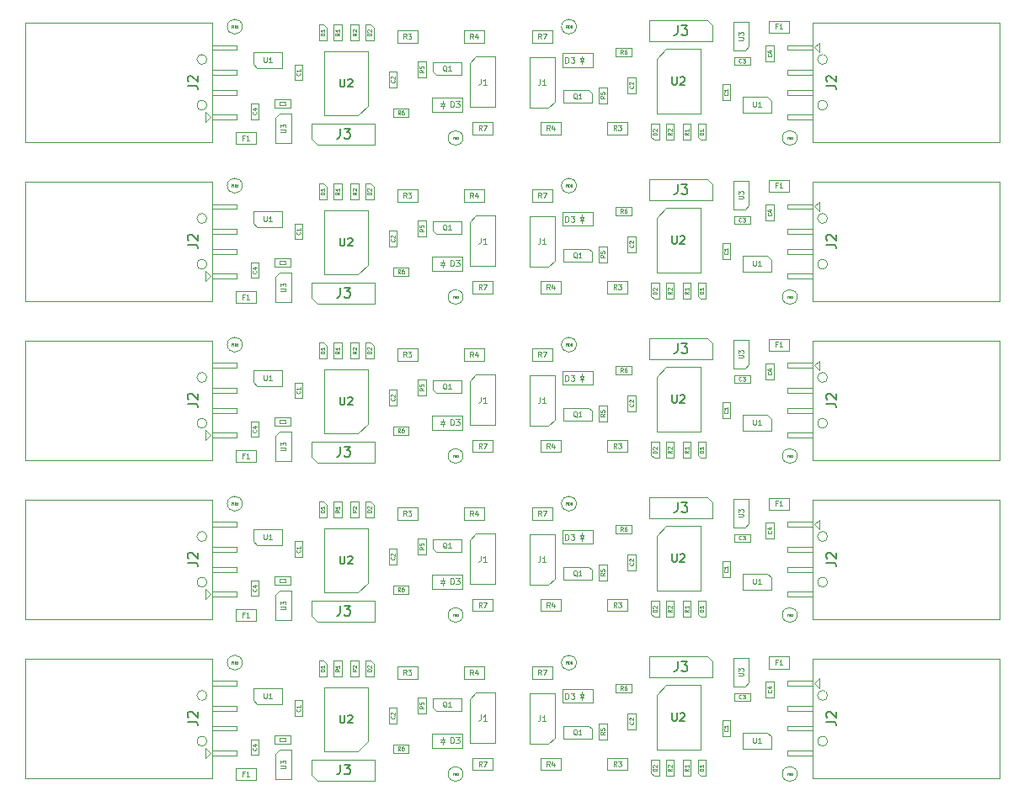
<source format=gbr>
%TF.GenerationSoftware,KiCad,Pcbnew,(5.99.0-10613-g4d227d2d2b)*%
%TF.CreationDate,2021-05-26T08:20:37+03:00*%
%TF.ProjectId,stm32_ds2480_emu_panel,73746d33-325f-4647-9332-3438305f656d,rev?*%
%TF.SameCoordinates,Original*%
%TF.FileFunction,AssemblyDrawing,Top*%
%FSLAX46Y46*%
G04 Gerber Fmt 4.6, Leading zero omitted, Abs format (unit mm)*
G04 Created by KiCad (PCBNEW (5.99.0-10613-g4d227d2d2b)) date 2021-05-26 08:20:37*
%MOMM*%
%LPD*%
G01*
G04 APERTURE LIST*
%ADD10C,0.060000*%
%ADD11C,0.040000*%
%ADD12C,0.080000*%
%ADD13C,0.075000*%
%ADD14C,0.120000*%
%ADD15C,0.150000*%
%ADD16C,0.100000*%
G04 APERTURE END LIST*
D10*
%TO.C,R5*%
X76780961Y-51366669D02*
X76590485Y-51500003D01*
X76780961Y-51595241D02*
X76380961Y-51595241D01*
X76380961Y-51442860D01*
X76400009Y-51404764D01*
X76419056Y-51385717D01*
X76457151Y-51366669D01*
X76514294Y-51366669D01*
X76552389Y-51385717D01*
X76571437Y-51404764D01*
X76590485Y-51442860D01*
X76590485Y-51595241D01*
X76380961Y-51004764D02*
X76380961Y-51195241D01*
X76571437Y-51214288D01*
X76552389Y-51195241D01*
X76533342Y-51157145D01*
X76533342Y-51061907D01*
X76552389Y-51023812D01*
X76571437Y-51004764D01*
X76609532Y-50985717D01*
X76704770Y-50985717D01*
X76742866Y-51004764D01*
X76761913Y-51023812D01*
X76780961Y-51061907D01*
X76780961Y-51157145D01*
X76761913Y-51195241D01*
X76742866Y-51214288D01*
%TO.C,C2*%
X55642854Y-81779177D02*
X55661901Y-81798225D01*
X55680949Y-81855368D01*
X55680949Y-81893463D01*
X55661901Y-81950606D01*
X55623806Y-81988701D01*
X55585711Y-82007749D01*
X55509520Y-82026796D01*
X55452377Y-82026796D01*
X55376187Y-82007749D01*
X55338092Y-81988701D01*
X55299997Y-81950606D01*
X55280949Y-81893463D01*
X55280949Y-81855368D01*
X55299997Y-81798225D01*
X55319044Y-81779177D01*
X55319044Y-81626796D02*
X55299997Y-81607749D01*
X55280949Y-81569653D01*
X55280949Y-81474415D01*
X55299997Y-81436320D01*
X55319044Y-81417272D01*
X55357139Y-81398225D01*
X55395235Y-81398225D01*
X55452377Y-81417272D01*
X55680949Y-81645844D01*
X55680949Y-81398225D01*
X55642854Y-65779170D02*
X55661901Y-65798218D01*
X55680949Y-65855361D01*
X55680949Y-65893456D01*
X55661901Y-65950599D01*
X55623806Y-65988694D01*
X55585711Y-66007742D01*
X55509520Y-66026789D01*
X55452377Y-66026789D01*
X55376187Y-66007742D01*
X55338092Y-65988694D01*
X55299997Y-65950599D01*
X55280949Y-65893456D01*
X55280949Y-65855361D01*
X55299997Y-65798218D01*
X55319044Y-65779170D01*
X55319044Y-65626789D02*
X55299997Y-65607742D01*
X55280949Y-65569646D01*
X55280949Y-65474408D01*
X55299997Y-65436313D01*
X55319044Y-65417265D01*
X55357139Y-65398218D01*
X55395235Y-65398218D01*
X55452377Y-65417265D01*
X55680949Y-65645837D01*
X55680949Y-65398218D01*
%TO.C,R1*%
X50130949Y-93066684D02*
X49940473Y-93200018D01*
X50130949Y-93295256D02*
X49730949Y-93295256D01*
X49730949Y-93142875D01*
X49749997Y-93104779D01*
X49769044Y-93085732D01*
X49807139Y-93066684D01*
X49864282Y-93066684D01*
X49902377Y-93085732D01*
X49921425Y-93104779D01*
X49940473Y-93142875D01*
X49940473Y-93295256D01*
X50130949Y-92685732D02*
X50130949Y-92914303D01*
X50130949Y-92800018D02*
X49730949Y-92800018D01*
X49788092Y-92838113D01*
X49826187Y-92876208D01*
X49845235Y-92914303D01*
D11*
%TO.C,FID2*%
X72985723Y-44385717D02*
X72919056Y-44385717D01*
X72919056Y-44490479D02*
X72919056Y-44290479D01*
X73014294Y-44290479D01*
X73090485Y-44490479D02*
X73090485Y-44290479D01*
X73185723Y-44490479D02*
X73185723Y-44290479D01*
X73233342Y-44290479D01*
X73261913Y-44300003D01*
X73280961Y-44319050D01*
X73290485Y-44338098D01*
X73300009Y-44376193D01*
X73300009Y-44404764D01*
X73290485Y-44442860D01*
X73280961Y-44461907D01*
X73261913Y-44480955D01*
X73233342Y-44490479D01*
X73185723Y-44490479D01*
X73376199Y-44309526D02*
X73385723Y-44300003D01*
X73404770Y-44290479D01*
X73452389Y-44290479D01*
X73471437Y-44300003D01*
X73480961Y-44309526D01*
X73490485Y-44328574D01*
X73490485Y-44347622D01*
X73480961Y-44376193D01*
X73366675Y-44490479D01*
X73490485Y-44490479D01*
D12*
%TO.C,R4*%
X71266675Y-54826193D02*
X71100009Y-54588098D01*
X70980961Y-54826193D02*
X70980961Y-54326193D01*
X71171437Y-54326193D01*
X71219056Y-54350003D01*
X71242866Y-54373812D01*
X71266675Y-54421431D01*
X71266675Y-54492860D01*
X71242866Y-54540479D01*
X71219056Y-54564288D01*
X71171437Y-54588098D01*
X70980961Y-54588098D01*
X71695247Y-54492860D02*
X71695247Y-54826193D01*
X71576199Y-54302383D02*
X71457151Y-54659526D01*
X71766675Y-54659526D01*
D13*
%TO.C,Q1*%
X60902377Y-80873820D02*
X60854758Y-80850011D01*
X60807139Y-80802391D01*
X60735711Y-80730963D01*
X60688092Y-80707153D01*
X60640473Y-80707153D01*
X60664282Y-80826201D02*
X60616663Y-80802391D01*
X60569044Y-80754772D01*
X60545235Y-80659534D01*
X60545235Y-80492868D01*
X60569044Y-80397630D01*
X60616663Y-80350011D01*
X60664282Y-80326201D01*
X60759520Y-80326201D01*
X60807139Y-80350011D01*
X60854758Y-80397630D01*
X60878568Y-80492868D01*
X60878568Y-80659534D01*
X60854758Y-80754772D01*
X60807139Y-80802391D01*
X60759520Y-80826201D01*
X60664282Y-80826201D01*
X61354758Y-80826201D02*
X61069044Y-80826201D01*
X61211901Y-80826201D02*
X61211901Y-80326201D01*
X61164282Y-80397630D01*
X61116663Y-80445249D01*
X61069044Y-80469058D01*
%TO.C,U3*%
X90226199Y-45740955D02*
X90630961Y-45740955D01*
X90678580Y-45717145D01*
X90702389Y-45693336D01*
X90726199Y-45645717D01*
X90726199Y-45550479D01*
X90702389Y-45502860D01*
X90678580Y-45479050D01*
X90630961Y-45455241D01*
X90226199Y-45455241D01*
X90226199Y-45264764D02*
X90226199Y-44955241D01*
X90416675Y-45121907D01*
X90416675Y-45050479D01*
X90440485Y-45002860D01*
X90464294Y-44979050D01*
X90511913Y-44955241D01*
X90630961Y-44955241D01*
X90678580Y-44979050D01*
X90702389Y-45002860D01*
X90726199Y-45050479D01*
X90726199Y-45193336D01*
X90702389Y-45240955D01*
X90678580Y-45264764D01*
D11*
%TO.C,FID1*%
X39385711Y-108385739D02*
X39319044Y-108385739D01*
X39319044Y-108490501D02*
X39319044Y-108290501D01*
X39414282Y-108290501D01*
X39490473Y-108490501D02*
X39490473Y-108290501D01*
X39585711Y-108490501D02*
X39585711Y-108290501D01*
X39633330Y-108290501D01*
X39661901Y-108300025D01*
X39680949Y-108319072D01*
X39690473Y-108338120D01*
X39699997Y-108376215D01*
X39699997Y-108404786D01*
X39690473Y-108442882D01*
X39680949Y-108461929D01*
X39661901Y-108480977D01*
X39633330Y-108490501D01*
X39585711Y-108490501D01*
X39890473Y-108490501D02*
X39776187Y-108490501D01*
X39833330Y-108490501D02*
X39833330Y-108290501D01*
X39814282Y-108319072D01*
X39795235Y-108338120D01*
X39776187Y-108347644D01*
X95185723Y-103585738D02*
X95119056Y-103585738D01*
X95119056Y-103690500D02*
X95119056Y-103490500D01*
X95214294Y-103490500D01*
X95290485Y-103690500D02*
X95290485Y-103490500D01*
X95385723Y-103690500D02*
X95385723Y-103490500D01*
X95433342Y-103490500D01*
X95461913Y-103500024D01*
X95480961Y-103519071D01*
X95490485Y-103538119D01*
X95500009Y-103576214D01*
X95500009Y-103604785D01*
X95490485Y-103642881D01*
X95480961Y-103661928D01*
X95461913Y-103680976D01*
X95433342Y-103690500D01*
X95385723Y-103690500D01*
X95690485Y-103690500D02*
X95576199Y-103690500D01*
X95633342Y-103690500D02*
X95633342Y-103490500D01*
X95614294Y-103519071D01*
X95595247Y-103538119D01*
X95576199Y-103547643D01*
%TO.C,FID2*%
X72985723Y-92385738D02*
X72919056Y-92385738D01*
X72919056Y-92490500D02*
X72919056Y-92290500D01*
X73014294Y-92290500D01*
X73090485Y-92490500D02*
X73090485Y-92290500D01*
X73185723Y-92490500D02*
X73185723Y-92290500D01*
X73233342Y-92290500D01*
X73261913Y-92300024D01*
X73280961Y-92319071D01*
X73290485Y-92338119D01*
X73300009Y-92376214D01*
X73300009Y-92404785D01*
X73290485Y-92442881D01*
X73280961Y-92461928D01*
X73261913Y-92480976D01*
X73233342Y-92490500D01*
X73185723Y-92490500D01*
X73376199Y-92309547D02*
X73385723Y-92300024D01*
X73404770Y-92290500D01*
X73452389Y-92290500D01*
X73471437Y-92300024D01*
X73480961Y-92309547D01*
X73490485Y-92328595D01*
X73490485Y-92347643D01*
X73480961Y-92376214D01*
X73366675Y-92490500D01*
X73490485Y-92490500D01*
D10*
%TO.C,D2*%
X82030961Y-103295262D02*
X81630961Y-103295262D01*
X81630961Y-103200024D01*
X81650009Y-103142881D01*
X81688104Y-103104785D01*
X81726199Y-103085738D01*
X81802389Y-103066690D01*
X81859532Y-103066690D01*
X81935723Y-103085738D01*
X81973818Y-103104785D01*
X82011913Y-103142881D01*
X82030961Y-103200024D01*
X82030961Y-103295262D01*
X81669056Y-102914309D02*
X81650009Y-102895262D01*
X81630961Y-102857166D01*
X81630961Y-102761928D01*
X81650009Y-102723833D01*
X81669056Y-102704785D01*
X81707151Y-102685738D01*
X81745247Y-102685738D01*
X81802389Y-102704785D01*
X82030961Y-102933357D01*
X82030961Y-102685738D01*
D14*
%TO.C,J1*%
X70300009Y-81701445D02*
X70300009Y-82130017D01*
X70271437Y-82215731D01*
X70214294Y-82272874D01*
X70128580Y-82301445D01*
X70071437Y-82301445D01*
X70900009Y-82301445D02*
X70557151Y-82301445D01*
X70728580Y-82301445D02*
X70728580Y-81701445D01*
X70671437Y-81787159D01*
X70614294Y-81844302D01*
X70557151Y-81872874D01*
D13*
%TO.C,U1*%
X91719056Y-83966207D02*
X91719056Y-84370969D01*
X91742866Y-84418588D01*
X91766675Y-84442397D01*
X91814294Y-84466207D01*
X91909532Y-84466207D01*
X91957151Y-84442397D01*
X91980961Y-84418588D01*
X92004770Y-84370969D01*
X92004770Y-83966207D01*
X92504770Y-84466207D02*
X92219056Y-84466207D01*
X92361913Y-84466207D02*
X92361913Y-83966207D01*
X92314294Y-84037636D01*
X92266675Y-84085255D01*
X92219056Y-84109064D01*
D10*
%TO.C,R6*%
X78633342Y-95130976D02*
X78500009Y-94940500D01*
X78404770Y-95130976D02*
X78404770Y-94730976D01*
X78557151Y-94730976D01*
X78595247Y-94750024D01*
X78614294Y-94769071D01*
X78633342Y-94807166D01*
X78633342Y-94864309D01*
X78614294Y-94902404D01*
X78595247Y-94921452D01*
X78557151Y-94940500D01*
X78404770Y-94940500D01*
X78976199Y-94730976D02*
X78900009Y-94730976D01*
X78861913Y-94750024D01*
X78842866Y-94769071D01*
X78804770Y-94826214D01*
X78785723Y-94902404D01*
X78785723Y-95054785D01*
X78804770Y-95092881D01*
X78823818Y-95111928D01*
X78861913Y-95130976D01*
X78938104Y-95130976D01*
X78976199Y-95111928D01*
X78995247Y-95092881D01*
X79014294Y-95054785D01*
X79014294Y-94959547D01*
X78995247Y-94921452D01*
X78976199Y-94902404D01*
X78938104Y-94883357D01*
X78861913Y-94883357D01*
X78823818Y-94902404D01*
X78804770Y-94921452D01*
X78785723Y-94959547D01*
D12*
%TO.C,R7*%
X64416663Y-54826187D02*
X64249997Y-54588092D01*
X64130949Y-54826187D02*
X64130949Y-54326187D01*
X64321425Y-54326187D01*
X64369044Y-54349997D01*
X64392854Y-54373806D01*
X64416663Y-54421425D01*
X64416663Y-54492854D01*
X64392854Y-54540473D01*
X64369044Y-54564282D01*
X64321425Y-54588092D01*
X64130949Y-54588092D01*
X64583330Y-54326187D02*
X64916663Y-54326187D01*
X64702377Y-54826187D01*
D15*
%TO.C,U2*%
X83590485Y-97461928D02*
X83590485Y-98109547D01*
X83628580Y-98185738D01*
X83666675Y-98223833D01*
X83742866Y-98261928D01*
X83895247Y-98261928D01*
X83971437Y-98223833D01*
X84009532Y-98185738D01*
X84047628Y-98109547D01*
X84047628Y-97461928D01*
X84390485Y-97538119D02*
X84428580Y-97500024D01*
X84504770Y-97461928D01*
X84695247Y-97461928D01*
X84771437Y-97500024D01*
X84809532Y-97538119D01*
X84847628Y-97614309D01*
X84847628Y-97690500D01*
X84809532Y-97804785D01*
X84352389Y-98261928D01*
X84847628Y-98261928D01*
D12*
%TO.C,R3*%
X56866663Y-77626201D02*
X56699997Y-77388106D01*
X56580949Y-77626201D02*
X56580949Y-77126201D01*
X56771425Y-77126201D01*
X56819044Y-77150011D01*
X56842854Y-77173820D01*
X56866663Y-77221439D01*
X56866663Y-77292868D01*
X56842854Y-77340487D01*
X56819044Y-77364296D01*
X56771425Y-77388106D01*
X56580949Y-77388106D01*
X57033330Y-77126201D02*
X57342854Y-77126201D01*
X57176187Y-77316677D01*
X57247616Y-77316677D01*
X57295235Y-77340487D01*
X57319044Y-77364296D01*
X57342854Y-77411915D01*
X57342854Y-77530963D01*
X57319044Y-77578582D01*
X57295235Y-77602391D01*
X57247616Y-77626201D01*
X57104758Y-77626201D01*
X57057139Y-77602391D01*
X57033330Y-77578582D01*
D10*
%TO.C,D2*%
X53330949Y-61295242D02*
X52930949Y-61295242D01*
X52930949Y-61200004D01*
X52949997Y-61142861D01*
X52988092Y-61104765D01*
X53026187Y-61085718D01*
X53102377Y-61066670D01*
X53159520Y-61066670D01*
X53235711Y-61085718D01*
X53273806Y-61104765D01*
X53311901Y-61142861D01*
X53330949Y-61200004D01*
X53330949Y-61295242D01*
X52969044Y-60914289D02*
X52949997Y-60895242D01*
X52930949Y-60857146D01*
X52930949Y-60761908D01*
X52949997Y-60723813D01*
X52969044Y-60704765D01*
X53007139Y-60685718D01*
X53045235Y-60685718D01*
X53102377Y-60704765D01*
X53330949Y-60933337D01*
X53330949Y-60685718D01*
D14*
%TO.C,D3*%
X61282138Y-84496440D02*
X61282138Y-83896440D01*
X61424996Y-83896440D01*
X61510710Y-83925012D01*
X61567853Y-83982154D01*
X61596424Y-84039297D01*
X61624996Y-84153583D01*
X61624996Y-84239297D01*
X61596424Y-84353583D01*
X61567853Y-84410726D01*
X61510710Y-84467869D01*
X61424996Y-84496440D01*
X61282138Y-84496440D01*
X61824996Y-83896440D02*
X62196424Y-83896440D01*
X61996424Y-84125012D01*
X62082138Y-84125012D01*
X62139281Y-84153583D01*
X62167853Y-84182154D01*
X62196424Y-84239297D01*
X62196424Y-84382154D01*
X62167853Y-84439297D01*
X62139281Y-84467869D01*
X62082138Y-84496440D01*
X61910710Y-84496440D01*
X61853567Y-84467869D01*
X61824996Y-84439297D01*
D10*
%TO.C,R6*%
X78633342Y-47130955D02*
X78500009Y-46940479D01*
X78404770Y-47130955D02*
X78404770Y-46730955D01*
X78557151Y-46730955D01*
X78595247Y-46750003D01*
X78614294Y-46769050D01*
X78633342Y-46807145D01*
X78633342Y-46864288D01*
X78614294Y-46902383D01*
X78595247Y-46921431D01*
X78557151Y-46940479D01*
X78404770Y-46940479D01*
X78976199Y-46730955D02*
X78900009Y-46730955D01*
X78861913Y-46750003D01*
X78842866Y-46769050D01*
X78804770Y-46826193D01*
X78785723Y-46902383D01*
X78785723Y-47054764D01*
X78804770Y-47092860D01*
X78823818Y-47111907D01*
X78861913Y-47130955D01*
X78938104Y-47130955D01*
X78976199Y-47111907D01*
X78995247Y-47092860D01*
X79014294Y-47054764D01*
X79014294Y-46959526D01*
X78995247Y-46921431D01*
X78976199Y-46902383D01*
X78938104Y-46883336D01*
X78861913Y-46883336D01*
X78823818Y-46902383D01*
X78804770Y-46921431D01*
X78785723Y-46959526D01*
%TO.C,C1*%
X89142866Y-99066690D02*
X89161913Y-99085738D01*
X89180961Y-99142881D01*
X89180961Y-99180976D01*
X89161913Y-99238119D01*
X89123818Y-99276214D01*
X89085723Y-99295262D01*
X89009532Y-99314309D01*
X88952389Y-99314309D01*
X88876199Y-99295262D01*
X88838104Y-99276214D01*
X88800009Y-99238119D01*
X88780961Y-99180976D01*
X88780961Y-99142881D01*
X88800009Y-99085738D01*
X88819056Y-99066690D01*
X89180961Y-98685738D02*
X89180961Y-98914309D01*
X89180961Y-98800024D02*
X88780961Y-98800024D01*
X88838104Y-98838119D01*
X88876199Y-98876214D01*
X88895247Y-98914309D01*
%TO.C,C4*%
X41742854Y-116966691D02*
X41761901Y-116985739D01*
X41780949Y-117042882D01*
X41780949Y-117080977D01*
X41761901Y-117138120D01*
X41723806Y-117176215D01*
X41685711Y-117195263D01*
X41609520Y-117214310D01*
X41552377Y-117214310D01*
X41476187Y-117195263D01*
X41438092Y-117176215D01*
X41399997Y-117138120D01*
X41380949Y-117080977D01*
X41380949Y-117042882D01*
X41399997Y-116985739D01*
X41419044Y-116966691D01*
X41514282Y-116623834D02*
X41780949Y-116623834D01*
X41361901Y-116719072D02*
X41647616Y-116814310D01*
X41647616Y-116566691D01*
D13*
%TO.C,U3*%
X44226187Y-55020949D02*
X44630949Y-55020949D01*
X44678568Y-54997139D01*
X44702377Y-54973330D01*
X44726187Y-54925711D01*
X44726187Y-54830473D01*
X44702377Y-54782854D01*
X44678568Y-54759044D01*
X44630949Y-54735235D01*
X44226187Y-54735235D01*
X44226187Y-54544758D02*
X44226187Y-54235235D01*
X44416663Y-54401901D01*
X44416663Y-54330473D01*
X44440473Y-54282854D01*
X44464282Y-54259044D01*
X44511901Y-54235235D01*
X44630949Y-54235235D01*
X44678568Y-54259044D01*
X44702377Y-54282854D01*
X44726187Y-54330473D01*
X44726187Y-54473330D01*
X44702377Y-54520949D01*
X44678568Y-54544758D01*
D12*
%TO.C,R3*%
X77966675Y-118826221D02*
X77800009Y-118588126D01*
X77680961Y-118826221D02*
X77680961Y-118326221D01*
X77871437Y-118326221D01*
X77919056Y-118350031D01*
X77942866Y-118373840D01*
X77966675Y-118421459D01*
X77966675Y-118492888D01*
X77942866Y-118540507D01*
X77919056Y-118564316D01*
X77871437Y-118588126D01*
X77680961Y-118588126D01*
X78133342Y-118326221D02*
X78442866Y-118326221D01*
X78276199Y-118516697D01*
X78347628Y-118516697D01*
X78395247Y-118540507D01*
X78419056Y-118564316D01*
X78442866Y-118611935D01*
X78442866Y-118730983D01*
X78419056Y-118778602D01*
X78395247Y-118802411D01*
X78347628Y-118826221D01*
X78204770Y-118826221D01*
X78157151Y-118802411D01*
X78133342Y-118778602D01*
X56866663Y-109626215D02*
X56699997Y-109388120D01*
X56580949Y-109626215D02*
X56580949Y-109126215D01*
X56771425Y-109126215D01*
X56819044Y-109150025D01*
X56842854Y-109173834D01*
X56866663Y-109221453D01*
X56866663Y-109292882D01*
X56842854Y-109340501D01*
X56819044Y-109364310D01*
X56771425Y-109388120D01*
X56580949Y-109388120D01*
X57033330Y-109126215D02*
X57342854Y-109126215D01*
X57176187Y-109316691D01*
X57247616Y-109316691D01*
X57295235Y-109340501D01*
X57319044Y-109364310D01*
X57342854Y-109411929D01*
X57342854Y-109530977D01*
X57319044Y-109578596D01*
X57295235Y-109602405D01*
X57247616Y-109626215D01*
X57104758Y-109626215D01*
X57057139Y-109602405D01*
X57033330Y-109578596D01*
D10*
%TO.C,C1*%
X89142866Y-67066676D02*
X89161913Y-67085724D01*
X89180961Y-67142867D01*
X89180961Y-67180962D01*
X89161913Y-67238105D01*
X89123818Y-67276200D01*
X89085723Y-67295248D01*
X89009532Y-67314295D01*
X88952389Y-67314295D01*
X88876199Y-67295248D01*
X88838104Y-67276200D01*
X88800009Y-67238105D01*
X88780961Y-67180962D01*
X88780961Y-67142867D01*
X88800009Y-67085724D01*
X88819056Y-67066676D01*
X89180961Y-66685724D02*
X89180961Y-66914295D01*
X89180961Y-66800010D02*
X88780961Y-66800010D01*
X88838104Y-66838105D01*
X88876199Y-66876200D01*
X88895247Y-66914295D01*
D12*
%TO.C,R4*%
X63566663Y-109626215D02*
X63399997Y-109388120D01*
X63280949Y-109626215D02*
X63280949Y-109126215D01*
X63471425Y-109126215D01*
X63519044Y-109150025D01*
X63542854Y-109173834D01*
X63566663Y-109221453D01*
X63566663Y-109292882D01*
X63542854Y-109340501D01*
X63519044Y-109364310D01*
X63471425Y-109388120D01*
X63280949Y-109388120D01*
X63995235Y-109292882D02*
X63995235Y-109626215D01*
X63876187Y-109102405D02*
X63757139Y-109459548D01*
X64066663Y-109459548D01*
%TO.C,F1*%
X94133342Y-60364295D02*
X93966675Y-60364295D01*
X93966675Y-60626200D02*
X93966675Y-60126200D01*
X94204770Y-60126200D01*
X94657151Y-60626200D02*
X94371437Y-60626200D01*
X94514294Y-60626200D02*
X94514294Y-60126200D01*
X94466675Y-60197629D01*
X94419056Y-60245248D01*
X94371437Y-60269057D01*
D10*
%TO.C,R1*%
X85230961Y-71066676D02*
X85040485Y-71200010D01*
X85230961Y-71295248D02*
X84830961Y-71295248D01*
X84830961Y-71142867D01*
X84850009Y-71104771D01*
X84869056Y-71085724D01*
X84907151Y-71066676D01*
X84964294Y-71066676D01*
X85002389Y-71085724D01*
X85021437Y-71104771D01*
X85040485Y-71142867D01*
X85040485Y-71295248D01*
X85230961Y-70685724D02*
X85230961Y-70914295D01*
X85230961Y-70800010D02*
X84830961Y-70800010D01*
X84888104Y-70838105D01*
X84926199Y-70876200D01*
X84945247Y-70914295D01*
%TO.C,C1*%
X46142854Y-97066684D02*
X46161901Y-97085732D01*
X46180949Y-97142875D01*
X46180949Y-97180970D01*
X46161901Y-97238113D01*
X46123806Y-97276208D01*
X46085711Y-97295256D01*
X46009520Y-97314303D01*
X45952377Y-97314303D01*
X45876187Y-97295256D01*
X45838092Y-97276208D01*
X45799997Y-97238113D01*
X45780949Y-97180970D01*
X45780949Y-97142875D01*
X45799997Y-97085732D01*
X45819044Y-97066684D01*
X46180949Y-96685732D02*
X46180949Y-96914303D01*
X46180949Y-96800018D02*
X45780949Y-96800018D01*
X45838092Y-96838113D01*
X45876187Y-96876208D01*
X45895235Y-96914303D01*
D15*
%TO.C,J2*%
X99052389Y-50333336D02*
X99766675Y-50333336D01*
X99909532Y-50380955D01*
X100004770Y-50476193D01*
X100052389Y-50619050D01*
X100052389Y-50714288D01*
X99147628Y-49904764D02*
X99100009Y-49857145D01*
X99052389Y-49761907D01*
X99052389Y-49523812D01*
X99100009Y-49428574D01*
X99147628Y-49380955D01*
X99242866Y-49333336D01*
X99338104Y-49333336D01*
X99480961Y-49380955D01*
X100052389Y-49952383D01*
X100052389Y-49333336D01*
D14*
%TO.C,J1*%
X64299997Y-113641453D02*
X64299997Y-114070025D01*
X64271425Y-114155739D01*
X64214282Y-114212882D01*
X64128568Y-114241453D01*
X64071425Y-114241453D01*
X64899997Y-114241453D02*
X64557139Y-114241453D01*
X64728568Y-114241453D02*
X64728568Y-113641453D01*
X64671425Y-113727167D01*
X64614282Y-113784310D01*
X64557139Y-113812882D01*
D10*
%TO.C,C1*%
X46142854Y-81066677D02*
X46161901Y-81085725D01*
X46180949Y-81142868D01*
X46180949Y-81180963D01*
X46161901Y-81238106D01*
X46123806Y-81276201D01*
X46085711Y-81295249D01*
X46009520Y-81314296D01*
X45952377Y-81314296D01*
X45876187Y-81295249D01*
X45838092Y-81276201D01*
X45799997Y-81238106D01*
X45780949Y-81180963D01*
X45780949Y-81142868D01*
X45799997Y-81085725D01*
X45819044Y-81066677D01*
X46180949Y-80685725D02*
X46180949Y-80914296D01*
X46180949Y-80800011D02*
X45780949Y-80800011D01*
X45838092Y-80838106D01*
X45876187Y-80876201D01*
X45895235Y-80914296D01*
D15*
%TO.C,J3*%
X50206663Y-118652405D02*
X50206663Y-119366691D01*
X50159044Y-119509548D01*
X50063806Y-119604786D01*
X49920949Y-119652405D01*
X49825711Y-119652405D01*
X50587616Y-118652405D02*
X51206663Y-118652405D01*
X50873330Y-119033358D01*
X51016187Y-119033358D01*
X51111425Y-119080977D01*
X51159044Y-119128596D01*
X51206663Y-119223834D01*
X51206663Y-119461929D01*
X51159044Y-119557167D01*
X51111425Y-119604786D01*
X51016187Y-119652405D01*
X50730473Y-119652405D01*
X50635235Y-119604786D01*
X50587616Y-119557167D01*
D13*
%TO.C,U1*%
X91719056Y-115966221D02*
X91719056Y-116370983D01*
X91742866Y-116418602D01*
X91766675Y-116442411D01*
X91814294Y-116466221D01*
X91909532Y-116466221D01*
X91957151Y-116442411D01*
X91980961Y-116418602D01*
X92004770Y-116370983D01*
X92004770Y-115966221D01*
X92504770Y-116466221D02*
X92219056Y-116466221D01*
X92361913Y-116466221D02*
X92361913Y-115966221D01*
X92314294Y-116037650D01*
X92266675Y-116085269D01*
X92219056Y-116109078D01*
D12*
%TO.C,R7*%
X70416675Y-93626214D02*
X70250009Y-93388119D01*
X70130961Y-93626214D02*
X70130961Y-93126214D01*
X70321437Y-93126214D01*
X70369056Y-93150024D01*
X70392866Y-93173833D01*
X70416675Y-93221452D01*
X70416675Y-93292881D01*
X70392866Y-93340500D01*
X70369056Y-93364309D01*
X70321437Y-93388119D01*
X70130961Y-93388119D01*
X70583342Y-93126214D02*
X70916675Y-93126214D01*
X70702389Y-93626214D01*
D10*
%TO.C,R2*%
X51830949Y-45066663D02*
X51640473Y-45199997D01*
X51830949Y-45295235D02*
X51430949Y-45295235D01*
X51430949Y-45142854D01*
X51449997Y-45104758D01*
X51469044Y-45085711D01*
X51507139Y-45066663D01*
X51564282Y-45066663D01*
X51602377Y-45085711D01*
X51621425Y-45104758D01*
X51640473Y-45142854D01*
X51640473Y-45295235D01*
X51469044Y-44914282D02*
X51449997Y-44895235D01*
X51430949Y-44857139D01*
X51430949Y-44761901D01*
X51449997Y-44723806D01*
X51469044Y-44704758D01*
X51507139Y-44685711D01*
X51545235Y-44685711D01*
X51602377Y-44704758D01*
X51830949Y-44933330D01*
X51830949Y-44685711D01*
X51830949Y-109066691D02*
X51640473Y-109200025D01*
X51830949Y-109295263D02*
X51430949Y-109295263D01*
X51430949Y-109142882D01*
X51449997Y-109104786D01*
X51469044Y-109085739D01*
X51507139Y-109066691D01*
X51564282Y-109066691D01*
X51602377Y-109085739D01*
X51621425Y-109104786D01*
X51640473Y-109142882D01*
X51640473Y-109295263D01*
X51469044Y-108914310D02*
X51449997Y-108895263D01*
X51430949Y-108857167D01*
X51430949Y-108761929D01*
X51449997Y-108723834D01*
X51469044Y-108704786D01*
X51507139Y-108685739D01*
X51545235Y-108685739D01*
X51602377Y-108704786D01*
X51830949Y-108933358D01*
X51830949Y-108685739D01*
%TO.C,R6*%
X56233330Y-117230977D02*
X56099997Y-117040501D01*
X56004758Y-117230977D02*
X56004758Y-116830977D01*
X56157139Y-116830977D01*
X56195235Y-116850025D01*
X56214282Y-116869072D01*
X56233330Y-116907167D01*
X56233330Y-116964310D01*
X56214282Y-117002405D01*
X56195235Y-117021453D01*
X56157139Y-117040501D01*
X56004758Y-117040501D01*
X56576187Y-116830977D02*
X56499997Y-116830977D01*
X56461901Y-116850025D01*
X56442854Y-116869072D01*
X56404758Y-116926215D01*
X56385711Y-117002405D01*
X56385711Y-117154786D01*
X56404758Y-117192882D01*
X56423806Y-117211929D01*
X56461901Y-117230977D01*
X56538092Y-117230977D01*
X56576187Y-117211929D01*
X56595235Y-117192882D01*
X56614282Y-117154786D01*
X56614282Y-117059548D01*
X56595235Y-117021453D01*
X56576187Y-117002405D01*
X56538092Y-116983358D01*
X56461901Y-116983358D01*
X56423806Y-117002405D01*
X56404758Y-117021453D01*
X56385711Y-117059548D01*
D12*
%TO.C,R7*%
X64416663Y-86826201D02*
X64249997Y-86588106D01*
X64130949Y-86826201D02*
X64130949Y-86326201D01*
X64321425Y-86326201D01*
X64369044Y-86350011D01*
X64392854Y-86373820D01*
X64416663Y-86421439D01*
X64416663Y-86492868D01*
X64392854Y-86540487D01*
X64369044Y-86564296D01*
X64321425Y-86588106D01*
X64130949Y-86588106D01*
X64583330Y-86326201D02*
X64916663Y-86326201D01*
X64702377Y-86826201D01*
D10*
%TO.C,C4*%
X93542866Y-95166690D02*
X93561913Y-95185738D01*
X93580961Y-95242881D01*
X93580961Y-95280976D01*
X93561913Y-95338119D01*
X93523818Y-95376214D01*
X93485723Y-95395262D01*
X93409532Y-95414309D01*
X93352389Y-95414309D01*
X93276199Y-95395262D01*
X93238104Y-95376214D01*
X93200009Y-95338119D01*
X93180961Y-95280976D01*
X93180961Y-95242881D01*
X93200009Y-95185738D01*
X93219056Y-95166690D01*
X93314294Y-94823833D02*
X93580961Y-94823833D01*
X93161913Y-94919071D02*
X93447628Y-95014309D01*
X93447628Y-94766690D01*
D13*
%TO.C,U3*%
X44226187Y-87020963D02*
X44630949Y-87020963D01*
X44678568Y-86997153D01*
X44702377Y-86973344D01*
X44726187Y-86925725D01*
X44726187Y-86830487D01*
X44702377Y-86782868D01*
X44678568Y-86759058D01*
X44630949Y-86735249D01*
X44226187Y-86735249D01*
X44226187Y-86544772D02*
X44226187Y-86235249D01*
X44416663Y-86401915D01*
X44416663Y-86330487D01*
X44440473Y-86282868D01*
X44464282Y-86259058D01*
X44511901Y-86235249D01*
X44630949Y-86235249D01*
X44678568Y-86259058D01*
X44702377Y-86282868D01*
X44726187Y-86330487D01*
X44726187Y-86473344D01*
X44702377Y-86520963D01*
X44678568Y-86544772D01*
D15*
%TO.C,U2*%
X50190473Y-81661915D02*
X50190473Y-82309534D01*
X50228568Y-82385725D01*
X50266663Y-82423820D01*
X50342854Y-82461915D01*
X50495235Y-82461915D01*
X50571425Y-82423820D01*
X50609520Y-82385725D01*
X50647616Y-82309534D01*
X50647616Y-81661915D01*
X50990473Y-81738106D02*
X51028568Y-81700011D01*
X51104758Y-81661915D01*
X51295235Y-81661915D01*
X51371425Y-81700011D01*
X51409520Y-81738106D01*
X51447616Y-81814296D01*
X51447616Y-81890487D01*
X51409520Y-82004772D01*
X50952377Y-82461915D01*
X51447616Y-82461915D01*
D10*
%TO.C,R6*%
X56233330Y-85230963D02*
X56099997Y-85040487D01*
X56004758Y-85230963D02*
X56004758Y-84830963D01*
X56157139Y-84830963D01*
X56195235Y-84850011D01*
X56214282Y-84869058D01*
X56233330Y-84907153D01*
X56233330Y-84964296D01*
X56214282Y-85002391D01*
X56195235Y-85021439D01*
X56157139Y-85040487D01*
X56004758Y-85040487D01*
X56576187Y-84830963D02*
X56499997Y-84830963D01*
X56461901Y-84850011D01*
X56442854Y-84869058D01*
X56404758Y-84926201D01*
X56385711Y-85002391D01*
X56385711Y-85154772D01*
X56404758Y-85192868D01*
X56423806Y-85211915D01*
X56461901Y-85230963D01*
X56538092Y-85230963D01*
X56576187Y-85211915D01*
X56595235Y-85192868D01*
X56614282Y-85154772D01*
X56614282Y-85059534D01*
X56595235Y-85021439D01*
X56576187Y-85002391D01*
X56538092Y-84983344D01*
X56461901Y-84983344D01*
X56423806Y-85002391D01*
X56404758Y-85021439D01*
X56385711Y-85059534D01*
D12*
%TO.C,R3*%
X56866663Y-45626187D02*
X56699997Y-45388092D01*
X56580949Y-45626187D02*
X56580949Y-45126187D01*
X56771425Y-45126187D01*
X56819044Y-45149997D01*
X56842854Y-45173806D01*
X56866663Y-45221425D01*
X56866663Y-45292854D01*
X56842854Y-45340473D01*
X56819044Y-45364282D01*
X56771425Y-45388092D01*
X56580949Y-45388092D01*
X57033330Y-45126187D02*
X57342854Y-45126187D01*
X57176187Y-45316663D01*
X57247616Y-45316663D01*
X57295235Y-45340473D01*
X57319044Y-45364282D01*
X57342854Y-45411901D01*
X57342854Y-45530949D01*
X57319044Y-45578568D01*
X57295235Y-45602377D01*
X57247616Y-45626187D01*
X57104758Y-45626187D01*
X57057139Y-45602377D01*
X57033330Y-45578568D01*
D13*
%TO.C,Q1*%
X74002389Y-67673819D02*
X73954770Y-67650010D01*
X73907151Y-67602390D01*
X73835723Y-67530962D01*
X73788104Y-67507152D01*
X73740485Y-67507152D01*
X73764294Y-67626200D02*
X73716675Y-67602390D01*
X73669056Y-67554771D01*
X73645247Y-67459533D01*
X73645247Y-67292867D01*
X73669056Y-67197629D01*
X73716675Y-67150010D01*
X73764294Y-67126200D01*
X73859532Y-67126200D01*
X73907151Y-67150010D01*
X73954770Y-67197629D01*
X73978580Y-67292867D01*
X73978580Y-67459533D01*
X73954770Y-67554771D01*
X73907151Y-67602390D01*
X73859532Y-67626200D01*
X73764294Y-67626200D01*
X74454770Y-67626200D02*
X74169056Y-67626200D01*
X74311913Y-67626200D02*
X74311913Y-67126200D01*
X74264294Y-67197629D01*
X74216675Y-67245248D01*
X74169056Y-67269057D01*
D10*
%TO.C,D1*%
X86730961Y-119295269D02*
X86330961Y-119295269D01*
X86330961Y-119200031D01*
X86350009Y-119142888D01*
X86388104Y-119104792D01*
X86426199Y-119085745D01*
X86502389Y-119066697D01*
X86559532Y-119066697D01*
X86635723Y-119085745D01*
X86673818Y-119104792D01*
X86711913Y-119142888D01*
X86730961Y-119200031D01*
X86730961Y-119295269D01*
X86730961Y-118685745D02*
X86730961Y-118914316D01*
X86730961Y-118800031D02*
X86330961Y-118800031D01*
X86388104Y-118838126D01*
X86426199Y-118876221D01*
X86445247Y-118914316D01*
D11*
%TO.C,FID1*%
X39385711Y-92385732D02*
X39319044Y-92385732D01*
X39319044Y-92490494D02*
X39319044Y-92290494D01*
X39414282Y-92290494D01*
X39490473Y-92490494D02*
X39490473Y-92290494D01*
X39585711Y-92490494D02*
X39585711Y-92290494D01*
X39633330Y-92290494D01*
X39661901Y-92300018D01*
X39680949Y-92319065D01*
X39690473Y-92338113D01*
X39699997Y-92376208D01*
X39699997Y-92404779D01*
X39690473Y-92442875D01*
X39680949Y-92461922D01*
X39661901Y-92480970D01*
X39633330Y-92490494D01*
X39585711Y-92490494D01*
X39890473Y-92490494D02*
X39776187Y-92490494D01*
X39833330Y-92490494D02*
X39833330Y-92290494D01*
X39814282Y-92319065D01*
X39795235Y-92338113D01*
X39776187Y-92347637D01*
D12*
%TO.C,F1*%
X94133342Y-92364309D02*
X93966675Y-92364309D01*
X93966675Y-92626214D02*
X93966675Y-92126214D01*
X94204770Y-92126214D01*
X94657151Y-92626214D02*
X94371437Y-92626214D01*
X94514294Y-92626214D02*
X94514294Y-92126214D01*
X94466675Y-92197643D01*
X94419056Y-92245262D01*
X94371437Y-92269071D01*
D10*
%TO.C,R2*%
X83530961Y-71066676D02*
X83340485Y-71200010D01*
X83530961Y-71295248D02*
X83130961Y-71295248D01*
X83130961Y-71142867D01*
X83150009Y-71104771D01*
X83169056Y-71085724D01*
X83207151Y-71066676D01*
X83264294Y-71066676D01*
X83302389Y-71085724D01*
X83321437Y-71104771D01*
X83340485Y-71142867D01*
X83340485Y-71295248D01*
X83169056Y-70914295D02*
X83150009Y-70895248D01*
X83130961Y-70857152D01*
X83130961Y-70761914D01*
X83150009Y-70723819D01*
X83169056Y-70704771D01*
X83207151Y-70685724D01*
X83245247Y-70685724D01*
X83302389Y-70704771D01*
X83530961Y-70933343D01*
X83530961Y-70685724D01*
%TO.C,C1*%
X89142866Y-51066669D02*
X89161913Y-51085717D01*
X89180961Y-51142860D01*
X89180961Y-51180955D01*
X89161913Y-51238098D01*
X89123818Y-51276193D01*
X89085723Y-51295241D01*
X89009532Y-51314288D01*
X88952389Y-51314288D01*
X88876199Y-51295241D01*
X88838104Y-51276193D01*
X88800009Y-51238098D01*
X88780961Y-51180955D01*
X88780961Y-51142860D01*
X88800009Y-51085717D01*
X88819056Y-51066669D01*
X89180961Y-50685717D02*
X89180961Y-50914288D01*
X89180961Y-50800003D02*
X88780961Y-50800003D01*
X88838104Y-50838098D01*
X88876199Y-50876193D01*
X88895247Y-50914288D01*
%TO.C,D1*%
X86730961Y-71295248D02*
X86330961Y-71295248D01*
X86330961Y-71200010D01*
X86350009Y-71142867D01*
X86388104Y-71104771D01*
X86426199Y-71085724D01*
X86502389Y-71066676D01*
X86559532Y-71066676D01*
X86635723Y-71085724D01*
X86673818Y-71104771D01*
X86711913Y-71142867D01*
X86730961Y-71200010D01*
X86730961Y-71295248D01*
X86730961Y-70685724D02*
X86730961Y-70914295D01*
X86730961Y-70800010D02*
X86330961Y-70800010D01*
X86388104Y-70838105D01*
X86426199Y-70876200D01*
X86445247Y-70914295D01*
%TO.C,C4*%
X93542866Y-63166676D02*
X93561913Y-63185724D01*
X93580961Y-63242867D01*
X93580961Y-63280962D01*
X93561913Y-63338105D01*
X93523818Y-63376200D01*
X93485723Y-63395248D01*
X93409532Y-63414295D01*
X93352389Y-63414295D01*
X93276199Y-63395248D01*
X93238104Y-63376200D01*
X93200009Y-63338105D01*
X93180961Y-63280962D01*
X93180961Y-63242867D01*
X93200009Y-63185724D01*
X93219056Y-63166676D01*
X93314294Y-62823819D02*
X93580961Y-62823819D01*
X93161913Y-62919057D02*
X93447628Y-63014295D01*
X93447628Y-62766676D01*
%TO.C,C3*%
X90533342Y-79992874D02*
X90514294Y-80011921D01*
X90457151Y-80030969D01*
X90419056Y-80030969D01*
X90361913Y-80011921D01*
X90323818Y-79973826D01*
X90304770Y-79935731D01*
X90285723Y-79859540D01*
X90285723Y-79802397D01*
X90304770Y-79726207D01*
X90323818Y-79688112D01*
X90361913Y-79650017D01*
X90419056Y-79630969D01*
X90457151Y-79630969D01*
X90514294Y-79650017D01*
X90533342Y-79669064D01*
X90666675Y-79630969D02*
X90914294Y-79630969D01*
X90780961Y-79783350D01*
X90838104Y-79783350D01*
X90876199Y-79802397D01*
X90895247Y-79821445D01*
X90914294Y-79859540D01*
X90914294Y-79954778D01*
X90895247Y-79992874D01*
X90876199Y-80011921D01*
X90838104Y-80030969D01*
X90723818Y-80030969D01*
X90685723Y-80011921D01*
X90666675Y-79992874D01*
D11*
%TO.C,FID2*%
X61585711Y-55585711D02*
X61519044Y-55585711D01*
X61519044Y-55690473D02*
X61519044Y-55490473D01*
X61614282Y-55490473D01*
X61690473Y-55690473D02*
X61690473Y-55490473D01*
X61785711Y-55690473D02*
X61785711Y-55490473D01*
X61833330Y-55490473D01*
X61861901Y-55499997D01*
X61880949Y-55519044D01*
X61890473Y-55538092D01*
X61899997Y-55576187D01*
X61899997Y-55604758D01*
X61890473Y-55642854D01*
X61880949Y-55661901D01*
X61861901Y-55680949D01*
X61833330Y-55690473D01*
X61785711Y-55690473D01*
X61976187Y-55509520D02*
X61985711Y-55499997D01*
X62004758Y-55490473D01*
X62052377Y-55490473D01*
X62071425Y-55499997D01*
X62080949Y-55509520D01*
X62090473Y-55528568D01*
X62090473Y-55547616D01*
X62080949Y-55576187D01*
X61966663Y-55690473D01*
X62090473Y-55690473D01*
D12*
%TO.C,R4*%
X71266675Y-70826200D02*
X71100009Y-70588105D01*
X70980961Y-70826200D02*
X70980961Y-70326200D01*
X71171437Y-70326200D01*
X71219056Y-70350010D01*
X71242866Y-70373819D01*
X71266675Y-70421438D01*
X71266675Y-70492867D01*
X71242866Y-70540486D01*
X71219056Y-70564295D01*
X71171437Y-70588105D01*
X70980961Y-70588105D01*
X71695247Y-70492867D02*
X71695247Y-70826200D01*
X71576199Y-70302390D02*
X71457151Y-70659533D01*
X71766675Y-70659533D01*
D10*
%TO.C,C2*%
X79642866Y-114354197D02*
X79661913Y-114373245D01*
X79680961Y-114430388D01*
X79680961Y-114468483D01*
X79661913Y-114525626D01*
X79623818Y-114563721D01*
X79585723Y-114582769D01*
X79509532Y-114601816D01*
X79452389Y-114601816D01*
X79376199Y-114582769D01*
X79338104Y-114563721D01*
X79300009Y-114525626D01*
X79280961Y-114468483D01*
X79280961Y-114430388D01*
X79300009Y-114373245D01*
X79319056Y-114354197D01*
X79319056Y-114201816D02*
X79300009Y-114182769D01*
X79280961Y-114144673D01*
X79280961Y-114049435D01*
X79300009Y-114011340D01*
X79319056Y-113992292D01*
X79357151Y-113973245D01*
X79395247Y-113973245D01*
X79452389Y-113992292D01*
X79680961Y-114220864D01*
X79680961Y-113973245D01*
%TO.C,R1*%
X50130949Y-45066663D02*
X49940473Y-45199997D01*
X50130949Y-45295235D02*
X49730949Y-45295235D01*
X49730949Y-45142854D01*
X49749997Y-45104758D01*
X49769044Y-45085711D01*
X49807139Y-45066663D01*
X49864282Y-45066663D01*
X49902377Y-45085711D01*
X49921425Y-45104758D01*
X49940473Y-45142854D01*
X49940473Y-45295235D01*
X50130949Y-44685711D02*
X50130949Y-44914282D01*
X50130949Y-44799997D02*
X49730949Y-44799997D01*
X49788092Y-44838092D01*
X49826187Y-44876187D01*
X49845235Y-44914282D01*
%TO.C,D1*%
X48630949Y-77295249D02*
X48230949Y-77295249D01*
X48230949Y-77200011D01*
X48249997Y-77142868D01*
X48288092Y-77104772D01*
X48326187Y-77085725D01*
X48402377Y-77066677D01*
X48459520Y-77066677D01*
X48535711Y-77085725D01*
X48573806Y-77104772D01*
X48611901Y-77142868D01*
X48630949Y-77200011D01*
X48630949Y-77295249D01*
X48630949Y-76685725D02*
X48630949Y-76914296D01*
X48630949Y-76800011D02*
X48230949Y-76800011D01*
X48288092Y-76838106D01*
X48326187Y-76876201D01*
X48345235Y-76914296D01*
D11*
%TO.C,FID2*%
X61585711Y-103585732D02*
X61519044Y-103585732D01*
X61519044Y-103690494D02*
X61519044Y-103490494D01*
X61614282Y-103490494D01*
X61690473Y-103690494D02*
X61690473Y-103490494D01*
X61785711Y-103690494D02*
X61785711Y-103490494D01*
X61833330Y-103490494D01*
X61861901Y-103500018D01*
X61880949Y-103519065D01*
X61890473Y-103538113D01*
X61899997Y-103576208D01*
X61899997Y-103604779D01*
X61890473Y-103642875D01*
X61880949Y-103661922D01*
X61861901Y-103680970D01*
X61833330Y-103690494D01*
X61785711Y-103690494D01*
X61976187Y-103509541D02*
X61985711Y-103500018D01*
X62004758Y-103490494D01*
X62052377Y-103490494D01*
X62071425Y-103500018D01*
X62080949Y-103509541D01*
X62090473Y-103528589D01*
X62090473Y-103547637D01*
X62080949Y-103576208D01*
X61966663Y-103690494D01*
X62090473Y-103690494D01*
D10*
%TO.C,C2*%
X79642866Y-98354190D02*
X79661913Y-98373238D01*
X79680961Y-98430381D01*
X79680961Y-98468476D01*
X79661913Y-98525619D01*
X79623818Y-98563714D01*
X79585723Y-98582762D01*
X79509532Y-98601809D01*
X79452389Y-98601809D01*
X79376199Y-98582762D01*
X79338104Y-98563714D01*
X79300009Y-98525619D01*
X79280961Y-98468476D01*
X79280961Y-98430381D01*
X79300009Y-98373238D01*
X79319056Y-98354190D01*
X79319056Y-98201809D02*
X79300009Y-98182762D01*
X79280961Y-98144666D01*
X79280961Y-98049428D01*
X79300009Y-98011333D01*
X79319056Y-97992285D01*
X79357151Y-97973238D01*
X79395247Y-97973238D01*
X79452389Y-97992285D01*
X79680961Y-98220857D01*
X79680961Y-97973238D01*
%TO.C,C3*%
X44333330Y-116292882D02*
X44314282Y-116311929D01*
X44257139Y-116330977D01*
X44219044Y-116330977D01*
X44161901Y-116311929D01*
X44123806Y-116273834D01*
X44104758Y-116235739D01*
X44085711Y-116159548D01*
X44085711Y-116102405D01*
X44104758Y-116026215D01*
X44123806Y-115988120D01*
X44161901Y-115950025D01*
X44219044Y-115930977D01*
X44257139Y-115930977D01*
X44314282Y-115950025D01*
X44333330Y-115969072D01*
X44466663Y-115930977D02*
X44714282Y-115930977D01*
X44580949Y-116083358D01*
X44638092Y-116083358D01*
X44676187Y-116102405D01*
X44695235Y-116121453D01*
X44714282Y-116159548D01*
X44714282Y-116254786D01*
X44695235Y-116292882D01*
X44676187Y-116311929D01*
X44638092Y-116330977D01*
X44523806Y-116330977D01*
X44485711Y-116311929D01*
X44466663Y-116292882D01*
D14*
%TO.C,D3*%
X72832152Y-64046437D02*
X72832152Y-63446437D01*
X72975010Y-63446437D01*
X73060724Y-63475009D01*
X73117867Y-63532151D01*
X73146438Y-63589294D01*
X73175010Y-63703580D01*
X73175010Y-63789294D01*
X73146438Y-63903580D01*
X73117867Y-63960723D01*
X73060724Y-64017866D01*
X72975010Y-64046437D01*
X72832152Y-64046437D01*
X73375010Y-63446437D02*
X73746438Y-63446437D01*
X73546438Y-63675009D01*
X73632152Y-63675009D01*
X73689295Y-63703580D01*
X73717867Y-63732151D01*
X73746438Y-63789294D01*
X73746438Y-63932151D01*
X73717867Y-63989294D01*
X73689295Y-64017866D01*
X73632152Y-64046437D01*
X73460724Y-64046437D01*
X73403581Y-64017866D01*
X73375010Y-63989294D01*
D10*
%TO.C,R2*%
X51830949Y-61066670D02*
X51640473Y-61200004D01*
X51830949Y-61295242D02*
X51430949Y-61295242D01*
X51430949Y-61142861D01*
X51449997Y-61104765D01*
X51469044Y-61085718D01*
X51507139Y-61066670D01*
X51564282Y-61066670D01*
X51602377Y-61085718D01*
X51621425Y-61104765D01*
X51640473Y-61142861D01*
X51640473Y-61295242D01*
X51469044Y-60914289D02*
X51449997Y-60895242D01*
X51430949Y-60857146D01*
X51430949Y-60761908D01*
X51449997Y-60723813D01*
X51469044Y-60704765D01*
X51507139Y-60685718D01*
X51545235Y-60685718D01*
X51602377Y-60704765D01*
X51830949Y-60933337D01*
X51830949Y-60685718D01*
D15*
%TO.C,U2*%
X83590485Y-49461907D02*
X83590485Y-50109526D01*
X83628580Y-50185717D01*
X83666675Y-50223812D01*
X83742866Y-50261907D01*
X83895247Y-50261907D01*
X83971437Y-50223812D01*
X84009532Y-50185717D01*
X84047628Y-50109526D01*
X84047628Y-49461907D01*
X84390485Y-49538098D02*
X84428580Y-49500003D01*
X84504770Y-49461907D01*
X84695247Y-49461907D01*
X84771437Y-49500003D01*
X84809532Y-49538098D01*
X84847628Y-49614288D01*
X84847628Y-49690479D01*
X84809532Y-49804764D01*
X84352389Y-50261907D01*
X84847628Y-50261907D01*
D10*
%TO.C,R1*%
X50130949Y-61066670D02*
X49940473Y-61200004D01*
X50130949Y-61295242D02*
X49730949Y-61295242D01*
X49730949Y-61142861D01*
X49749997Y-61104765D01*
X49769044Y-61085718D01*
X49807139Y-61066670D01*
X49864282Y-61066670D01*
X49902377Y-61085718D01*
X49921425Y-61104765D01*
X49940473Y-61142861D01*
X49940473Y-61295242D01*
X50130949Y-60685718D02*
X50130949Y-60914289D01*
X50130949Y-60800004D02*
X49730949Y-60800004D01*
X49788092Y-60838099D01*
X49826187Y-60876194D01*
X49845235Y-60914289D01*
%TO.C,C1*%
X46142854Y-49066663D02*
X46161901Y-49085711D01*
X46180949Y-49142854D01*
X46180949Y-49180949D01*
X46161901Y-49238092D01*
X46123806Y-49276187D01*
X46085711Y-49295235D01*
X46009520Y-49314282D01*
X45952377Y-49314282D01*
X45876187Y-49295235D01*
X45838092Y-49276187D01*
X45799997Y-49238092D01*
X45780949Y-49180949D01*
X45780949Y-49142854D01*
X45799997Y-49085711D01*
X45819044Y-49066663D01*
X46180949Y-48685711D02*
X46180949Y-48914282D01*
X46180949Y-48799997D02*
X45780949Y-48799997D01*
X45838092Y-48838092D01*
X45876187Y-48876187D01*
X45895235Y-48914282D01*
D12*
%TO.C,F1*%
X40533330Y-87564296D02*
X40366663Y-87564296D01*
X40366663Y-87826201D02*
X40366663Y-87326201D01*
X40604758Y-87326201D01*
X41057139Y-87826201D02*
X40771425Y-87826201D01*
X40914282Y-87826201D02*
X40914282Y-87326201D01*
X40866663Y-87397630D01*
X40819044Y-87445249D01*
X40771425Y-87469058D01*
D10*
%TO.C,R5*%
X58580949Y-48766663D02*
X58390473Y-48899997D01*
X58580949Y-48995235D02*
X58180949Y-48995235D01*
X58180949Y-48842854D01*
X58199997Y-48804758D01*
X58219044Y-48785711D01*
X58257139Y-48766663D01*
X58314282Y-48766663D01*
X58352377Y-48785711D01*
X58371425Y-48804758D01*
X58390473Y-48842854D01*
X58390473Y-48995235D01*
X58180949Y-48404758D02*
X58180949Y-48595235D01*
X58371425Y-48614282D01*
X58352377Y-48595235D01*
X58333330Y-48557139D01*
X58333330Y-48461901D01*
X58352377Y-48423806D01*
X58371425Y-48404758D01*
X58409520Y-48385711D01*
X58504758Y-48385711D01*
X58542854Y-48404758D01*
X58561901Y-48423806D01*
X58580949Y-48461901D01*
X58580949Y-48557139D01*
X58561901Y-48595235D01*
X58542854Y-48614282D01*
X76780961Y-67366676D02*
X76590485Y-67500010D01*
X76780961Y-67595248D02*
X76380961Y-67595248D01*
X76380961Y-67442867D01*
X76400009Y-67404771D01*
X76419056Y-67385724D01*
X76457151Y-67366676D01*
X76514294Y-67366676D01*
X76552389Y-67385724D01*
X76571437Y-67404771D01*
X76590485Y-67442867D01*
X76590485Y-67595248D01*
X76380961Y-67004771D02*
X76380961Y-67195248D01*
X76571437Y-67214295D01*
X76552389Y-67195248D01*
X76533342Y-67157152D01*
X76533342Y-67061914D01*
X76552389Y-67023819D01*
X76571437Y-67004771D01*
X76609532Y-66985724D01*
X76704770Y-66985724D01*
X76742866Y-67004771D01*
X76761913Y-67023819D01*
X76780961Y-67061914D01*
X76780961Y-67157152D01*
X76761913Y-67195248D01*
X76742866Y-67214295D01*
D14*
%TO.C,D3*%
X61282138Y-68496433D02*
X61282138Y-67896433D01*
X61424996Y-67896433D01*
X61510710Y-67925005D01*
X61567853Y-67982147D01*
X61596424Y-68039290D01*
X61624996Y-68153576D01*
X61624996Y-68239290D01*
X61596424Y-68353576D01*
X61567853Y-68410719D01*
X61510710Y-68467862D01*
X61424996Y-68496433D01*
X61282138Y-68496433D01*
X61824996Y-67896433D02*
X62196424Y-67896433D01*
X61996424Y-68125005D01*
X62082138Y-68125005D01*
X62139281Y-68153576D01*
X62167853Y-68182147D01*
X62196424Y-68239290D01*
X62196424Y-68382147D01*
X62167853Y-68439290D01*
X62139281Y-68467862D01*
X62082138Y-68496433D01*
X61910710Y-68496433D01*
X61853567Y-68467862D01*
X61824996Y-68439290D01*
D12*
%TO.C,R7*%
X64416663Y-102826208D02*
X64249997Y-102588113D01*
X64130949Y-102826208D02*
X64130949Y-102326208D01*
X64321425Y-102326208D01*
X64369044Y-102350018D01*
X64392854Y-102373827D01*
X64416663Y-102421446D01*
X64416663Y-102492875D01*
X64392854Y-102540494D01*
X64369044Y-102564303D01*
X64321425Y-102588113D01*
X64130949Y-102588113D01*
X64583330Y-102326208D02*
X64916663Y-102326208D01*
X64702377Y-102826208D01*
D13*
%TO.C,U1*%
X42519044Y-63486194D02*
X42519044Y-63890956D01*
X42542854Y-63938575D01*
X42566663Y-63962384D01*
X42614282Y-63986194D01*
X42709520Y-63986194D01*
X42757139Y-63962384D01*
X42780949Y-63938575D01*
X42804758Y-63890956D01*
X42804758Y-63486194D01*
X43304758Y-63986194D02*
X43019044Y-63986194D01*
X43161901Y-63986194D02*
X43161901Y-63486194D01*
X43114282Y-63557623D01*
X43066663Y-63605242D01*
X43019044Y-63629051D01*
%TO.C,U3*%
X44226187Y-71020956D02*
X44630949Y-71020956D01*
X44678568Y-70997146D01*
X44702377Y-70973337D01*
X44726187Y-70925718D01*
X44726187Y-70830480D01*
X44702377Y-70782861D01*
X44678568Y-70759051D01*
X44630949Y-70735242D01*
X44226187Y-70735242D01*
X44226187Y-70544765D02*
X44226187Y-70235242D01*
X44416663Y-70401908D01*
X44416663Y-70330480D01*
X44440473Y-70282861D01*
X44464282Y-70259051D01*
X44511901Y-70235242D01*
X44630949Y-70235242D01*
X44678568Y-70259051D01*
X44702377Y-70282861D01*
X44726187Y-70330480D01*
X44726187Y-70473337D01*
X44702377Y-70520956D01*
X44678568Y-70544765D01*
D11*
%TO.C,FID2*%
X61585711Y-87585725D02*
X61519044Y-87585725D01*
X61519044Y-87690487D02*
X61519044Y-87490487D01*
X61614282Y-87490487D01*
X61690473Y-87690487D02*
X61690473Y-87490487D01*
X61785711Y-87690487D02*
X61785711Y-87490487D01*
X61833330Y-87490487D01*
X61861901Y-87500011D01*
X61880949Y-87519058D01*
X61890473Y-87538106D01*
X61899997Y-87576201D01*
X61899997Y-87604772D01*
X61890473Y-87642868D01*
X61880949Y-87661915D01*
X61861901Y-87680963D01*
X61833330Y-87690487D01*
X61785711Y-87690487D01*
X61976187Y-87509534D02*
X61985711Y-87500011D01*
X62004758Y-87490487D01*
X62052377Y-87490487D01*
X62071425Y-87500011D01*
X62080949Y-87509534D01*
X62090473Y-87528582D01*
X62090473Y-87547630D01*
X62080949Y-87576201D01*
X61966663Y-87690487D01*
X62090473Y-87690487D01*
X61585711Y-119585739D02*
X61519044Y-119585739D01*
X61519044Y-119690501D02*
X61519044Y-119490501D01*
X61614282Y-119490501D01*
X61690473Y-119690501D02*
X61690473Y-119490501D01*
X61785711Y-119690501D02*
X61785711Y-119490501D01*
X61833330Y-119490501D01*
X61861901Y-119500025D01*
X61880949Y-119519072D01*
X61890473Y-119538120D01*
X61899997Y-119576215D01*
X61899997Y-119604786D01*
X61890473Y-119642882D01*
X61880949Y-119661929D01*
X61861901Y-119680977D01*
X61833330Y-119690501D01*
X61785711Y-119690501D01*
X61976187Y-119509548D02*
X61985711Y-119500025D01*
X62004758Y-119490501D01*
X62052377Y-119490501D01*
X62071425Y-119500025D01*
X62080949Y-119509548D01*
X62090473Y-119528596D01*
X62090473Y-119547644D01*
X62080949Y-119576215D01*
X61966663Y-119690501D01*
X62090473Y-119690501D01*
D15*
%TO.C,J3*%
X84126675Y-108252411D02*
X84126675Y-108966697D01*
X84079056Y-109109554D01*
X83983818Y-109204792D01*
X83840961Y-109252411D01*
X83745723Y-109252411D01*
X84507628Y-108252411D02*
X85126675Y-108252411D01*
X84793342Y-108633364D01*
X84936199Y-108633364D01*
X85031437Y-108680983D01*
X85079056Y-108728602D01*
X85126675Y-108823840D01*
X85126675Y-109061935D01*
X85079056Y-109157173D01*
X85031437Y-109204792D01*
X84936199Y-109252411D01*
X84650485Y-109252411D01*
X84555247Y-109204792D01*
X84507628Y-109157173D01*
D14*
%TO.C,D3*%
X72832152Y-80046444D02*
X72832152Y-79446444D01*
X72975010Y-79446444D01*
X73060724Y-79475016D01*
X73117867Y-79532158D01*
X73146438Y-79589301D01*
X73175010Y-79703587D01*
X73175010Y-79789301D01*
X73146438Y-79903587D01*
X73117867Y-79960730D01*
X73060724Y-80017873D01*
X72975010Y-80046444D01*
X72832152Y-80046444D01*
X73375010Y-79446444D02*
X73746438Y-79446444D01*
X73546438Y-79675016D01*
X73632152Y-79675016D01*
X73689295Y-79703587D01*
X73717867Y-79732158D01*
X73746438Y-79789301D01*
X73746438Y-79932158D01*
X73717867Y-79989301D01*
X73689295Y-80017873D01*
X73632152Y-80046444D01*
X73460724Y-80046444D01*
X73403581Y-80017873D01*
X73375010Y-79989301D01*
D15*
%TO.C,U2*%
X50190473Y-97661922D02*
X50190473Y-98309541D01*
X50228568Y-98385732D01*
X50266663Y-98423827D01*
X50342854Y-98461922D01*
X50495235Y-98461922D01*
X50571425Y-98423827D01*
X50609520Y-98385732D01*
X50647616Y-98309541D01*
X50647616Y-97661922D01*
X50990473Y-97738113D02*
X51028568Y-97700018D01*
X51104758Y-97661922D01*
X51295235Y-97661922D01*
X51371425Y-97700018D01*
X51409520Y-97738113D01*
X51447616Y-97814303D01*
X51447616Y-97890494D01*
X51409520Y-98004779D01*
X50952377Y-98461922D01*
X51447616Y-98461922D01*
D10*
%TO.C,C2*%
X79642866Y-82354183D02*
X79661913Y-82373231D01*
X79680961Y-82430374D01*
X79680961Y-82468469D01*
X79661913Y-82525612D01*
X79623818Y-82563707D01*
X79585723Y-82582755D01*
X79509532Y-82601802D01*
X79452389Y-82601802D01*
X79376199Y-82582755D01*
X79338104Y-82563707D01*
X79300009Y-82525612D01*
X79280961Y-82468469D01*
X79280961Y-82430374D01*
X79300009Y-82373231D01*
X79319056Y-82354183D01*
X79319056Y-82201802D02*
X79300009Y-82182755D01*
X79280961Y-82144659D01*
X79280961Y-82049421D01*
X79300009Y-82011326D01*
X79319056Y-81992278D01*
X79357151Y-81973231D01*
X79395247Y-81973231D01*
X79452389Y-81992278D01*
X79680961Y-82220850D01*
X79680961Y-81973231D01*
D13*
%TO.C,Q1*%
X60902377Y-64873813D02*
X60854758Y-64850004D01*
X60807139Y-64802384D01*
X60735711Y-64730956D01*
X60688092Y-64707146D01*
X60640473Y-64707146D01*
X60664282Y-64826194D02*
X60616663Y-64802384D01*
X60569044Y-64754765D01*
X60545235Y-64659527D01*
X60545235Y-64492861D01*
X60569044Y-64397623D01*
X60616663Y-64350004D01*
X60664282Y-64326194D01*
X60759520Y-64326194D01*
X60807139Y-64350004D01*
X60854758Y-64397623D01*
X60878568Y-64492861D01*
X60878568Y-64659527D01*
X60854758Y-64754765D01*
X60807139Y-64802384D01*
X60759520Y-64826194D01*
X60664282Y-64826194D01*
X61354758Y-64826194D02*
X61069044Y-64826194D01*
X61211901Y-64826194D02*
X61211901Y-64326194D01*
X61164282Y-64397623D01*
X61116663Y-64445242D01*
X61069044Y-64469051D01*
D10*
%TO.C,R6*%
X78633342Y-63130962D02*
X78500009Y-62940486D01*
X78404770Y-63130962D02*
X78404770Y-62730962D01*
X78557151Y-62730962D01*
X78595247Y-62750010D01*
X78614294Y-62769057D01*
X78633342Y-62807152D01*
X78633342Y-62864295D01*
X78614294Y-62902390D01*
X78595247Y-62921438D01*
X78557151Y-62940486D01*
X78404770Y-62940486D01*
X78976199Y-62730962D02*
X78900009Y-62730962D01*
X78861913Y-62750010D01*
X78842866Y-62769057D01*
X78804770Y-62826200D01*
X78785723Y-62902390D01*
X78785723Y-63054771D01*
X78804770Y-63092867D01*
X78823818Y-63111914D01*
X78861913Y-63130962D01*
X78938104Y-63130962D01*
X78976199Y-63111914D01*
X78995247Y-63092867D01*
X79014294Y-63054771D01*
X79014294Y-62959533D01*
X78995247Y-62921438D01*
X78976199Y-62902390D01*
X78938104Y-62883343D01*
X78861913Y-62883343D01*
X78823818Y-62902390D01*
X78804770Y-62921438D01*
X78785723Y-62959533D01*
%TO.C,R2*%
X83530961Y-87066683D02*
X83340485Y-87200017D01*
X83530961Y-87295255D02*
X83130961Y-87295255D01*
X83130961Y-87142874D01*
X83150009Y-87104778D01*
X83169056Y-87085731D01*
X83207151Y-87066683D01*
X83264294Y-87066683D01*
X83302389Y-87085731D01*
X83321437Y-87104778D01*
X83340485Y-87142874D01*
X83340485Y-87295255D01*
X83169056Y-86914302D02*
X83150009Y-86895255D01*
X83130961Y-86857159D01*
X83130961Y-86761921D01*
X83150009Y-86723826D01*
X83169056Y-86704778D01*
X83207151Y-86685731D01*
X83245247Y-86685731D01*
X83302389Y-86704778D01*
X83530961Y-86933350D01*
X83530961Y-86685731D01*
%TO.C,C1*%
X46142854Y-113066691D02*
X46161901Y-113085739D01*
X46180949Y-113142882D01*
X46180949Y-113180977D01*
X46161901Y-113238120D01*
X46123806Y-113276215D01*
X46085711Y-113295263D01*
X46009520Y-113314310D01*
X45952377Y-113314310D01*
X45876187Y-113295263D01*
X45838092Y-113276215D01*
X45799997Y-113238120D01*
X45780949Y-113180977D01*
X45780949Y-113142882D01*
X45799997Y-113085739D01*
X45819044Y-113066691D01*
X46180949Y-112685739D02*
X46180949Y-112914310D01*
X46180949Y-112800025D02*
X45780949Y-112800025D01*
X45838092Y-112838120D01*
X45876187Y-112876215D01*
X45895235Y-112914310D01*
%TO.C,D2*%
X82030961Y-119295269D02*
X81630961Y-119295269D01*
X81630961Y-119200031D01*
X81650009Y-119142888D01*
X81688104Y-119104792D01*
X81726199Y-119085745D01*
X81802389Y-119066697D01*
X81859532Y-119066697D01*
X81935723Y-119085745D01*
X81973818Y-119104792D01*
X82011913Y-119142888D01*
X82030961Y-119200031D01*
X82030961Y-119295269D01*
X81669056Y-118914316D02*
X81650009Y-118895269D01*
X81630961Y-118857173D01*
X81630961Y-118761935D01*
X81650009Y-118723840D01*
X81669056Y-118704792D01*
X81707151Y-118685745D01*
X81745247Y-118685745D01*
X81802389Y-118704792D01*
X82030961Y-118933364D01*
X82030961Y-118685745D01*
D14*
%TO.C,D3*%
X72832152Y-48046430D02*
X72832152Y-47446430D01*
X72975010Y-47446430D01*
X73060724Y-47475002D01*
X73117867Y-47532144D01*
X73146438Y-47589287D01*
X73175010Y-47703573D01*
X73175010Y-47789287D01*
X73146438Y-47903573D01*
X73117867Y-47960716D01*
X73060724Y-48017859D01*
X72975010Y-48046430D01*
X72832152Y-48046430D01*
X73375010Y-47446430D02*
X73746438Y-47446430D01*
X73546438Y-47675002D01*
X73632152Y-47675002D01*
X73689295Y-47703573D01*
X73717867Y-47732144D01*
X73746438Y-47789287D01*
X73746438Y-47932144D01*
X73717867Y-47989287D01*
X73689295Y-48017859D01*
X73632152Y-48046430D01*
X73460724Y-48046430D01*
X73403581Y-48017859D01*
X73375010Y-47989287D01*
D10*
%TO.C,C3*%
X44333330Y-68292861D02*
X44314282Y-68311908D01*
X44257139Y-68330956D01*
X44219044Y-68330956D01*
X44161901Y-68311908D01*
X44123806Y-68273813D01*
X44104758Y-68235718D01*
X44085711Y-68159527D01*
X44085711Y-68102384D01*
X44104758Y-68026194D01*
X44123806Y-67988099D01*
X44161901Y-67950004D01*
X44219044Y-67930956D01*
X44257139Y-67930956D01*
X44314282Y-67950004D01*
X44333330Y-67969051D01*
X44466663Y-67930956D02*
X44714282Y-67930956D01*
X44580949Y-68083337D01*
X44638092Y-68083337D01*
X44676187Y-68102384D01*
X44695235Y-68121432D01*
X44714282Y-68159527D01*
X44714282Y-68254765D01*
X44695235Y-68292861D01*
X44676187Y-68311908D01*
X44638092Y-68330956D01*
X44523806Y-68330956D01*
X44485711Y-68311908D01*
X44466663Y-68292861D01*
D12*
%TO.C,R7*%
X70416675Y-77626207D02*
X70250009Y-77388112D01*
X70130961Y-77626207D02*
X70130961Y-77126207D01*
X70321437Y-77126207D01*
X70369056Y-77150017D01*
X70392866Y-77173826D01*
X70416675Y-77221445D01*
X70416675Y-77292874D01*
X70392866Y-77340493D01*
X70369056Y-77364302D01*
X70321437Y-77388112D01*
X70130961Y-77388112D01*
X70583342Y-77126207D02*
X70916675Y-77126207D01*
X70702389Y-77626207D01*
D13*
%TO.C,U1*%
X42519044Y-95486208D02*
X42519044Y-95890970D01*
X42542854Y-95938589D01*
X42566663Y-95962398D01*
X42614282Y-95986208D01*
X42709520Y-95986208D01*
X42757139Y-95962398D01*
X42780949Y-95938589D01*
X42804758Y-95890970D01*
X42804758Y-95486208D01*
X43304758Y-95986208D02*
X43019044Y-95986208D01*
X43161901Y-95986208D02*
X43161901Y-95486208D01*
X43114282Y-95557637D01*
X43066663Y-95605256D01*
X43019044Y-95629065D01*
D10*
%TO.C,C1*%
X89142866Y-83066683D02*
X89161913Y-83085731D01*
X89180961Y-83142874D01*
X89180961Y-83180969D01*
X89161913Y-83238112D01*
X89123818Y-83276207D01*
X89085723Y-83295255D01*
X89009532Y-83314302D01*
X88952389Y-83314302D01*
X88876199Y-83295255D01*
X88838104Y-83276207D01*
X88800009Y-83238112D01*
X88780961Y-83180969D01*
X88780961Y-83142874D01*
X88800009Y-83085731D01*
X88819056Y-83066683D01*
X89180961Y-82685731D02*
X89180961Y-82914302D01*
X89180961Y-82800017D02*
X88780961Y-82800017D01*
X88838104Y-82838112D01*
X88876199Y-82876207D01*
X88895247Y-82914302D01*
D15*
%TO.C,J3*%
X50206663Y-86652391D02*
X50206663Y-87366677D01*
X50159044Y-87509534D01*
X50063806Y-87604772D01*
X49920949Y-87652391D01*
X49825711Y-87652391D01*
X50587616Y-86652391D02*
X51206663Y-86652391D01*
X50873330Y-87033344D01*
X51016187Y-87033344D01*
X51111425Y-87080963D01*
X51159044Y-87128582D01*
X51206663Y-87223820D01*
X51206663Y-87461915D01*
X51159044Y-87557153D01*
X51111425Y-87604772D01*
X51016187Y-87652391D01*
X50730473Y-87652391D01*
X50635235Y-87604772D01*
X50587616Y-87557153D01*
%TO.C,U2*%
X83590485Y-65461914D02*
X83590485Y-66109533D01*
X83628580Y-66185724D01*
X83666675Y-66223819D01*
X83742866Y-66261914D01*
X83895247Y-66261914D01*
X83971437Y-66223819D01*
X84009532Y-66185724D01*
X84047628Y-66109533D01*
X84047628Y-65461914D01*
X84390485Y-65538105D02*
X84428580Y-65500010D01*
X84504770Y-65461914D01*
X84695247Y-65461914D01*
X84771437Y-65500010D01*
X84809532Y-65538105D01*
X84847628Y-65614295D01*
X84847628Y-65690486D01*
X84809532Y-65804771D01*
X84352389Y-66261914D01*
X84847628Y-66261914D01*
D10*
%TO.C,R6*%
X56233330Y-53230949D02*
X56099997Y-53040473D01*
X56004758Y-53230949D02*
X56004758Y-52830949D01*
X56157139Y-52830949D01*
X56195235Y-52849997D01*
X56214282Y-52869044D01*
X56233330Y-52907139D01*
X56233330Y-52964282D01*
X56214282Y-53002377D01*
X56195235Y-53021425D01*
X56157139Y-53040473D01*
X56004758Y-53040473D01*
X56576187Y-52830949D02*
X56499997Y-52830949D01*
X56461901Y-52849997D01*
X56442854Y-52869044D01*
X56404758Y-52926187D01*
X56385711Y-53002377D01*
X56385711Y-53154758D01*
X56404758Y-53192854D01*
X56423806Y-53211901D01*
X56461901Y-53230949D01*
X56538092Y-53230949D01*
X56576187Y-53211901D01*
X56595235Y-53192854D01*
X56614282Y-53154758D01*
X56614282Y-53059520D01*
X56595235Y-53021425D01*
X56576187Y-53002377D01*
X56538092Y-52983330D01*
X56461901Y-52983330D01*
X56423806Y-53002377D01*
X56404758Y-53021425D01*
X56385711Y-53059520D01*
D13*
%TO.C,U1*%
X42519044Y-79486201D02*
X42519044Y-79890963D01*
X42542854Y-79938582D01*
X42566663Y-79962391D01*
X42614282Y-79986201D01*
X42709520Y-79986201D01*
X42757139Y-79962391D01*
X42780949Y-79938582D01*
X42804758Y-79890963D01*
X42804758Y-79486201D01*
X43304758Y-79986201D02*
X43019044Y-79986201D01*
X43161901Y-79986201D02*
X43161901Y-79486201D01*
X43114282Y-79557630D01*
X43066663Y-79605249D01*
X43019044Y-79629058D01*
%TO.C,Q1*%
X60902377Y-112873834D02*
X60854758Y-112850025D01*
X60807139Y-112802405D01*
X60735711Y-112730977D01*
X60688092Y-112707167D01*
X60640473Y-112707167D01*
X60664282Y-112826215D02*
X60616663Y-112802405D01*
X60569044Y-112754786D01*
X60545235Y-112659548D01*
X60545235Y-112492882D01*
X60569044Y-112397644D01*
X60616663Y-112350025D01*
X60664282Y-112326215D01*
X60759520Y-112326215D01*
X60807139Y-112350025D01*
X60854758Y-112397644D01*
X60878568Y-112492882D01*
X60878568Y-112659548D01*
X60854758Y-112754786D01*
X60807139Y-112802405D01*
X60759520Y-112826215D01*
X60664282Y-112826215D01*
X61354758Y-112826215D02*
X61069044Y-112826215D01*
X61211901Y-112826215D02*
X61211901Y-112326215D01*
X61164282Y-112397644D01*
X61116663Y-112445263D01*
X61069044Y-112469072D01*
D10*
%TO.C,R2*%
X83530961Y-119066697D02*
X83340485Y-119200031D01*
X83530961Y-119295269D02*
X83130961Y-119295269D01*
X83130961Y-119142888D01*
X83150009Y-119104792D01*
X83169056Y-119085745D01*
X83207151Y-119066697D01*
X83264294Y-119066697D01*
X83302389Y-119085745D01*
X83321437Y-119104792D01*
X83340485Y-119142888D01*
X83340485Y-119295269D01*
X83169056Y-118914316D02*
X83150009Y-118895269D01*
X83130961Y-118857173D01*
X83130961Y-118761935D01*
X83150009Y-118723840D01*
X83169056Y-118704792D01*
X83207151Y-118685745D01*
X83245247Y-118685745D01*
X83302389Y-118704792D01*
X83530961Y-118933364D01*
X83530961Y-118685745D01*
D13*
%TO.C,Q1*%
X60902377Y-96873827D02*
X60854758Y-96850018D01*
X60807139Y-96802398D01*
X60735711Y-96730970D01*
X60688092Y-96707160D01*
X60640473Y-96707160D01*
X60664282Y-96826208D02*
X60616663Y-96802398D01*
X60569044Y-96754779D01*
X60545235Y-96659541D01*
X60545235Y-96492875D01*
X60569044Y-96397637D01*
X60616663Y-96350018D01*
X60664282Y-96326208D01*
X60759520Y-96326208D01*
X60807139Y-96350018D01*
X60854758Y-96397637D01*
X60878568Y-96492875D01*
X60878568Y-96659541D01*
X60854758Y-96754779D01*
X60807139Y-96802398D01*
X60759520Y-96826208D01*
X60664282Y-96826208D01*
X61354758Y-96826208D02*
X61069044Y-96826208D01*
X61211901Y-96826208D02*
X61211901Y-96326208D01*
X61164282Y-96397637D01*
X61116663Y-96445256D01*
X61069044Y-96469065D01*
%TO.C,U1*%
X42519044Y-47486187D02*
X42519044Y-47890949D01*
X42542854Y-47938568D01*
X42566663Y-47962377D01*
X42614282Y-47986187D01*
X42709520Y-47986187D01*
X42757139Y-47962377D01*
X42780949Y-47938568D01*
X42804758Y-47890949D01*
X42804758Y-47486187D01*
X43304758Y-47986187D02*
X43019044Y-47986187D01*
X43161901Y-47986187D02*
X43161901Y-47486187D01*
X43114282Y-47557616D01*
X43066663Y-47605235D01*
X43019044Y-47629044D01*
D10*
%TO.C,R5*%
X58580949Y-64766670D02*
X58390473Y-64900004D01*
X58580949Y-64995242D02*
X58180949Y-64995242D01*
X58180949Y-64842861D01*
X58199997Y-64804765D01*
X58219044Y-64785718D01*
X58257139Y-64766670D01*
X58314282Y-64766670D01*
X58352377Y-64785718D01*
X58371425Y-64804765D01*
X58390473Y-64842861D01*
X58390473Y-64995242D01*
X58180949Y-64404765D02*
X58180949Y-64595242D01*
X58371425Y-64614289D01*
X58352377Y-64595242D01*
X58333330Y-64557146D01*
X58333330Y-64461908D01*
X58352377Y-64423813D01*
X58371425Y-64404765D01*
X58409520Y-64385718D01*
X58504758Y-64385718D01*
X58542854Y-64404765D01*
X58561901Y-64423813D01*
X58580949Y-64461908D01*
X58580949Y-64557146D01*
X58561901Y-64595242D01*
X58542854Y-64614289D01*
D12*
%TO.C,F1*%
X40533330Y-103564303D02*
X40366663Y-103564303D01*
X40366663Y-103826208D02*
X40366663Y-103326208D01*
X40604758Y-103326208D01*
X41057139Y-103826208D02*
X40771425Y-103826208D01*
X40914282Y-103826208D02*
X40914282Y-103326208D01*
X40866663Y-103397637D01*
X40819044Y-103445256D01*
X40771425Y-103469065D01*
D15*
%TO.C,J2*%
X99052389Y-66333343D02*
X99766675Y-66333343D01*
X99909532Y-66380962D01*
X100004770Y-66476200D01*
X100052389Y-66619057D01*
X100052389Y-66714295D01*
X99147628Y-65904771D02*
X99100009Y-65857152D01*
X99052389Y-65761914D01*
X99052389Y-65523819D01*
X99100009Y-65428581D01*
X99147628Y-65380962D01*
X99242866Y-65333343D01*
X99338104Y-65333343D01*
X99480961Y-65380962D01*
X100052389Y-65952390D01*
X100052389Y-65333343D01*
D14*
%TO.C,J1*%
X70300009Y-113701459D02*
X70300009Y-114130031D01*
X70271437Y-114215745D01*
X70214294Y-114272888D01*
X70128580Y-114301459D01*
X70071437Y-114301459D01*
X70900009Y-114301459D02*
X70557151Y-114301459D01*
X70728580Y-114301459D02*
X70728580Y-113701459D01*
X70671437Y-113787173D01*
X70614294Y-113844316D01*
X70557151Y-113872888D01*
D15*
%TO.C,J2*%
X34852377Y-82333344D02*
X35566663Y-82333344D01*
X35709520Y-82380963D01*
X35804758Y-82476201D01*
X35852377Y-82619058D01*
X35852377Y-82714296D01*
X34947616Y-81904772D02*
X34899997Y-81857153D01*
X34852377Y-81761915D01*
X34852377Y-81523820D01*
X34899997Y-81428582D01*
X34947616Y-81380963D01*
X35042854Y-81333344D01*
X35138092Y-81333344D01*
X35280949Y-81380963D01*
X35852377Y-81952391D01*
X35852377Y-81333344D01*
D12*
%TO.C,R3*%
X56866663Y-61626194D02*
X56699997Y-61388099D01*
X56580949Y-61626194D02*
X56580949Y-61126194D01*
X56771425Y-61126194D01*
X56819044Y-61150004D01*
X56842854Y-61173813D01*
X56866663Y-61221432D01*
X56866663Y-61292861D01*
X56842854Y-61340480D01*
X56819044Y-61364289D01*
X56771425Y-61388099D01*
X56580949Y-61388099D01*
X57033330Y-61126194D02*
X57342854Y-61126194D01*
X57176187Y-61316670D01*
X57247616Y-61316670D01*
X57295235Y-61340480D01*
X57319044Y-61364289D01*
X57342854Y-61411908D01*
X57342854Y-61530956D01*
X57319044Y-61578575D01*
X57295235Y-61602384D01*
X57247616Y-61626194D01*
X57104758Y-61626194D01*
X57057139Y-61602384D01*
X57033330Y-61578575D01*
D10*
%TO.C,C2*%
X55642854Y-97779184D02*
X55661901Y-97798232D01*
X55680949Y-97855375D01*
X55680949Y-97893470D01*
X55661901Y-97950613D01*
X55623806Y-97988708D01*
X55585711Y-98007756D01*
X55509520Y-98026803D01*
X55452377Y-98026803D01*
X55376187Y-98007756D01*
X55338092Y-97988708D01*
X55299997Y-97950613D01*
X55280949Y-97893470D01*
X55280949Y-97855375D01*
X55299997Y-97798232D01*
X55319044Y-97779184D01*
X55319044Y-97626803D02*
X55299997Y-97607756D01*
X55280949Y-97569660D01*
X55280949Y-97474422D01*
X55299997Y-97436327D01*
X55319044Y-97417279D01*
X55357139Y-97398232D01*
X55395235Y-97398232D01*
X55452377Y-97417279D01*
X55680949Y-97645851D01*
X55680949Y-97398232D01*
X79642866Y-50354169D02*
X79661913Y-50373217D01*
X79680961Y-50430360D01*
X79680961Y-50468455D01*
X79661913Y-50525598D01*
X79623818Y-50563693D01*
X79585723Y-50582741D01*
X79509532Y-50601788D01*
X79452389Y-50601788D01*
X79376199Y-50582741D01*
X79338104Y-50563693D01*
X79300009Y-50525598D01*
X79280961Y-50468455D01*
X79280961Y-50430360D01*
X79300009Y-50373217D01*
X79319056Y-50354169D01*
X79319056Y-50201788D02*
X79300009Y-50182741D01*
X79280961Y-50144645D01*
X79280961Y-50049407D01*
X79300009Y-50011312D01*
X79319056Y-49992264D01*
X79357151Y-49973217D01*
X79395247Y-49973217D01*
X79452389Y-49992264D01*
X79680961Y-50220836D01*
X79680961Y-49973217D01*
%TO.C,C1*%
X89142866Y-115066697D02*
X89161913Y-115085745D01*
X89180961Y-115142888D01*
X89180961Y-115180983D01*
X89161913Y-115238126D01*
X89123818Y-115276221D01*
X89085723Y-115295269D01*
X89009532Y-115314316D01*
X88952389Y-115314316D01*
X88876199Y-115295269D01*
X88838104Y-115276221D01*
X88800009Y-115238126D01*
X88780961Y-115180983D01*
X88780961Y-115142888D01*
X88800009Y-115085745D01*
X88819056Y-115066697D01*
X89180961Y-114685745D02*
X89180961Y-114914316D01*
X89180961Y-114800031D02*
X88780961Y-114800031D01*
X88838104Y-114838126D01*
X88876199Y-114876221D01*
X88895247Y-114914316D01*
D12*
%TO.C,R7*%
X64416663Y-70826194D02*
X64249997Y-70588099D01*
X64130949Y-70826194D02*
X64130949Y-70326194D01*
X64321425Y-70326194D01*
X64369044Y-70350004D01*
X64392854Y-70373813D01*
X64416663Y-70421432D01*
X64416663Y-70492861D01*
X64392854Y-70540480D01*
X64369044Y-70564289D01*
X64321425Y-70588099D01*
X64130949Y-70588099D01*
X64583330Y-70326194D02*
X64916663Y-70326194D01*
X64702377Y-70826194D01*
D13*
%TO.C,U3*%
X90226199Y-77740969D02*
X90630961Y-77740969D01*
X90678580Y-77717159D01*
X90702389Y-77693350D01*
X90726199Y-77645731D01*
X90726199Y-77550493D01*
X90702389Y-77502874D01*
X90678580Y-77479064D01*
X90630961Y-77455255D01*
X90226199Y-77455255D01*
X90226199Y-77264778D02*
X90226199Y-76955255D01*
X90416675Y-77121921D01*
X90416675Y-77050493D01*
X90440485Y-77002874D01*
X90464294Y-76979064D01*
X90511913Y-76955255D01*
X90630961Y-76955255D01*
X90678580Y-76979064D01*
X90702389Y-77002874D01*
X90726199Y-77050493D01*
X90726199Y-77193350D01*
X90702389Y-77240969D01*
X90678580Y-77264778D01*
D14*
%TO.C,D3*%
X61282138Y-52496426D02*
X61282138Y-51896426D01*
X61424996Y-51896426D01*
X61510710Y-51924998D01*
X61567853Y-51982140D01*
X61596424Y-52039283D01*
X61624996Y-52153569D01*
X61624996Y-52239283D01*
X61596424Y-52353569D01*
X61567853Y-52410712D01*
X61510710Y-52467855D01*
X61424996Y-52496426D01*
X61282138Y-52496426D01*
X61824996Y-51896426D02*
X62196424Y-51896426D01*
X61996424Y-52124998D01*
X62082138Y-52124998D01*
X62139281Y-52153569D01*
X62167853Y-52182140D01*
X62196424Y-52239283D01*
X62196424Y-52382140D01*
X62167853Y-52439283D01*
X62139281Y-52467855D01*
X62082138Y-52496426D01*
X61910710Y-52496426D01*
X61853567Y-52467855D01*
X61824996Y-52439283D01*
D12*
%TO.C,R4*%
X63566663Y-77626201D02*
X63399997Y-77388106D01*
X63280949Y-77626201D02*
X63280949Y-77126201D01*
X63471425Y-77126201D01*
X63519044Y-77150011D01*
X63542854Y-77173820D01*
X63566663Y-77221439D01*
X63566663Y-77292868D01*
X63542854Y-77340487D01*
X63519044Y-77364296D01*
X63471425Y-77388106D01*
X63280949Y-77388106D01*
X63995235Y-77292868D02*
X63995235Y-77626201D01*
X63876187Y-77102391D02*
X63757139Y-77459534D01*
X64066663Y-77459534D01*
D10*
%TO.C,C3*%
X90533342Y-63992867D02*
X90514294Y-64011914D01*
X90457151Y-64030962D01*
X90419056Y-64030962D01*
X90361913Y-64011914D01*
X90323818Y-63973819D01*
X90304770Y-63935724D01*
X90285723Y-63859533D01*
X90285723Y-63802390D01*
X90304770Y-63726200D01*
X90323818Y-63688105D01*
X90361913Y-63650010D01*
X90419056Y-63630962D01*
X90457151Y-63630962D01*
X90514294Y-63650010D01*
X90533342Y-63669057D01*
X90666675Y-63630962D02*
X90914294Y-63630962D01*
X90780961Y-63783343D01*
X90838104Y-63783343D01*
X90876199Y-63802390D01*
X90895247Y-63821438D01*
X90914294Y-63859533D01*
X90914294Y-63954771D01*
X90895247Y-63992867D01*
X90876199Y-64011914D01*
X90838104Y-64030962D01*
X90723818Y-64030962D01*
X90685723Y-64011914D01*
X90666675Y-63992867D01*
D12*
%TO.C,R4*%
X63566663Y-93626208D02*
X63399997Y-93388113D01*
X63280949Y-93626208D02*
X63280949Y-93126208D01*
X63471425Y-93126208D01*
X63519044Y-93150018D01*
X63542854Y-93173827D01*
X63566663Y-93221446D01*
X63566663Y-93292875D01*
X63542854Y-93340494D01*
X63519044Y-93364303D01*
X63471425Y-93388113D01*
X63280949Y-93388113D01*
X63995235Y-93292875D02*
X63995235Y-93626208D01*
X63876187Y-93102398D02*
X63757139Y-93459541D01*
X64066663Y-93459541D01*
D10*
%TO.C,C1*%
X46142854Y-65066670D02*
X46161901Y-65085718D01*
X46180949Y-65142861D01*
X46180949Y-65180956D01*
X46161901Y-65238099D01*
X46123806Y-65276194D01*
X46085711Y-65295242D01*
X46009520Y-65314289D01*
X45952377Y-65314289D01*
X45876187Y-65295242D01*
X45838092Y-65276194D01*
X45799997Y-65238099D01*
X45780949Y-65180956D01*
X45780949Y-65142861D01*
X45799997Y-65085718D01*
X45819044Y-65066670D01*
X46180949Y-64685718D02*
X46180949Y-64914289D01*
X46180949Y-64800004D02*
X45780949Y-64800004D01*
X45838092Y-64838099D01*
X45876187Y-64876194D01*
X45895235Y-64914289D01*
D13*
%TO.C,U1*%
X91719056Y-51966193D02*
X91719056Y-52370955D01*
X91742866Y-52418574D01*
X91766675Y-52442383D01*
X91814294Y-52466193D01*
X91909532Y-52466193D01*
X91957151Y-52442383D01*
X91980961Y-52418574D01*
X92004770Y-52370955D01*
X92004770Y-51966193D01*
X92504770Y-52466193D02*
X92219056Y-52466193D01*
X92361913Y-52466193D02*
X92361913Y-51966193D01*
X92314294Y-52037622D01*
X92266675Y-52085241D01*
X92219056Y-52109050D01*
D10*
%TO.C,C2*%
X79642866Y-66354176D02*
X79661913Y-66373224D01*
X79680961Y-66430367D01*
X79680961Y-66468462D01*
X79661913Y-66525605D01*
X79623818Y-66563700D01*
X79585723Y-66582748D01*
X79509532Y-66601795D01*
X79452389Y-66601795D01*
X79376199Y-66582748D01*
X79338104Y-66563700D01*
X79300009Y-66525605D01*
X79280961Y-66468462D01*
X79280961Y-66430367D01*
X79300009Y-66373224D01*
X79319056Y-66354176D01*
X79319056Y-66201795D02*
X79300009Y-66182748D01*
X79280961Y-66144652D01*
X79280961Y-66049414D01*
X79300009Y-66011319D01*
X79319056Y-65992271D01*
X79357151Y-65973224D01*
X79395247Y-65973224D01*
X79452389Y-65992271D01*
X79680961Y-66220843D01*
X79680961Y-65973224D01*
%TO.C,D2*%
X53330949Y-77295249D02*
X52930949Y-77295249D01*
X52930949Y-77200011D01*
X52949997Y-77142868D01*
X52988092Y-77104772D01*
X53026187Y-77085725D01*
X53102377Y-77066677D01*
X53159520Y-77066677D01*
X53235711Y-77085725D01*
X53273806Y-77104772D01*
X53311901Y-77142868D01*
X53330949Y-77200011D01*
X53330949Y-77295249D01*
X52969044Y-76914296D02*
X52949997Y-76895249D01*
X52930949Y-76857153D01*
X52930949Y-76761915D01*
X52949997Y-76723820D01*
X52969044Y-76704772D01*
X53007139Y-76685725D01*
X53045235Y-76685725D01*
X53102377Y-76704772D01*
X53330949Y-76933344D01*
X53330949Y-76685725D01*
D14*
%TO.C,D3*%
X72832152Y-112046458D02*
X72832152Y-111446458D01*
X72975010Y-111446458D01*
X73060724Y-111475030D01*
X73117867Y-111532172D01*
X73146438Y-111589315D01*
X73175010Y-111703601D01*
X73175010Y-111789315D01*
X73146438Y-111903601D01*
X73117867Y-111960744D01*
X73060724Y-112017887D01*
X72975010Y-112046458D01*
X72832152Y-112046458D01*
X73375010Y-111446458D02*
X73746438Y-111446458D01*
X73546438Y-111675030D01*
X73632152Y-111675030D01*
X73689295Y-111703601D01*
X73717867Y-111732172D01*
X73746438Y-111789315D01*
X73746438Y-111932172D01*
X73717867Y-111989315D01*
X73689295Y-112017887D01*
X73632152Y-112046458D01*
X73460724Y-112046458D01*
X73403581Y-112017887D01*
X73375010Y-111989315D01*
D15*
%TO.C,U2*%
X50190473Y-49661901D02*
X50190473Y-50309520D01*
X50228568Y-50385711D01*
X50266663Y-50423806D01*
X50342854Y-50461901D01*
X50495235Y-50461901D01*
X50571425Y-50423806D01*
X50609520Y-50385711D01*
X50647616Y-50309520D01*
X50647616Y-49661901D01*
X50990473Y-49738092D02*
X51028568Y-49699997D01*
X51104758Y-49661901D01*
X51295235Y-49661901D01*
X51371425Y-49699997D01*
X51409520Y-49738092D01*
X51447616Y-49814282D01*
X51447616Y-49890473D01*
X51409520Y-50004758D01*
X50952377Y-50461901D01*
X51447616Y-50461901D01*
D10*
%TO.C,C3*%
X90533342Y-47992860D02*
X90514294Y-48011907D01*
X90457151Y-48030955D01*
X90419056Y-48030955D01*
X90361913Y-48011907D01*
X90323818Y-47973812D01*
X90304770Y-47935717D01*
X90285723Y-47859526D01*
X90285723Y-47802383D01*
X90304770Y-47726193D01*
X90323818Y-47688098D01*
X90361913Y-47650003D01*
X90419056Y-47630955D01*
X90457151Y-47630955D01*
X90514294Y-47650003D01*
X90533342Y-47669050D01*
X90666675Y-47630955D02*
X90914294Y-47630955D01*
X90780961Y-47783336D01*
X90838104Y-47783336D01*
X90876199Y-47802383D01*
X90895247Y-47821431D01*
X90914294Y-47859526D01*
X90914294Y-47954764D01*
X90895247Y-47992860D01*
X90876199Y-48011907D01*
X90838104Y-48030955D01*
X90723818Y-48030955D01*
X90685723Y-48011907D01*
X90666675Y-47992860D01*
%TO.C,R5*%
X76780961Y-115366697D02*
X76590485Y-115500031D01*
X76780961Y-115595269D02*
X76380961Y-115595269D01*
X76380961Y-115442888D01*
X76400009Y-115404792D01*
X76419056Y-115385745D01*
X76457151Y-115366697D01*
X76514294Y-115366697D01*
X76552389Y-115385745D01*
X76571437Y-115404792D01*
X76590485Y-115442888D01*
X76590485Y-115595269D01*
X76380961Y-115004792D02*
X76380961Y-115195269D01*
X76571437Y-115214316D01*
X76552389Y-115195269D01*
X76533342Y-115157173D01*
X76533342Y-115061935D01*
X76552389Y-115023840D01*
X76571437Y-115004792D01*
X76609532Y-114985745D01*
X76704770Y-114985745D01*
X76742866Y-115004792D01*
X76761913Y-115023840D01*
X76780961Y-115061935D01*
X76780961Y-115157173D01*
X76761913Y-115195269D01*
X76742866Y-115214316D01*
D15*
%TO.C,J2*%
X99052389Y-82333350D02*
X99766675Y-82333350D01*
X99909532Y-82380969D01*
X100004770Y-82476207D01*
X100052389Y-82619064D01*
X100052389Y-82714302D01*
X99147628Y-81904778D02*
X99100009Y-81857159D01*
X99052389Y-81761921D01*
X99052389Y-81523826D01*
X99100009Y-81428588D01*
X99147628Y-81380969D01*
X99242866Y-81333350D01*
X99338104Y-81333350D01*
X99480961Y-81380969D01*
X100052389Y-81952397D01*
X100052389Y-81333350D01*
D13*
%TO.C,Q1*%
X74002389Y-99673833D02*
X73954770Y-99650024D01*
X73907151Y-99602404D01*
X73835723Y-99530976D01*
X73788104Y-99507166D01*
X73740485Y-99507166D01*
X73764294Y-99626214D02*
X73716675Y-99602404D01*
X73669056Y-99554785D01*
X73645247Y-99459547D01*
X73645247Y-99292881D01*
X73669056Y-99197643D01*
X73716675Y-99150024D01*
X73764294Y-99126214D01*
X73859532Y-99126214D01*
X73907151Y-99150024D01*
X73954770Y-99197643D01*
X73978580Y-99292881D01*
X73978580Y-99459547D01*
X73954770Y-99554785D01*
X73907151Y-99602404D01*
X73859532Y-99626214D01*
X73764294Y-99626214D01*
X74454770Y-99626214D02*
X74169056Y-99626214D01*
X74311913Y-99626214D02*
X74311913Y-99126214D01*
X74264294Y-99197643D01*
X74216675Y-99245262D01*
X74169056Y-99269071D01*
D14*
%TO.C,J1*%
X64299997Y-65641432D02*
X64299997Y-66070004D01*
X64271425Y-66155718D01*
X64214282Y-66212861D01*
X64128568Y-66241432D01*
X64071425Y-66241432D01*
X64899997Y-66241432D02*
X64557139Y-66241432D01*
X64728568Y-66241432D02*
X64728568Y-65641432D01*
X64671425Y-65727146D01*
X64614282Y-65784289D01*
X64557139Y-65812861D01*
D10*
%TO.C,R1*%
X85230961Y-55066669D02*
X85040485Y-55200003D01*
X85230961Y-55295241D02*
X84830961Y-55295241D01*
X84830961Y-55142860D01*
X84850009Y-55104764D01*
X84869056Y-55085717D01*
X84907151Y-55066669D01*
X84964294Y-55066669D01*
X85002389Y-55085717D01*
X85021437Y-55104764D01*
X85040485Y-55142860D01*
X85040485Y-55295241D01*
X85230961Y-54685717D02*
X85230961Y-54914288D01*
X85230961Y-54800003D02*
X84830961Y-54800003D01*
X84888104Y-54838098D01*
X84926199Y-54876193D01*
X84945247Y-54914288D01*
D11*
%TO.C,FID2*%
X72985723Y-108385745D02*
X72919056Y-108385745D01*
X72919056Y-108490507D02*
X72919056Y-108290507D01*
X73014294Y-108290507D01*
X73090485Y-108490507D02*
X73090485Y-108290507D01*
X73185723Y-108490507D02*
X73185723Y-108290507D01*
X73233342Y-108290507D01*
X73261913Y-108300031D01*
X73280961Y-108319078D01*
X73290485Y-108338126D01*
X73300009Y-108376221D01*
X73300009Y-108404792D01*
X73290485Y-108442888D01*
X73280961Y-108461935D01*
X73261913Y-108480983D01*
X73233342Y-108490507D01*
X73185723Y-108490507D01*
X73376199Y-108309554D02*
X73385723Y-108300031D01*
X73404770Y-108290507D01*
X73452389Y-108290507D01*
X73471437Y-108300031D01*
X73480961Y-108309554D01*
X73490485Y-108328602D01*
X73490485Y-108347650D01*
X73480961Y-108376221D01*
X73366675Y-108490507D01*
X73490485Y-108490507D01*
D12*
%TO.C,R4*%
X63566663Y-45626187D02*
X63399997Y-45388092D01*
X63280949Y-45626187D02*
X63280949Y-45126187D01*
X63471425Y-45126187D01*
X63519044Y-45149997D01*
X63542854Y-45173806D01*
X63566663Y-45221425D01*
X63566663Y-45292854D01*
X63542854Y-45340473D01*
X63519044Y-45364282D01*
X63471425Y-45388092D01*
X63280949Y-45388092D01*
X63995235Y-45292854D02*
X63995235Y-45626187D01*
X63876187Y-45102377D02*
X63757139Y-45459520D01*
X64066663Y-45459520D01*
D13*
%TO.C,U3*%
X90226199Y-109740983D02*
X90630961Y-109740983D01*
X90678580Y-109717173D01*
X90702389Y-109693364D01*
X90726199Y-109645745D01*
X90726199Y-109550507D01*
X90702389Y-109502888D01*
X90678580Y-109479078D01*
X90630961Y-109455269D01*
X90226199Y-109455269D01*
X90226199Y-109264792D02*
X90226199Y-108955269D01*
X90416675Y-109121935D01*
X90416675Y-109050507D01*
X90440485Y-109002888D01*
X90464294Y-108979078D01*
X90511913Y-108955269D01*
X90630961Y-108955269D01*
X90678580Y-108979078D01*
X90702389Y-109002888D01*
X90726199Y-109050507D01*
X90726199Y-109193364D01*
X90702389Y-109240983D01*
X90678580Y-109264792D01*
D10*
%TO.C,C3*%
X44333330Y-100292875D02*
X44314282Y-100311922D01*
X44257139Y-100330970D01*
X44219044Y-100330970D01*
X44161901Y-100311922D01*
X44123806Y-100273827D01*
X44104758Y-100235732D01*
X44085711Y-100159541D01*
X44085711Y-100102398D01*
X44104758Y-100026208D01*
X44123806Y-99988113D01*
X44161901Y-99950018D01*
X44219044Y-99930970D01*
X44257139Y-99930970D01*
X44314282Y-99950018D01*
X44333330Y-99969065D01*
X44466663Y-99930970D02*
X44714282Y-99930970D01*
X44580949Y-100083351D01*
X44638092Y-100083351D01*
X44676187Y-100102398D01*
X44695235Y-100121446D01*
X44714282Y-100159541D01*
X44714282Y-100254779D01*
X44695235Y-100292875D01*
X44676187Y-100311922D01*
X44638092Y-100330970D01*
X44523806Y-100330970D01*
X44485711Y-100311922D01*
X44466663Y-100292875D01*
D15*
%TO.C,J3*%
X84126675Y-44252383D02*
X84126675Y-44966669D01*
X84079056Y-45109526D01*
X83983818Y-45204764D01*
X83840961Y-45252383D01*
X83745723Y-45252383D01*
X84507628Y-44252383D02*
X85126675Y-44252383D01*
X84793342Y-44633336D01*
X84936199Y-44633336D01*
X85031437Y-44680955D01*
X85079056Y-44728574D01*
X85126675Y-44823812D01*
X85126675Y-45061907D01*
X85079056Y-45157145D01*
X85031437Y-45204764D01*
X84936199Y-45252383D01*
X84650485Y-45252383D01*
X84555247Y-45204764D01*
X84507628Y-45157145D01*
D10*
%TO.C,C3*%
X90533342Y-95992881D02*
X90514294Y-96011928D01*
X90457151Y-96030976D01*
X90419056Y-96030976D01*
X90361913Y-96011928D01*
X90323818Y-95973833D01*
X90304770Y-95935738D01*
X90285723Y-95859547D01*
X90285723Y-95802404D01*
X90304770Y-95726214D01*
X90323818Y-95688119D01*
X90361913Y-95650024D01*
X90419056Y-95630976D01*
X90457151Y-95630976D01*
X90514294Y-95650024D01*
X90533342Y-95669071D01*
X90666675Y-95630976D02*
X90914294Y-95630976D01*
X90780961Y-95783357D01*
X90838104Y-95783357D01*
X90876199Y-95802404D01*
X90895247Y-95821452D01*
X90914294Y-95859547D01*
X90914294Y-95954785D01*
X90895247Y-95992881D01*
X90876199Y-96011928D01*
X90838104Y-96030976D01*
X90723818Y-96030976D01*
X90685723Y-96011928D01*
X90666675Y-95992881D01*
D12*
%TO.C,R3*%
X77966675Y-86826207D02*
X77800009Y-86588112D01*
X77680961Y-86826207D02*
X77680961Y-86326207D01*
X77871437Y-86326207D01*
X77919056Y-86350017D01*
X77942866Y-86373826D01*
X77966675Y-86421445D01*
X77966675Y-86492874D01*
X77942866Y-86540493D01*
X77919056Y-86564302D01*
X77871437Y-86588112D01*
X77680961Y-86588112D01*
X78133342Y-86326207D02*
X78442866Y-86326207D01*
X78276199Y-86516683D01*
X78347628Y-86516683D01*
X78395247Y-86540493D01*
X78419056Y-86564302D01*
X78442866Y-86611921D01*
X78442866Y-86730969D01*
X78419056Y-86778588D01*
X78395247Y-86802397D01*
X78347628Y-86826207D01*
X78204770Y-86826207D01*
X78157151Y-86802397D01*
X78133342Y-86778588D01*
D10*
%TO.C,R1*%
X50130949Y-109066691D02*
X49940473Y-109200025D01*
X50130949Y-109295263D02*
X49730949Y-109295263D01*
X49730949Y-109142882D01*
X49749997Y-109104786D01*
X49769044Y-109085739D01*
X49807139Y-109066691D01*
X49864282Y-109066691D01*
X49902377Y-109085739D01*
X49921425Y-109104786D01*
X49940473Y-109142882D01*
X49940473Y-109295263D01*
X50130949Y-108685739D02*
X50130949Y-108914310D01*
X50130949Y-108800025D02*
X49730949Y-108800025D01*
X49788092Y-108838120D01*
X49826187Y-108876215D01*
X49845235Y-108914310D01*
D15*
%TO.C,J3*%
X84126675Y-92252404D02*
X84126675Y-92966690D01*
X84079056Y-93109547D01*
X83983818Y-93204785D01*
X83840961Y-93252404D01*
X83745723Y-93252404D01*
X84507628Y-92252404D02*
X85126675Y-92252404D01*
X84793342Y-92633357D01*
X84936199Y-92633357D01*
X85031437Y-92680976D01*
X85079056Y-92728595D01*
X85126675Y-92823833D01*
X85126675Y-93061928D01*
X85079056Y-93157166D01*
X85031437Y-93204785D01*
X84936199Y-93252404D01*
X84650485Y-93252404D01*
X84555247Y-93204785D01*
X84507628Y-93157166D01*
X50206663Y-102652398D02*
X50206663Y-103366684D01*
X50159044Y-103509541D01*
X50063806Y-103604779D01*
X49920949Y-103652398D01*
X49825711Y-103652398D01*
X50587616Y-102652398D02*
X51206663Y-102652398D01*
X50873330Y-103033351D01*
X51016187Y-103033351D01*
X51111425Y-103080970D01*
X51159044Y-103128589D01*
X51206663Y-103223827D01*
X51206663Y-103461922D01*
X51159044Y-103557160D01*
X51111425Y-103604779D01*
X51016187Y-103652398D01*
X50730473Y-103652398D01*
X50635235Y-103604779D01*
X50587616Y-103557160D01*
D10*
%TO.C,R2*%
X83530961Y-55066669D02*
X83340485Y-55200003D01*
X83530961Y-55295241D02*
X83130961Y-55295241D01*
X83130961Y-55142860D01*
X83150009Y-55104764D01*
X83169056Y-55085717D01*
X83207151Y-55066669D01*
X83264294Y-55066669D01*
X83302389Y-55085717D01*
X83321437Y-55104764D01*
X83340485Y-55142860D01*
X83340485Y-55295241D01*
X83169056Y-54914288D02*
X83150009Y-54895241D01*
X83130961Y-54857145D01*
X83130961Y-54761907D01*
X83150009Y-54723812D01*
X83169056Y-54704764D01*
X83207151Y-54685717D01*
X83245247Y-54685717D01*
X83302389Y-54704764D01*
X83530961Y-54933336D01*
X83530961Y-54685717D01*
X51830949Y-77066677D02*
X51640473Y-77200011D01*
X51830949Y-77295249D02*
X51430949Y-77295249D01*
X51430949Y-77142868D01*
X51449997Y-77104772D01*
X51469044Y-77085725D01*
X51507139Y-77066677D01*
X51564282Y-77066677D01*
X51602377Y-77085725D01*
X51621425Y-77104772D01*
X51640473Y-77142868D01*
X51640473Y-77295249D01*
X51469044Y-76914296D02*
X51449997Y-76895249D01*
X51430949Y-76857153D01*
X51430949Y-76761915D01*
X51449997Y-76723820D01*
X51469044Y-76704772D01*
X51507139Y-76685725D01*
X51545235Y-76685725D01*
X51602377Y-76704772D01*
X51830949Y-76933344D01*
X51830949Y-76685725D01*
%TO.C,D2*%
X82030961Y-55295241D02*
X81630961Y-55295241D01*
X81630961Y-55200003D01*
X81650009Y-55142860D01*
X81688104Y-55104764D01*
X81726199Y-55085717D01*
X81802389Y-55066669D01*
X81859532Y-55066669D01*
X81935723Y-55085717D01*
X81973818Y-55104764D01*
X82011913Y-55142860D01*
X82030961Y-55200003D01*
X82030961Y-55295241D01*
X81669056Y-54914288D02*
X81650009Y-54895241D01*
X81630961Y-54857145D01*
X81630961Y-54761907D01*
X81650009Y-54723812D01*
X81669056Y-54704764D01*
X81707151Y-54685717D01*
X81745247Y-54685717D01*
X81802389Y-54704764D01*
X82030961Y-54933336D01*
X82030961Y-54685717D01*
%TO.C,R1*%
X85230961Y-103066690D02*
X85040485Y-103200024D01*
X85230961Y-103295262D02*
X84830961Y-103295262D01*
X84830961Y-103142881D01*
X84850009Y-103104785D01*
X84869056Y-103085738D01*
X84907151Y-103066690D01*
X84964294Y-103066690D01*
X85002389Y-103085738D01*
X85021437Y-103104785D01*
X85040485Y-103142881D01*
X85040485Y-103295262D01*
X85230961Y-102685738D02*
X85230961Y-102914309D01*
X85230961Y-102800024D02*
X84830961Y-102800024D01*
X84888104Y-102838119D01*
X84926199Y-102876214D01*
X84945247Y-102914309D01*
D15*
%TO.C,J3*%
X84126675Y-60252390D02*
X84126675Y-60966676D01*
X84079056Y-61109533D01*
X83983818Y-61204771D01*
X83840961Y-61252390D01*
X83745723Y-61252390D01*
X84507628Y-60252390D02*
X85126675Y-60252390D01*
X84793342Y-60633343D01*
X84936199Y-60633343D01*
X85031437Y-60680962D01*
X85079056Y-60728581D01*
X85126675Y-60823819D01*
X85126675Y-61061914D01*
X85079056Y-61157152D01*
X85031437Y-61204771D01*
X84936199Y-61252390D01*
X84650485Y-61252390D01*
X84555247Y-61204771D01*
X84507628Y-61157152D01*
D13*
%TO.C,U1*%
X91719056Y-67966200D02*
X91719056Y-68370962D01*
X91742866Y-68418581D01*
X91766675Y-68442390D01*
X91814294Y-68466200D01*
X91909532Y-68466200D01*
X91957151Y-68442390D01*
X91980961Y-68418581D01*
X92004770Y-68370962D01*
X92004770Y-67966200D01*
X92504770Y-68466200D02*
X92219056Y-68466200D01*
X92361913Y-68466200D02*
X92361913Y-67966200D01*
X92314294Y-68037629D01*
X92266675Y-68085248D01*
X92219056Y-68109057D01*
D10*
%TO.C,R1*%
X85230961Y-119066697D02*
X85040485Y-119200031D01*
X85230961Y-119295269D02*
X84830961Y-119295269D01*
X84830961Y-119142888D01*
X84850009Y-119104792D01*
X84869056Y-119085745D01*
X84907151Y-119066697D01*
X84964294Y-119066697D01*
X85002389Y-119085745D01*
X85021437Y-119104792D01*
X85040485Y-119142888D01*
X85040485Y-119295269D01*
X85230961Y-118685745D02*
X85230961Y-118914316D01*
X85230961Y-118800031D02*
X84830961Y-118800031D01*
X84888104Y-118838126D01*
X84926199Y-118876221D01*
X84945247Y-118914316D01*
%TO.C,D2*%
X53330949Y-109295263D02*
X52930949Y-109295263D01*
X52930949Y-109200025D01*
X52949997Y-109142882D01*
X52988092Y-109104786D01*
X53026187Y-109085739D01*
X53102377Y-109066691D01*
X53159520Y-109066691D01*
X53235711Y-109085739D01*
X53273806Y-109104786D01*
X53311901Y-109142882D01*
X53330949Y-109200025D01*
X53330949Y-109295263D01*
X52969044Y-108914310D02*
X52949997Y-108895263D01*
X52930949Y-108857167D01*
X52930949Y-108761929D01*
X52949997Y-108723834D01*
X52969044Y-108704786D01*
X53007139Y-108685739D01*
X53045235Y-108685739D01*
X53102377Y-108704786D01*
X53330949Y-108933358D01*
X53330949Y-108685739D01*
D12*
%TO.C,R3*%
X77966675Y-102826214D02*
X77800009Y-102588119D01*
X77680961Y-102826214D02*
X77680961Y-102326214D01*
X77871437Y-102326214D01*
X77919056Y-102350024D01*
X77942866Y-102373833D01*
X77966675Y-102421452D01*
X77966675Y-102492881D01*
X77942866Y-102540500D01*
X77919056Y-102564309D01*
X77871437Y-102588119D01*
X77680961Y-102588119D01*
X78133342Y-102326214D02*
X78442866Y-102326214D01*
X78276199Y-102516690D01*
X78347628Y-102516690D01*
X78395247Y-102540500D01*
X78419056Y-102564309D01*
X78442866Y-102611928D01*
X78442866Y-102730976D01*
X78419056Y-102778595D01*
X78395247Y-102802404D01*
X78347628Y-102826214D01*
X78204770Y-102826214D01*
X78157151Y-102802404D01*
X78133342Y-102778595D01*
D11*
%TO.C,FID1*%
X39385711Y-44385711D02*
X39319044Y-44385711D01*
X39319044Y-44490473D02*
X39319044Y-44290473D01*
X39414282Y-44290473D01*
X39490473Y-44490473D02*
X39490473Y-44290473D01*
X39585711Y-44490473D02*
X39585711Y-44290473D01*
X39633330Y-44290473D01*
X39661901Y-44299997D01*
X39680949Y-44319044D01*
X39690473Y-44338092D01*
X39699997Y-44376187D01*
X39699997Y-44404758D01*
X39690473Y-44442854D01*
X39680949Y-44461901D01*
X39661901Y-44480949D01*
X39633330Y-44490473D01*
X39585711Y-44490473D01*
X39890473Y-44490473D02*
X39776187Y-44490473D01*
X39833330Y-44490473D02*
X39833330Y-44290473D01*
X39814282Y-44319044D01*
X39795235Y-44338092D01*
X39776187Y-44347616D01*
D10*
%TO.C,R6*%
X78633342Y-79130969D02*
X78500009Y-78940493D01*
X78404770Y-79130969D02*
X78404770Y-78730969D01*
X78557151Y-78730969D01*
X78595247Y-78750017D01*
X78614294Y-78769064D01*
X78633342Y-78807159D01*
X78633342Y-78864302D01*
X78614294Y-78902397D01*
X78595247Y-78921445D01*
X78557151Y-78940493D01*
X78404770Y-78940493D01*
X78976199Y-78730969D02*
X78900009Y-78730969D01*
X78861913Y-78750017D01*
X78842866Y-78769064D01*
X78804770Y-78826207D01*
X78785723Y-78902397D01*
X78785723Y-79054778D01*
X78804770Y-79092874D01*
X78823818Y-79111921D01*
X78861913Y-79130969D01*
X78938104Y-79130969D01*
X78976199Y-79111921D01*
X78995247Y-79092874D01*
X79014294Y-79054778D01*
X79014294Y-78959540D01*
X78995247Y-78921445D01*
X78976199Y-78902397D01*
X78938104Y-78883350D01*
X78861913Y-78883350D01*
X78823818Y-78902397D01*
X78804770Y-78921445D01*
X78785723Y-78959540D01*
%TO.C,C4*%
X93542866Y-47166669D02*
X93561913Y-47185717D01*
X93580961Y-47242860D01*
X93580961Y-47280955D01*
X93561913Y-47338098D01*
X93523818Y-47376193D01*
X93485723Y-47395241D01*
X93409532Y-47414288D01*
X93352389Y-47414288D01*
X93276199Y-47395241D01*
X93238104Y-47376193D01*
X93200009Y-47338098D01*
X93180961Y-47280955D01*
X93180961Y-47242860D01*
X93200009Y-47185717D01*
X93219056Y-47166669D01*
X93314294Y-46823812D02*
X93580961Y-46823812D01*
X93161913Y-46919050D02*
X93447628Y-47014288D01*
X93447628Y-46766669D01*
%TO.C,R6*%
X78633342Y-111130983D02*
X78500009Y-110940507D01*
X78404770Y-111130983D02*
X78404770Y-110730983D01*
X78557151Y-110730983D01*
X78595247Y-110750031D01*
X78614294Y-110769078D01*
X78633342Y-110807173D01*
X78633342Y-110864316D01*
X78614294Y-110902411D01*
X78595247Y-110921459D01*
X78557151Y-110940507D01*
X78404770Y-110940507D01*
X78976199Y-110730983D02*
X78900009Y-110730983D01*
X78861913Y-110750031D01*
X78842866Y-110769078D01*
X78804770Y-110826221D01*
X78785723Y-110902411D01*
X78785723Y-111054792D01*
X78804770Y-111092888D01*
X78823818Y-111111935D01*
X78861913Y-111130983D01*
X78938104Y-111130983D01*
X78976199Y-111111935D01*
X78995247Y-111092888D01*
X79014294Y-111054792D01*
X79014294Y-110959554D01*
X78995247Y-110921459D01*
X78976199Y-110902411D01*
X78938104Y-110883364D01*
X78861913Y-110883364D01*
X78823818Y-110902411D01*
X78804770Y-110921459D01*
X78785723Y-110959554D01*
D11*
%TO.C,FID2*%
X72985723Y-76385731D02*
X72919056Y-76385731D01*
X72919056Y-76490493D02*
X72919056Y-76290493D01*
X73014294Y-76290493D01*
X73090485Y-76490493D02*
X73090485Y-76290493D01*
X73185723Y-76490493D02*
X73185723Y-76290493D01*
X73233342Y-76290493D01*
X73261913Y-76300017D01*
X73280961Y-76319064D01*
X73290485Y-76338112D01*
X73300009Y-76376207D01*
X73300009Y-76404778D01*
X73290485Y-76442874D01*
X73280961Y-76461921D01*
X73261913Y-76480969D01*
X73233342Y-76490493D01*
X73185723Y-76490493D01*
X73376199Y-76309540D02*
X73385723Y-76300017D01*
X73404770Y-76290493D01*
X73452389Y-76290493D01*
X73471437Y-76300017D01*
X73480961Y-76309540D01*
X73490485Y-76328588D01*
X73490485Y-76347636D01*
X73480961Y-76376207D01*
X73366675Y-76490493D01*
X73490485Y-76490493D01*
D13*
%TO.C,Q1*%
X74002389Y-115673840D02*
X73954770Y-115650031D01*
X73907151Y-115602411D01*
X73835723Y-115530983D01*
X73788104Y-115507173D01*
X73740485Y-115507173D01*
X73764294Y-115626221D02*
X73716675Y-115602411D01*
X73669056Y-115554792D01*
X73645247Y-115459554D01*
X73645247Y-115292888D01*
X73669056Y-115197650D01*
X73716675Y-115150031D01*
X73764294Y-115126221D01*
X73859532Y-115126221D01*
X73907151Y-115150031D01*
X73954770Y-115197650D01*
X73978580Y-115292888D01*
X73978580Y-115459554D01*
X73954770Y-115554792D01*
X73907151Y-115602411D01*
X73859532Y-115626221D01*
X73764294Y-115626221D01*
X74454770Y-115626221D02*
X74169056Y-115626221D01*
X74311913Y-115626221D02*
X74311913Y-115126221D01*
X74264294Y-115197650D01*
X74216675Y-115245269D01*
X74169056Y-115269078D01*
D14*
%TO.C,D3*%
X61282138Y-100496447D02*
X61282138Y-99896447D01*
X61424996Y-99896447D01*
X61510710Y-99925019D01*
X61567853Y-99982161D01*
X61596424Y-100039304D01*
X61624996Y-100153590D01*
X61624996Y-100239304D01*
X61596424Y-100353590D01*
X61567853Y-100410733D01*
X61510710Y-100467876D01*
X61424996Y-100496447D01*
X61282138Y-100496447D01*
X61824996Y-99896447D02*
X62196424Y-99896447D01*
X61996424Y-100125019D01*
X62082138Y-100125019D01*
X62139281Y-100153590D01*
X62167853Y-100182161D01*
X62196424Y-100239304D01*
X62196424Y-100382161D01*
X62167853Y-100439304D01*
X62139281Y-100467876D01*
X62082138Y-100496447D01*
X61910710Y-100496447D01*
X61853567Y-100467876D01*
X61824996Y-100439304D01*
D12*
%TO.C,R3*%
X56866663Y-93626208D02*
X56699997Y-93388113D01*
X56580949Y-93626208D02*
X56580949Y-93126208D01*
X56771425Y-93126208D01*
X56819044Y-93150018D01*
X56842854Y-93173827D01*
X56866663Y-93221446D01*
X56866663Y-93292875D01*
X56842854Y-93340494D01*
X56819044Y-93364303D01*
X56771425Y-93388113D01*
X56580949Y-93388113D01*
X57033330Y-93126208D02*
X57342854Y-93126208D01*
X57176187Y-93316684D01*
X57247616Y-93316684D01*
X57295235Y-93340494D01*
X57319044Y-93364303D01*
X57342854Y-93411922D01*
X57342854Y-93530970D01*
X57319044Y-93578589D01*
X57295235Y-93602398D01*
X57247616Y-93626208D01*
X57104758Y-93626208D01*
X57057139Y-93602398D01*
X57033330Y-93578589D01*
D15*
%TO.C,J3*%
X50206663Y-70652384D02*
X50206663Y-71366670D01*
X50159044Y-71509527D01*
X50063806Y-71604765D01*
X49920949Y-71652384D01*
X49825711Y-71652384D01*
X50587616Y-70652384D02*
X51206663Y-70652384D01*
X50873330Y-71033337D01*
X51016187Y-71033337D01*
X51111425Y-71080956D01*
X51159044Y-71128575D01*
X51206663Y-71223813D01*
X51206663Y-71461908D01*
X51159044Y-71557146D01*
X51111425Y-71604765D01*
X51016187Y-71652384D01*
X50730473Y-71652384D01*
X50635235Y-71604765D01*
X50587616Y-71557146D01*
D10*
%TO.C,C4*%
X41742854Y-100966684D02*
X41761901Y-100985732D01*
X41780949Y-101042875D01*
X41780949Y-101080970D01*
X41761901Y-101138113D01*
X41723806Y-101176208D01*
X41685711Y-101195256D01*
X41609520Y-101214303D01*
X41552377Y-101214303D01*
X41476187Y-101195256D01*
X41438092Y-101176208D01*
X41399997Y-101138113D01*
X41380949Y-101080970D01*
X41380949Y-101042875D01*
X41399997Y-100985732D01*
X41419044Y-100966684D01*
X41514282Y-100623827D02*
X41780949Y-100623827D01*
X41361901Y-100719065D02*
X41647616Y-100814303D01*
X41647616Y-100566684D01*
D14*
%TO.C,J1*%
X70300009Y-97701452D02*
X70300009Y-98130024D01*
X70271437Y-98215738D01*
X70214294Y-98272881D01*
X70128580Y-98301452D01*
X70071437Y-98301452D01*
X70900009Y-98301452D02*
X70557151Y-98301452D01*
X70728580Y-98301452D02*
X70728580Y-97701452D01*
X70671437Y-97787166D01*
X70614294Y-97844309D01*
X70557151Y-97872881D01*
D10*
%TO.C,D1*%
X86730961Y-87295255D02*
X86330961Y-87295255D01*
X86330961Y-87200017D01*
X86350009Y-87142874D01*
X86388104Y-87104778D01*
X86426199Y-87085731D01*
X86502389Y-87066683D01*
X86559532Y-87066683D01*
X86635723Y-87085731D01*
X86673818Y-87104778D01*
X86711913Y-87142874D01*
X86730961Y-87200017D01*
X86730961Y-87295255D01*
X86730961Y-86685731D02*
X86730961Y-86914302D01*
X86730961Y-86800017D02*
X86330961Y-86800017D01*
X86388104Y-86838112D01*
X86426199Y-86876207D01*
X86445247Y-86914302D01*
D14*
%TO.C,J1*%
X64299997Y-81641439D02*
X64299997Y-82070011D01*
X64271425Y-82155725D01*
X64214282Y-82212868D01*
X64128568Y-82241439D01*
X64071425Y-82241439D01*
X64899997Y-82241439D02*
X64557139Y-82241439D01*
X64728568Y-82241439D02*
X64728568Y-81641439D01*
X64671425Y-81727153D01*
X64614282Y-81784296D01*
X64557139Y-81812868D01*
D15*
%TO.C,J3*%
X50206663Y-54652377D02*
X50206663Y-55366663D01*
X50159044Y-55509520D01*
X50063806Y-55604758D01*
X49920949Y-55652377D01*
X49825711Y-55652377D01*
X50587616Y-54652377D02*
X51206663Y-54652377D01*
X50873330Y-55033330D01*
X51016187Y-55033330D01*
X51111425Y-55080949D01*
X51159044Y-55128568D01*
X51206663Y-55223806D01*
X51206663Y-55461901D01*
X51159044Y-55557139D01*
X51111425Y-55604758D01*
X51016187Y-55652377D01*
X50730473Y-55652377D01*
X50635235Y-55604758D01*
X50587616Y-55557139D01*
D10*
%TO.C,D1*%
X48630949Y-45295235D02*
X48230949Y-45295235D01*
X48230949Y-45199997D01*
X48249997Y-45142854D01*
X48288092Y-45104758D01*
X48326187Y-45085711D01*
X48402377Y-45066663D01*
X48459520Y-45066663D01*
X48535711Y-45085711D01*
X48573806Y-45104758D01*
X48611901Y-45142854D01*
X48630949Y-45199997D01*
X48630949Y-45295235D01*
X48630949Y-44685711D02*
X48630949Y-44914282D01*
X48630949Y-44799997D02*
X48230949Y-44799997D01*
X48288092Y-44838092D01*
X48326187Y-44876187D01*
X48345235Y-44914282D01*
D12*
%TO.C,F1*%
X94133342Y-108364316D02*
X93966675Y-108364316D01*
X93966675Y-108626221D02*
X93966675Y-108126221D01*
X94204770Y-108126221D01*
X94657151Y-108626221D02*
X94371437Y-108626221D01*
X94514294Y-108626221D02*
X94514294Y-108126221D01*
X94466675Y-108197650D01*
X94419056Y-108245269D01*
X94371437Y-108269078D01*
D11*
%TO.C,FID1*%
X39385711Y-76385725D02*
X39319044Y-76385725D01*
X39319044Y-76490487D02*
X39319044Y-76290487D01*
X39414282Y-76290487D01*
X39490473Y-76490487D02*
X39490473Y-76290487D01*
X39585711Y-76490487D02*
X39585711Y-76290487D01*
X39633330Y-76290487D01*
X39661901Y-76300011D01*
X39680949Y-76319058D01*
X39690473Y-76338106D01*
X39699997Y-76376201D01*
X39699997Y-76404772D01*
X39690473Y-76442868D01*
X39680949Y-76461915D01*
X39661901Y-76480963D01*
X39633330Y-76490487D01*
X39585711Y-76490487D01*
X39890473Y-76490487D02*
X39776187Y-76490487D01*
X39833330Y-76490487D02*
X39833330Y-76290487D01*
X39814282Y-76319058D01*
X39795235Y-76338106D01*
X39776187Y-76347630D01*
D10*
%TO.C,C2*%
X55642854Y-49779163D02*
X55661901Y-49798211D01*
X55680949Y-49855354D01*
X55680949Y-49893449D01*
X55661901Y-49950592D01*
X55623806Y-49988687D01*
X55585711Y-50007735D01*
X55509520Y-50026782D01*
X55452377Y-50026782D01*
X55376187Y-50007735D01*
X55338092Y-49988687D01*
X55299997Y-49950592D01*
X55280949Y-49893449D01*
X55280949Y-49855354D01*
X55299997Y-49798211D01*
X55319044Y-49779163D01*
X55319044Y-49626782D02*
X55299997Y-49607735D01*
X55280949Y-49569639D01*
X55280949Y-49474401D01*
X55299997Y-49436306D01*
X55319044Y-49417258D01*
X55357139Y-49398211D01*
X55395235Y-49398211D01*
X55452377Y-49417258D01*
X55680949Y-49645830D01*
X55680949Y-49398211D01*
D11*
%TO.C,FID2*%
X61585711Y-71585718D02*
X61519044Y-71585718D01*
X61519044Y-71690480D02*
X61519044Y-71490480D01*
X61614282Y-71490480D01*
X61690473Y-71690480D02*
X61690473Y-71490480D01*
X61785711Y-71690480D02*
X61785711Y-71490480D01*
X61833330Y-71490480D01*
X61861901Y-71500004D01*
X61880949Y-71519051D01*
X61890473Y-71538099D01*
X61899997Y-71576194D01*
X61899997Y-71604765D01*
X61890473Y-71642861D01*
X61880949Y-71661908D01*
X61861901Y-71680956D01*
X61833330Y-71690480D01*
X61785711Y-71690480D01*
X61976187Y-71509527D02*
X61985711Y-71500004D01*
X62004758Y-71490480D01*
X62052377Y-71490480D01*
X62071425Y-71500004D01*
X62080949Y-71509527D01*
X62090473Y-71528575D01*
X62090473Y-71547623D01*
X62080949Y-71576194D01*
X61966663Y-71690480D01*
X62090473Y-71690480D01*
%TO.C,FID1*%
X95185723Y-71585724D02*
X95119056Y-71585724D01*
X95119056Y-71690486D02*
X95119056Y-71490486D01*
X95214294Y-71490486D01*
X95290485Y-71690486D02*
X95290485Y-71490486D01*
X95385723Y-71690486D02*
X95385723Y-71490486D01*
X95433342Y-71490486D01*
X95461913Y-71500010D01*
X95480961Y-71519057D01*
X95490485Y-71538105D01*
X95500009Y-71576200D01*
X95500009Y-71604771D01*
X95490485Y-71642867D01*
X95480961Y-71661914D01*
X95461913Y-71680962D01*
X95433342Y-71690486D01*
X95385723Y-71690486D01*
X95690485Y-71690486D02*
X95576199Y-71690486D01*
X95633342Y-71690486D02*
X95633342Y-71490486D01*
X95614294Y-71519057D01*
X95595247Y-71538105D01*
X95576199Y-71547629D01*
D13*
%TO.C,Q1*%
X74002389Y-51673812D02*
X73954770Y-51650003D01*
X73907151Y-51602383D01*
X73835723Y-51530955D01*
X73788104Y-51507145D01*
X73740485Y-51507145D01*
X73764294Y-51626193D02*
X73716675Y-51602383D01*
X73669056Y-51554764D01*
X73645247Y-51459526D01*
X73645247Y-51292860D01*
X73669056Y-51197622D01*
X73716675Y-51150003D01*
X73764294Y-51126193D01*
X73859532Y-51126193D01*
X73907151Y-51150003D01*
X73954770Y-51197622D01*
X73978580Y-51292860D01*
X73978580Y-51459526D01*
X73954770Y-51554764D01*
X73907151Y-51602383D01*
X73859532Y-51626193D01*
X73764294Y-51626193D01*
X74454770Y-51626193D02*
X74169056Y-51626193D01*
X74311913Y-51626193D02*
X74311913Y-51126193D01*
X74264294Y-51197622D01*
X74216675Y-51245241D01*
X74169056Y-51269050D01*
D15*
%TO.C,J2*%
X99052389Y-98333357D02*
X99766675Y-98333357D01*
X99909532Y-98380976D01*
X100004770Y-98476214D01*
X100052389Y-98619071D01*
X100052389Y-98714309D01*
X99147628Y-97904785D02*
X99100009Y-97857166D01*
X99052389Y-97761928D01*
X99052389Y-97523833D01*
X99100009Y-97428595D01*
X99147628Y-97380976D01*
X99242866Y-97333357D01*
X99338104Y-97333357D01*
X99480961Y-97380976D01*
X100052389Y-97952404D01*
X100052389Y-97333357D01*
X34852377Y-98333351D02*
X35566663Y-98333351D01*
X35709520Y-98380970D01*
X35804758Y-98476208D01*
X35852377Y-98619065D01*
X35852377Y-98714303D01*
X34947616Y-97904779D02*
X34899997Y-97857160D01*
X34852377Y-97761922D01*
X34852377Y-97523827D01*
X34899997Y-97428589D01*
X34947616Y-97380970D01*
X35042854Y-97333351D01*
X35138092Y-97333351D01*
X35280949Y-97380970D01*
X35852377Y-97952398D01*
X35852377Y-97333351D01*
%TO.C,U2*%
X83590485Y-81461921D02*
X83590485Y-82109540D01*
X83628580Y-82185731D01*
X83666675Y-82223826D01*
X83742866Y-82261921D01*
X83895247Y-82261921D01*
X83971437Y-82223826D01*
X84009532Y-82185731D01*
X84047628Y-82109540D01*
X84047628Y-81461921D01*
X84390485Y-81538112D02*
X84428580Y-81500017D01*
X84504770Y-81461921D01*
X84695247Y-81461921D01*
X84771437Y-81500017D01*
X84809532Y-81538112D01*
X84847628Y-81614302D01*
X84847628Y-81690493D01*
X84809532Y-81804778D01*
X84352389Y-82261921D01*
X84847628Y-82261921D01*
D10*
%TO.C,R6*%
X56233330Y-101230970D02*
X56099997Y-101040494D01*
X56004758Y-101230970D02*
X56004758Y-100830970D01*
X56157139Y-100830970D01*
X56195235Y-100850018D01*
X56214282Y-100869065D01*
X56233330Y-100907160D01*
X56233330Y-100964303D01*
X56214282Y-101002398D01*
X56195235Y-101021446D01*
X56157139Y-101040494D01*
X56004758Y-101040494D01*
X56576187Y-100830970D02*
X56499997Y-100830970D01*
X56461901Y-100850018D01*
X56442854Y-100869065D01*
X56404758Y-100926208D01*
X56385711Y-101002398D01*
X56385711Y-101154779D01*
X56404758Y-101192875D01*
X56423806Y-101211922D01*
X56461901Y-101230970D01*
X56538092Y-101230970D01*
X56576187Y-101211922D01*
X56595235Y-101192875D01*
X56614282Y-101154779D01*
X56614282Y-101059541D01*
X56595235Y-101021446D01*
X56576187Y-101002398D01*
X56538092Y-100983351D01*
X56461901Y-100983351D01*
X56423806Y-101002398D01*
X56404758Y-101021446D01*
X56385711Y-101059541D01*
D12*
%TO.C,R3*%
X77966675Y-70826200D02*
X77800009Y-70588105D01*
X77680961Y-70826200D02*
X77680961Y-70326200D01*
X77871437Y-70326200D01*
X77919056Y-70350010D01*
X77942866Y-70373819D01*
X77966675Y-70421438D01*
X77966675Y-70492867D01*
X77942866Y-70540486D01*
X77919056Y-70564295D01*
X77871437Y-70588105D01*
X77680961Y-70588105D01*
X78133342Y-70326200D02*
X78442866Y-70326200D01*
X78276199Y-70516676D01*
X78347628Y-70516676D01*
X78395247Y-70540486D01*
X78419056Y-70564295D01*
X78442866Y-70611914D01*
X78442866Y-70730962D01*
X78419056Y-70778581D01*
X78395247Y-70802390D01*
X78347628Y-70826200D01*
X78204770Y-70826200D01*
X78157151Y-70802390D01*
X78133342Y-70778581D01*
D10*
%TO.C,C4*%
X41742854Y-68966670D02*
X41761901Y-68985718D01*
X41780949Y-69042861D01*
X41780949Y-69080956D01*
X41761901Y-69138099D01*
X41723806Y-69176194D01*
X41685711Y-69195242D01*
X41609520Y-69214289D01*
X41552377Y-69214289D01*
X41476187Y-69195242D01*
X41438092Y-69176194D01*
X41399997Y-69138099D01*
X41380949Y-69080956D01*
X41380949Y-69042861D01*
X41399997Y-68985718D01*
X41419044Y-68966670D01*
X41514282Y-68623813D02*
X41780949Y-68623813D01*
X41361901Y-68719051D02*
X41647616Y-68814289D01*
X41647616Y-68566670D01*
D15*
%TO.C,U2*%
X83590485Y-113461935D02*
X83590485Y-114109554D01*
X83628580Y-114185745D01*
X83666675Y-114223840D01*
X83742866Y-114261935D01*
X83895247Y-114261935D01*
X83971437Y-114223840D01*
X84009532Y-114185745D01*
X84047628Y-114109554D01*
X84047628Y-113461935D01*
X84390485Y-113538126D02*
X84428580Y-113500031D01*
X84504770Y-113461935D01*
X84695247Y-113461935D01*
X84771437Y-113500031D01*
X84809532Y-113538126D01*
X84847628Y-113614316D01*
X84847628Y-113690507D01*
X84809532Y-113804792D01*
X84352389Y-114261935D01*
X84847628Y-114261935D01*
D10*
%TO.C,D1*%
X48630949Y-61295242D02*
X48230949Y-61295242D01*
X48230949Y-61200004D01*
X48249997Y-61142861D01*
X48288092Y-61104765D01*
X48326187Y-61085718D01*
X48402377Y-61066670D01*
X48459520Y-61066670D01*
X48535711Y-61085718D01*
X48573806Y-61104765D01*
X48611901Y-61142861D01*
X48630949Y-61200004D01*
X48630949Y-61295242D01*
X48630949Y-60685718D02*
X48630949Y-60914289D01*
X48630949Y-60800004D02*
X48230949Y-60800004D01*
X48288092Y-60838099D01*
X48326187Y-60876194D01*
X48345235Y-60914289D01*
D11*
%TO.C,FID1*%
X95185723Y-55585717D02*
X95119056Y-55585717D01*
X95119056Y-55690479D02*
X95119056Y-55490479D01*
X95214294Y-55490479D01*
X95290485Y-55690479D02*
X95290485Y-55490479D01*
X95385723Y-55690479D02*
X95385723Y-55490479D01*
X95433342Y-55490479D01*
X95461913Y-55500003D01*
X95480961Y-55519050D01*
X95490485Y-55538098D01*
X95500009Y-55576193D01*
X95500009Y-55604764D01*
X95490485Y-55642860D01*
X95480961Y-55661907D01*
X95461913Y-55680955D01*
X95433342Y-55690479D01*
X95385723Y-55690479D01*
X95690485Y-55690479D02*
X95576199Y-55690479D01*
X95633342Y-55690479D02*
X95633342Y-55490479D01*
X95614294Y-55519050D01*
X95595247Y-55538098D01*
X95576199Y-55547622D01*
D10*
%TO.C,R5*%
X76780961Y-83366683D02*
X76590485Y-83500017D01*
X76780961Y-83595255D02*
X76380961Y-83595255D01*
X76380961Y-83442874D01*
X76400009Y-83404778D01*
X76419056Y-83385731D01*
X76457151Y-83366683D01*
X76514294Y-83366683D01*
X76552389Y-83385731D01*
X76571437Y-83404778D01*
X76590485Y-83442874D01*
X76590485Y-83595255D01*
X76380961Y-83004778D02*
X76380961Y-83195255D01*
X76571437Y-83214302D01*
X76552389Y-83195255D01*
X76533342Y-83157159D01*
X76533342Y-83061921D01*
X76552389Y-83023826D01*
X76571437Y-83004778D01*
X76609532Y-82985731D01*
X76704770Y-82985731D01*
X76742866Y-83004778D01*
X76761913Y-83023826D01*
X76780961Y-83061921D01*
X76780961Y-83157159D01*
X76761913Y-83195255D01*
X76742866Y-83214302D01*
D14*
%TO.C,D3*%
X61282138Y-116496454D02*
X61282138Y-115896454D01*
X61424996Y-115896454D01*
X61510710Y-115925026D01*
X61567853Y-115982168D01*
X61596424Y-116039311D01*
X61624996Y-116153597D01*
X61624996Y-116239311D01*
X61596424Y-116353597D01*
X61567853Y-116410740D01*
X61510710Y-116467883D01*
X61424996Y-116496454D01*
X61282138Y-116496454D01*
X61824996Y-115896454D02*
X62196424Y-115896454D01*
X61996424Y-116125026D01*
X62082138Y-116125026D01*
X62139281Y-116153597D01*
X62167853Y-116182168D01*
X62196424Y-116239311D01*
X62196424Y-116382168D01*
X62167853Y-116439311D01*
X62139281Y-116467883D01*
X62082138Y-116496454D01*
X61910710Y-116496454D01*
X61853567Y-116467883D01*
X61824996Y-116439311D01*
D12*
%TO.C,F1*%
X94133342Y-44364288D02*
X93966675Y-44364288D01*
X93966675Y-44626193D02*
X93966675Y-44126193D01*
X94204770Y-44126193D01*
X94657151Y-44626193D02*
X94371437Y-44626193D01*
X94514294Y-44626193D02*
X94514294Y-44126193D01*
X94466675Y-44197622D01*
X94419056Y-44245241D01*
X94371437Y-44269050D01*
D13*
%TO.C,Q1*%
X74002389Y-83673826D02*
X73954770Y-83650017D01*
X73907151Y-83602397D01*
X73835723Y-83530969D01*
X73788104Y-83507159D01*
X73740485Y-83507159D01*
X73764294Y-83626207D02*
X73716675Y-83602397D01*
X73669056Y-83554778D01*
X73645247Y-83459540D01*
X73645247Y-83292874D01*
X73669056Y-83197636D01*
X73716675Y-83150017D01*
X73764294Y-83126207D01*
X73859532Y-83126207D01*
X73907151Y-83150017D01*
X73954770Y-83197636D01*
X73978580Y-83292874D01*
X73978580Y-83459540D01*
X73954770Y-83554778D01*
X73907151Y-83602397D01*
X73859532Y-83626207D01*
X73764294Y-83626207D01*
X74454770Y-83626207D02*
X74169056Y-83626207D01*
X74311913Y-83626207D02*
X74311913Y-83126207D01*
X74264294Y-83197636D01*
X74216675Y-83245255D01*
X74169056Y-83269064D01*
D10*
%TO.C,C4*%
X41742854Y-84966677D02*
X41761901Y-84985725D01*
X41780949Y-85042868D01*
X41780949Y-85080963D01*
X41761901Y-85138106D01*
X41723806Y-85176201D01*
X41685711Y-85195249D01*
X41609520Y-85214296D01*
X41552377Y-85214296D01*
X41476187Y-85195249D01*
X41438092Y-85176201D01*
X41399997Y-85138106D01*
X41380949Y-85080963D01*
X41380949Y-85042868D01*
X41399997Y-84985725D01*
X41419044Y-84966677D01*
X41514282Y-84623820D02*
X41780949Y-84623820D01*
X41361901Y-84719058D02*
X41647616Y-84814296D01*
X41647616Y-84566677D01*
%TO.C,D1*%
X86730961Y-103295262D02*
X86330961Y-103295262D01*
X86330961Y-103200024D01*
X86350009Y-103142881D01*
X86388104Y-103104785D01*
X86426199Y-103085738D01*
X86502389Y-103066690D01*
X86559532Y-103066690D01*
X86635723Y-103085738D01*
X86673818Y-103104785D01*
X86711913Y-103142881D01*
X86730961Y-103200024D01*
X86730961Y-103295262D01*
X86730961Y-102685738D02*
X86730961Y-102914309D01*
X86730961Y-102800024D02*
X86330961Y-102800024D01*
X86388104Y-102838119D01*
X86426199Y-102876214D01*
X86445247Y-102914309D01*
%TO.C,R1*%
X50130949Y-77066677D02*
X49940473Y-77200011D01*
X50130949Y-77295249D02*
X49730949Y-77295249D01*
X49730949Y-77142868D01*
X49749997Y-77104772D01*
X49769044Y-77085725D01*
X49807139Y-77066677D01*
X49864282Y-77066677D01*
X49902377Y-77085725D01*
X49921425Y-77104772D01*
X49940473Y-77142868D01*
X49940473Y-77295249D01*
X50130949Y-76685725D02*
X50130949Y-76914296D01*
X50130949Y-76800011D02*
X49730949Y-76800011D01*
X49788092Y-76838106D01*
X49826187Y-76876201D01*
X49845235Y-76914296D01*
%TO.C,C4*%
X93542866Y-111166697D02*
X93561913Y-111185745D01*
X93580961Y-111242888D01*
X93580961Y-111280983D01*
X93561913Y-111338126D01*
X93523818Y-111376221D01*
X93485723Y-111395269D01*
X93409532Y-111414316D01*
X93352389Y-111414316D01*
X93276199Y-111395269D01*
X93238104Y-111376221D01*
X93200009Y-111338126D01*
X93180961Y-111280983D01*
X93180961Y-111242888D01*
X93200009Y-111185745D01*
X93219056Y-111166697D01*
X93314294Y-110823840D02*
X93580961Y-110823840D01*
X93161913Y-110919078D02*
X93447628Y-111014316D01*
X93447628Y-110766697D01*
D12*
%TO.C,R4*%
X71266675Y-118826221D02*
X71100009Y-118588126D01*
X70980961Y-118826221D02*
X70980961Y-118326221D01*
X71171437Y-118326221D01*
X71219056Y-118350031D01*
X71242866Y-118373840D01*
X71266675Y-118421459D01*
X71266675Y-118492888D01*
X71242866Y-118540507D01*
X71219056Y-118564316D01*
X71171437Y-118588126D01*
X70980961Y-118588126D01*
X71695247Y-118492888D02*
X71695247Y-118826221D01*
X71576199Y-118302411D02*
X71457151Y-118659554D01*
X71766675Y-118659554D01*
D11*
%TO.C,FID2*%
X72985723Y-60385724D02*
X72919056Y-60385724D01*
X72919056Y-60490486D02*
X72919056Y-60290486D01*
X73014294Y-60290486D01*
X73090485Y-60490486D02*
X73090485Y-60290486D01*
X73185723Y-60490486D02*
X73185723Y-60290486D01*
X73233342Y-60290486D01*
X73261913Y-60300010D01*
X73280961Y-60319057D01*
X73290485Y-60338105D01*
X73300009Y-60376200D01*
X73300009Y-60404771D01*
X73290485Y-60442867D01*
X73280961Y-60461914D01*
X73261913Y-60480962D01*
X73233342Y-60490486D01*
X73185723Y-60490486D01*
X73376199Y-60309533D02*
X73385723Y-60300010D01*
X73404770Y-60290486D01*
X73452389Y-60290486D01*
X73471437Y-60300010D01*
X73480961Y-60309533D01*
X73490485Y-60328581D01*
X73490485Y-60347629D01*
X73480961Y-60376200D01*
X73366675Y-60490486D01*
X73490485Y-60490486D01*
D12*
%TO.C,R4*%
X71266675Y-102826214D02*
X71100009Y-102588119D01*
X70980961Y-102826214D02*
X70980961Y-102326214D01*
X71171437Y-102326214D01*
X71219056Y-102350024D01*
X71242866Y-102373833D01*
X71266675Y-102421452D01*
X71266675Y-102492881D01*
X71242866Y-102540500D01*
X71219056Y-102564309D01*
X71171437Y-102588119D01*
X70980961Y-102588119D01*
X71695247Y-102492881D02*
X71695247Y-102826214D01*
X71576199Y-102302404D02*
X71457151Y-102659547D01*
X71766675Y-102659547D01*
D15*
%TO.C,J3*%
X84126675Y-76252397D02*
X84126675Y-76966683D01*
X84079056Y-77109540D01*
X83983818Y-77204778D01*
X83840961Y-77252397D01*
X83745723Y-77252397D01*
X84507628Y-76252397D02*
X85126675Y-76252397D01*
X84793342Y-76633350D01*
X84936199Y-76633350D01*
X85031437Y-76680969D01*
X85079056Y-76728588D01*
X85126675Y-76823826D01*
X85126675Y-77061921D01*
X85079056Y-77157159D01*
X85031437Y-77204778D01*
X84936199Y-77252397D01*
X84650485Y-77252397D01*
X84555247Y-77204778D01*
X84507628Y-77157159D01*
D10*
%TO.C,R5*%
X58580949Y-112766691D02*
X58390473Y-112900025D01*
X58580949Y-112995263D02*
X58180949Y-112995263D01*
X58180949Y-112842882D01*
X58199997Y-112804786D01*
X58219044Y-112785739D01*
X58257139Y-112766691D01*
X58314282Y-112766691D01*
X58352377Y-112785739D01*
X58371425Y-112804786D01*
X58390473Y-112842882D01*
X58390473Y-112995263D01*
X58180949Y-112404786D02*
X58180949Y-112595263D01*
X58371425Y-112614310D01*
X58352377Y-112595263D01*
X58333330Y-112557167D01*
X58333330Y-112461929D01*
X58352377Y-112423834D01*
X58371425Y-112404786D01*
X58409520Y-112385739D01*
X58504758Y-112385739D01*
X58542854Y-112404786D01*
X58561901Y-112423834D01*
X58580949Y-112461929D01*
X58580949Y-112557167D01*
X58561901Y-112595263D01*
X58542854Y-112614310D01*
%TO.C,R6*%
X56233330Y-69230956D02*
X56099997Y-69040480D01*
X56004758Y-69230956D02*
X56004758Y-68830956D01*
X56157139Y-68830956D01*
X56195235Y-68850004D01*
X56214282Y-68869051D01*
X56233330Y-68907146D01*
X56233330Y-68964289D01*
X56214282Y-69002384D01*
X56195235Y-69021432D01*
X56157139Y-69040480D01*
X56004758Y-69040480D01*
X56576187Y-68830956D02*
X56499997Y-68830956D01*
X56461901Y-68850004D01*
X56442854Y-68869051D01*
X56404758Y-68926194D01*
X56385711Y-69002384D01*
X56385711Y-69154765D01*
X56404758Y-69192861D01*
X56423806Y-69211908D01*
X56461901Y-69230956D01*
X56538092Y-69230956D01*
X56576187Y-69211908D01*
X56595235Y-69192861D01*
X56614282Y-69154765D01*
X56614282Y-69059527D01*
X56595235Y-69021432D01*
X56576187Y-69002384D01*
X56538092Y-68983337D01*
X56461901Y-68983337D01*
X56423806Y-69002384D01*
X56404758Y-69021432D01*
X56385711Y-69059527D01*
D13*
%TO.C,U1*%
X91719056Y-99966214D02*
X91719056Y-100370976D01*
X91742866Y-100418595D01*
X91766675Y-100442404D01*
X91814294Y-100466214D01*
X91909532Y-100466214D01*
X91957151Y-100442404D01*
X91980961Y-100418595D01*
X92004770Y-100370976D01*
X92004770Y-99966214D01*
X92504770Y-100466214D02*
X92219056Y-100466214D01*
X92361913Y-100466214D02*
X92361913Y-99966214D01*
X92314294Y-100037643D01*
X92266675Y-100085262D01*
X92219056Y-100109071D01*
D10*
%TO.C,D1*%
X48630949Y-109295263D02*
X48230949Y-109295263D01*
X48230949Y-109200025D01*
X48249997Y-109142882D01*
X48288092Y-109104786D01*
X48326187Y-109085739D01*
X48402377Y-109066691D01*
X48459520Y-109066691D01*
X48535711Y-109085739D01*
X48573806Y-109104786D01*
X48611901Y-109142882D01*
X48630949Y-109200025D01*
X48630949Y-109295263D01*
X48630949Y-108685739D02*
X48630949Y-108914310D01*
X48630949Y-108800025D02*
X48230949Y-108800025D01*
X48288092Y-108838120D01*
X48326187Y-108876215D01*
X48345235Y-108914310D01*
D14*
%TO.C,J1*%
X70300009Y-65701438D02*
X70300009Y-66130010D01*
X70271437Y-66215724D01*
X70214294Y-66272867D01*
X70128580Y-66301438D01*
X70071437Y-66301438D01*
X70900009Y-66301438D02*
X70557151Y-66301438D01*
X70728580Y-66301438D02*
X70728580Y-65701438D01*
X70671437Y-65787152D01*
X70614294Y-65844295D01*
X70557151Y-65872867D01*
X64299997Y-97641446D02*
X64299997Y-98070018D01*
X64271425Y-98155732D01*
X64214282Y-98212875D01*
X64128568Y-98241446D01*
X64071425Y-98241446D01*
X64899997Y-98241446D02*
X64557139Y-98241446D01*
X64728568Y-98241446D02*
X64728568Y-97641446D01*
X64671425Y-97727160D01*
X64614282Y-97784303D01*
X64557139Y-97812875D01*
D10*
%TO.C,D2*%
X53330949Y-93295256D02*
X52930949Y-93295256D01*
X52930949Y-93200018D01*
X52949997Y-93142875D01*
X52988092Y-93104779D01*
X53026187Y-93085732D01*
X53102377Y-93066684D01*
X53159520Y-93066684D01*
X53235711Y-93085732D01*
X53273806Y-93104779D01*
X53311901Y-93142875D01*
X53330949Y-93200018D01*
X53330949Y-93295256D01*
X52969044Y-92914303D02*
X52949997Y-92895256D01*
X52930949Y-92857160D01*
X52930949Y-92761922D01*
X52949997Y-92723827D01*
X52969044Y-92704779D01*
X53007139Y-92685732D01*
X53045235Y-92685732D01*
X53102377Y-92704779D01*
X53330949Y-92933351D01*
X53330949Y-92685732D01*
%TO.C,C4*%
X93542866Y-79166683D02*
X93561913Y-79185731D01*
X93580961Y-79242874D01*
X93580961Y-79280969D01*
X93561913Y-79338112D01*
X93523818Y-79376207D01*
X93485723Y-79395255D01*
X93409532Y-79414302D01*
X93352389Y-79414302D01*
X93276199Y-79395255D01*
X93238104Y-79376207D01*
X93200009Y-79338112D01*
X93180961Y-79280969D01*
X93180961Y-79242874D01*
X93200009Y-79185731D01*
X93219056Y-79166683D01*
X93314294Y-78823826D02*
X93580961Y-78823826D01*
X93161913Y-78919064D02*
X93447628Y-79014302D01*
X93447628Y-78766683D01*
D12*
%TO.C,R4*%
X63566663Y-61626194D02*
X63399997Y-61388099D01*
X63280949Y-61626194D02*
X63280949Y-61126194D01*
X63471425Y-61126194D01*
X63519044Y-61150004D01*
X63542854Y-61173813D01*
X63566663Y-61221432D01*
X63566663Y-61292861D01*
X63542854Y-61340480D01*
X63519044Y-61364289D01*
X63471425Y-61388099D01*
X63280949Y-61388099D01*
X63995235Y-61292861D02*
X63995235Y-61626194D01*
X63876187Y-61102384D02*
X63757139Y-61459527D01*
X64066663Y-61459527D01*
D10*
%TO.C,C3*%
X44333330Y-84292868D02*
X44314282Y-84311915D01*
X44257139Y-84330963D01*
X44219044Y-84330963D01*
X44161901Y-84311915D01*
X44123806Y-84273820D01*
X44104758Y-84235725D01*
X44085711Y-84159534D01*
X44085711Y-84102391D01*
X44104758Y-84026201D01*
X44123806Y-83988106D01*
X44161901Y-83950011D01*
X44219044Y-83930963D01*
X44257139Y-83930963D01*
X44314282Y-83950011D01*
X44333330Y-83969058D01*
X44466663Y-83930963D02*
X44714282Y-83930963D01*
X44580949Y-84083344D01*
X44638092Y-84083344D01*
X44676187Y-84102391D01*
X44695235Y-84121439D01*
X44714282Y-84159534D01*
X44714282Y-84254772D01*
X44695235Y-84292868D01*
X44676187Y-84311915D01*
X44638092Y-84330963D01*
X44523806Y-84330963D01*
X44485711Y-84311915D01*
X44466663Y-84292868D01*
D15*
%TO.C,U2*%
X50190473Y-65661908D02*
X50190473Y-66309527D01*
X50228568Y-66385718D01*
X50266663Y-66423813D01*
X50342854Y-66461908D01*
X50495235Y-66461908D01*
X50571425Y-66423813D01*
X50609520Y-66385718D01*
X50647616Y-66309527D01*
X50647616Y-65661908D01*
X50990473Y-65738099D02*
X51028568Y-65700004D01*
X51104758Y-65661908D01*
X51295235Y-65661908D01*
X51371425Y-65700004D01*
X51409520Y-65738099D01*
X51447616Y-65814289D01*
X51447616Y-65890480D01*
X51409520Y-66004765D01*
X50952377Y-66461908D01*
X51447616Y-66461908D01*
X50190473Y-113661929D02*
X50190473Y-114309548D01*
X50228568Y-114385739D01*
X50266663Y-114423834D01*
X50342854Y-114461929D01*
X50495235Y-114461929D01*
X50571425Y-114423834D01*
X50609520Y-114385739D01*
X50647616Y-114309548D01*
X50647616Y-113661929D01*
X50990473Y-113738120D02*
X51028568Y-113700025D01*
X51104758Y-113661929D01*
X51295235Y-113661929D01*
X51371425Y-113700025D01*
X51409520Y-113738120D01*
X51447616Y-113814310D01*
X51447616Y-113890501D01*
X51409520Y-114004786D01*
X50952377Y-114461929D01*
X51447616Y-114461929D01*
D12*
%TO.C,R4*%
X71266675Y-86826207D02*
X71100009Y-86588112D01*
X70980961Y-86826207D02*
X70980961Y-86326207D01*
X71171437Y-86326207D01*
X71219056Y-86350017D01*
X71242866Y-86373826D01*
X71266675Y-86421445D01*
X71266675Y-86492874D01*
X71242866Y-86540493D01*
X71219056Y-86564302D01*
X71171437Y-86588112D01*
X70980961Y-86588112D01*
X71695247Y-86492874D02*
X71695247Y-86826207D01*
X71576199Y-86302397D02*
X71457151Y-86659540D01*
X71766675Y-86659540D01*
D10*
%TO.C,R2*%
X51830949Y-93066684D02*
X51640473Y-93200018D01*
X51830949Y-93295256D02*
X51430949Y-93295256D01*
X51430949Y-93142875D01*
X51449997Y-93104779D01*
X51469044Y-93085732D01*
X51507139Y-93066684D01*
X51564282Y-93066684D01*
X51602377Y-93085732D01*
X51621425Y-93104779D01*
X51640473Y-93142875D01*
X51640473Y-93295256D01*
X51469044Y-92914303D02*
X51449997Y-92895256D01*
X51430949Y-92857160D01*
X51430949Y-92761922D01*
X51449997Y-92723827D01*
X51469044Y-92704779D01*
X51507139Y-92685732D01*
X51545235Y-92685732D01*
X51602377Y-92704779D01*
X51830949Y-92933351D01*
X51830949Y-92685732D01*
%TO.C,R1*%
X85230961Y-87066683D02*
X85040485Y-87200017D01*
X85230961Y-87295255D02*
X84830961Y-87295255D01*
X84830961Y-87142874D01*
X84850009Y-87104778D01*
X84869056Y-87085731D01*
X84907151Y-87066683D01*
X84964294Y-87066683D01*
X85002389Y-87085731D01*
X85021437Y-87104778D01*
X85040485Y-87142874D01*
X85040485Y-87295255D01*
X85230961Y-86685731D02*
X85230961Y-86914302D01*
X85230961Y-86800017D02*
X84830961Y-86800017D01*
X84888104Y-86838112D01*
X84926199Y-86876207D01*
X84945247Y-86914302D01*
D12*
%TO.C,F1*%
X94133342Y-76364302D02*
X93966675Y-76364302D01*
X93966675Y-76626207D02*
X93966675Y-76126207D01*
X94204770Y-76126207D01*
X94657151Y-76626207D02*
X94371437Y-76626207D01*
X94514294Y-76626207D02*
X94514294Y-76126207D01*
X94466675Y-76197636D01*
X94419056Y-76245255D01*
X94371437Y-76269064D01*
%TO.C,R7*%
X70416675Y-45626193D02*
X70250009Y-45388098D01*
X70130961Y-45626193D02*
X70130961Y-45126193D01*
X70321437Y-45126193D01*
X70369056Y-45150003D01*
X70392866Y-45173812D01*
X70416675Y-45221431D01*
X70416675Y-45292860D01*
X70392866Y-45340479D01*
X70369056Y-45364288D01*
X70321437Y-45388098D01*
X70130961Y-45388098D01*
X70583342Y-45126193D02*
X70916675Y-45126193D01*
X70702389Y-45626193D01*
X70416675Y-109626221D02*
X70250009Y-109388126D01*
X70130961Y-109626221D02*
X70130961Y-109126221D01*
X70321437Y-109126221D01*
X70369056Y-109150031D01*
X70392866Y-109173840D01*
X70416675Y-109221459D01*
X70416675Y-109292888D01*
X70392866Y-109340507D01*
X70369056Y-109364316D01*
X70321437Y-109388126D01*
X70130961Y-109388126D01*
X70583342Y-109126221D02*
X70916675Y-109126221D01*
X70702389Y-109626221D01*
D13*
%TO.C,U3*%
X44226187Y-119020977D02*
X44630949Y-119020977D01*
X44678568Y-118997167D01*
X44702377Y-118973358D01*
X44726187Y-118925739D01*
X44726187Y-118830501D01*
X44702377Y-118782882D01*
X44678568Y-118759072D01*
X44630949Y-118735263D01*
X44226187Y-118735263D01*
X44226187Y-118544786D02*
X44226187Y-118235263D01*
X44416663Y-118401929D01*
X44416663Y-118330501D01*
X44440473Y-118282882D01*
X44464282Y-118259072D01*
X44511901Y-118235263D01*
X44630949Y-118235263D01*
X44678568Y-118259072D01*
X44702377Y-118282882D01*
X44726187Y-118330501D01*
X44726187Y-118473358D01*
X44702377Y-118520977D01*
X44678568Y-118544786D01*
D11*
%TO.C,FID1*%
X95185723Y-87585731D02*
X95119056Y-87585731D01*
X95119056Y-87690493D02*
X95119056Y-87490493D01*
X95214294Y-87490493D01*
X95290485Y-87690493D02*
X95290485Y-87490493D01*
X95385723Y-87690493D02*
X95385723Y-87490493D01*
X95433342Y-87490493D01*
X95461913Y-87500017D01*
X95480961Y-87519064D01*
X95490485Y-87538112D01*
X95500009Y-87576207D01*
X95500009Y-87604778D01*
X95490485Y-87642874D01*
X95480961Y-87661921D01*
X95461913Y-87680969D01*
X95433342Y-87690493D01*
X95385723Y-87690493D01*
X95690485Y-87690493D02*
X95576199Y-87690493D01*
X95633342Y-87690493D02*
X95633342Y-87490493D01*
X95614294Y-87519064D01*
X95595247Y-87538112D01*
X95576199Y-87547636D01*
D15*
%TO.C,J2*%
X34852377Y-50333330D02*
X35566663Y-50333330D01*
X35709520Y-50380949D01*
X35804758Y-50476187D01*
X35852377Y-50619044D01*
X35852377Y-50714282D01*
X34947616Y-49904758D02*
X34899997Y-49857139D01*
X34852377Y-49761901D01*
X34852377Y-49523806D01*
X34899997Y-49428568D01*
X34947616Y-49380949D01*
X35042854Y-49333330D01*
X35138092Y-49333330D01*
X35280949Y-49380949D01*
X35852377Y-49952377D01*
X35852377Y-49333330D01*
D10*
%TO.C,C3*%
X90533342Y-111992888D02*
X90514294Y-112011935D01*
X90457151Y-112030983D01*
X90419056Y-112030983D01*
X90361913Y-112011935D01*
X90323818Y-111973840D01*
X90304770Y-111935745D01*
X90285723Y-111859554D01*
X90285723Y-111802411D01*
X90304770Y-111726221D01*
X90323818Y-111688126D01*
X90361913Y-111650031D01*
X90419056Y-111630983D01*
X90457151Y-111630983D01*
X90514294Y-111650031D01*
X90533342Y-111669078D01*
X90666675Y-111630983D02*
X90914294Y-111630983D01*
X90780961Y-111783364D01*
X90838104Y-111783364D01*
X90876199Y-111802411D01*
X90895247Y-111821459D01*
X90914294Y-111859554D01*
X90914294Y-111954792D01*
X90895247Y-111992888D01*
X90876199Y-112011935D01*
X90838104Y-112030983D01*
X90723818Y-112030983D01*
X90685723Y-112011935D01*
X90666675Y-111992888D01*
D13*
%TO.C,U3*%
X44226187Y-103020970D02*
X44630949Y-103020970D01*
X44678568Y-102997160D01*
X44702377Y-102973351D01*
X44726187Y-102925732D01*
X44726187Y-102830494D01*
X44702377Y-102782875D01*
X44678568Y-102759065D01*
X44630949Y-102735256D01*
X44226187Y-102735256D01*
X44226187Y-102544779D02*
X44226187Y-102235256D01*
X44416663Y-102401922D01*
X44416663Y-102330494D01*
X44440473Y-102282875D01*
X44464282Y-102259065D01*
X44511901Y-102235256D01*
X44630949Y-102235256D01*
X44678568Y-102259065D01*
X44702377Y-102282875D01*
X44726187Y-102330494D01*
X44726187Y-102473351D01*
X44702377Y-102520970D01*
X44678568Y-102544779D01*
D10*
%TO.C,R5*%
X58580949Y-80766677D02*
X58390473Y-80900011D01*
X58580949Y-80995249D02*
X58180949Y-80995249D01*
X58180949Y-80842868D01*
X58199997Y-80804772D01*
X58219044Y-80785725D01*
X58257139Y-80766677D01*
X58314282Y-80766677D01*
X58352377Y-80785725D01*
X58371425Y-80804772D01*
X58390473Y-80842868D01*
X58390473Y-80995249D01*
X58180949Y-80404772D02*
X58180949Y-80595249D01*
X58371425Y-80614296D01*
X58352377Y-80595249D01*
X58333330Y-80557153D01*
X58333330Y-80461915D01*
X58352377Y-80423820D01*
X58371425Y-80404772D01*
X58409520Y-80385725D01*
X58504758Y-80385725D01*
X58542854Y-80404772D01*
X58561901Y-80423820D01*
X58580949Y-80461915D01*
X58580949Y-80557153D01*
X58561901Y-80595249D01*
X58542854Y-80614296D01*
D13*
%TO.C,U3*%
X90226199Y-61740962D02*
X90630961Y-61740962D01*
X90678580Y-61717152D01*
X90702389Y-61693343D01*
X90726199Y-61645724D01*
X90726199Y-61550486D01*
X90702389Y-61502867D01*
X90678580Y-61479057D01*
X90630961Y-61455248D01*
X90226199Y-61455248D01*
X90226199Y-61264771D02*
X90226199Y-60955248D01*
X90416675Y-61121914D01*
X90416675Y-61050486D01*
X90440485Y-61002867D01*
X90464294Y-60979057D01*
X90511913Y-60955248D01*
X90630961Y-60955248D01*
X90678580Y-60979057D01*
X90702389Y-61002867D01*
X90726199Y-61050486D01*
X90726199Y-61193343D01*
X90702389Y-61240962D01*
X90678580Y-61264771D01*
D11*
%TO.C,FID1*%
X95185723Y-119585745D02*
X95119056Y-119585745D01*
X95119056Y-119690507D02*
X95119056Y-119490507D01*
X95214294Y-119490507D01*
X95290485Y-119690507D02*
X95290485Y-119490507D01*
X95385723Y-119690507D02*
X95385723Y-119490507D01*
X95433342Y-119490507D01*
X95461913Y-119500031D01*
X95480961Y-119519078D01*
X95490485Y-119538126D01*
X95500009Y-119576221D01*
X95500009Y-119604792D01*
X95490485Y-119642888D01*
X95480961Y-119661935D01*
X95461913Y-119680983D01*
X95433342Y-119690507D01*
X95385723Y-119690507D01*
X95690485Y-119690507D02*
X95576199Y-119690507D01*
X95633342Y-119690507D02*
X95633342Y-119490507D01*
X95614294Y-119519078D01*
X95595247Y-119538126D01*
X95576199Y-119547650D01*
D10*
%TO.C,R5*%
X76780961Y-99366690D02*
X76590485Y-99500024D01*
X76780961Y-99595262D02*
X76380961Y-99595262D01*
X76380961Y-99442881D01*
X76400009Y-99404785D01*
X76419056Y-99385738D01*
X76457151Y-99366690D01*
X76514294Y-99366690D01*
X76552389Y-99385738D01*
X76571437Y-99404785D01*
X76590485Y-99442881D01*
X76590485Y-99595262D01*
X76380961Y-99004785D02*
X76380961Y-99195262D01*
X76571437Y-99214309D01*
X76552389Y-99195262D01*
X76533342Y-99157166D01*
X76533342Y-99061928D01*
X76552389Y-99023833D01*
X76571437Y-99004785D01*
X76609532Y-98985738D01*
X76704770Y-98985738D01*
X76742866Y-99004785D01*
X76761913Y-99023833D01*
X76780961Y-99061928D01*
X76780961Y-99157166D01*
X76761913Y-99195262D01*
X76742866Y-99214309D01*
D13*
%TO.C,U3*%
X90226199Y-93740976D02*
X90630961Y-93740976D01*
X90678580Y-93717166D01*
X90702389Y-93693357D01*
X90726199Y-93645738D01*
X90726199Y-93550500D01*
X90702389Y-93502881D01*
X90678580Y-93479071D01*
X90630961Y-93455262D01*
X90226199Y-93455262D01*
X90226199Y-93264785D02*
X90226199Y-92955262D01*
X90416675Y-93121928D01*
X90416675Y-93050500D01*
X90440485Y-93002881D01*
X90464294Y-92979071D01*
X90511913Y-92955262D01*
X90630961Y-92955262D01*
X90678580Y-92979071D01*
X90702389Y-93002881D01*
X90726199Y-93050500D01*
X90726199Y-93193357D01*
X90702389Y-93240976D01*
X90678580Y-93264785D01*
%TO.C,U1*%
X42519044Y-111486215D02*
X42519044Y-111890977D01*
X42542854Y-111938596D01*
X42566663Y-111962405D01*
X42614282Y-111986215D01*
X42709520Y-111986215D01*
X42757139Y-111962405D01*
X42780949Y-111938596D01*
X42804758Y-111890977D01*
X42804758Y-111486215D01*
X43304758Y-111986215D02*
X43019044Y-111986215D01*
X43161901Y-111986215D02*
X43161901Y-111486215D01*
X43114282Y-111557644D01*
X43066663Y-111605263D01*
X43019044Y-111629072D01*
D10*
%TO.C,C2*%
X55642854Y-113779191D02*
X55661901Y-113798239D01*
X55680949Y-113855382D01*
X55680949Y-113893477D01*
X55661901Y-113950620D01*
X55623806Y-113988715D01*
X55585711Y-114007763D01*
X55509520Y-114026810D01*
X55452377Y-114026810D01*
X55376187Y-114007763D01*
X55338092Y-113988715D01*
X55299997Y-113950620D01*
X55280949Y-113893477D01*
X55280949Y-113855382D01*
X55299997Y-113798239D01*
X55319044Y-113779191D01*
X55319044Y-113626810D02*
X55299997Y-113607763D01*
X55280949Y-113569667D01*
X55280949Y-113474429D01*
X55299997Y-113436334D01*
X55319044Y-113417286D01*
X55357139Y-113398239D01*
X55395235Y-113398239D01*
X55452377Y-113417286D01*
X55680949Y-113645858D01*
X55680949Y-113398239D01*
%TO.C,D1*%
X86730961Y-55295241D02*
X86330961Y-55295241D01*
X86330961Y-55200003D01*
X86350009Y-55142860D01*
X86388104Y-55104764D01*
X86426199Y-55085717D01*
X86502389Y-55066669D01*
X86559532Y-55066669D01*
X86635723Y-55085717D01*
X86673818Y-55104764D01*
X86711913Y-55142860D01*
X86730961Y-55200003D01*
X86730961Y-55295241D01*
X86730961Y-54685717D02*
X86730961Y-54914288D01*
X86730961Y-54800003D02*
X86330961Y-54800003D01*
X86388104Y-54838098D01*
X86426199Y-54876193D01*
X86445247Y-54914288D01*
X48630949Y-93295256D02*
X48230949Y-93295256D01*
X48230949Y-93200018D01*
X48249997Y-93142875D01*
X48288092Y-93104779D01*
X48326187Y-93085732D01*
X48402377Y-93066684D01*
X48459520Y-93066684D01*
X48535711Y-93085732D01*
X48573806Y-93104779D01*
X48611901Y-93142875D01*
X48630949Y-93200018D01*
X48630949Y-93295256D01*
X48630949Y-92685732D02*
X48630949Y-92914303D01*
X48630949Y-92800018D02*
X48230949Y-92800018D01*
X48288092Y-92838113D01*
X48326187Y-92876208D01*
X48345235Y-92914303D01*
D12*
%TO.C,R3*%
X77966675Y-54826193D02*
X77800009Y-54588098D01*
X77680961Y-54826193D02*
X77680961Y-54326193D01*
X77871437Y-54326193D01*
X77919056Y-54350003D01*
X77942866Y-54373812D01*
X77966675Y-54421431D01*
X77966675Y-54492860D01*
X77942866Y-54540479D01*
X77919056Y-54564288D01*
X77871437Y-54588098D01*
X77680961Y-54588098D01*
X78133342Y-54326193D02*
X78442866Y-54326193D01*
X78276199Y-54516669D01*
X78347628Y-54516669D01*
X78395247Y-54540479D01*
X78419056Y-54564288D01*
X78442866Y-54611907D01*
X78442866Y-54730955D01*
X78419056Y-54778574D01*
X78395247Y-54802383D01*
X78347628Y-54826193D01*
X78204770Y-54826193D01*
X78157151Y-54802383D01*
X78133342Y-54778574D01*
D15*
%TO.C,J2*%
X99052389Y-114333364D02*
X99766675Y-114333364D01*
X99909532Y-114380983D01*
X100004770Y-114476221D01*
X100052389Y-114619078D01*
X100052389Y-114714316D01*
X99147628Y-113904792D02*
X99100009Y-113857173D01*
X99052389Y-113761935D01*
X99052389Y-113523840D01*
X99100009Y-113428602D01*
X99147628Y-113380983D01*
X99242866Y-113333364D01*
X99338104Y-113333364D01*
X99480961Y-113380983D01*
X100052389Y-113952411D01*
X100052389Y-113333364D01*
D12*
%TO.C,F1*%
X40533330Y-119564310D02*
X40366663Y-119564310D01*
X40366663Y-119826215D02*
X40366663Y-119326215D01*
X40604758Y-119326215D01*
X41057139Y-119826215D02*
X40771425Y-119826215D01*
X40914282Y-119826215D02*
X40914282Y-119326215D01*
X40866663Y-119397644D01*
X40819044Y-119445263D01*
X40771425Y-119469072D01*
D10*
%TO.C,R2*%
X83530961Y-103066690D02*
X83340485Y-103200024D01*
X83530961Y-103295262D02*
X83130961Y-103295262D01*
X83130961Y-103142881D01*
X83150009Y-103104785D01*
X83169056Y-103085738D01*
X83207151Y-103066690D01*
X83264294Y-103066690D01*
X83302389Y-103085738D01*
X83321437Y-103104785D01*
X83340485Y-103142881D01*
X83340485Y-103295262D01*
X83169056Y-102914309D02*
X83150009Y-102895262D01*
X83130961Y-102857166D01*
X83130961Y-102761928D01*
X83150009Y-102723833D01*
X83169056Y-102704785D01*
X83207151Y-102685738D01*
X83245247Y-102685738D01*
X83302389Y-102704785D01*
X83530961Y-102933357D01*
X83530961Y-102685738D01*
D11*
%TO.C,FID1*%
X39385711Y-60385718D02*
X39319044Y-60385718D01*
X39319044Y-60490480D02*
X39319044Y-60290480D01*
X39414282Y-60290480D01*
X39490473Y-60490480D02*
X39490473Y-60290480D01*
X39585711Y-60490480D02*
X39585711Y-60290480D01*
X39633330Y-60290480D01*
X39661901Y-60300004D01*
X39680949Y-60319051D01*
X39690473Y-60338099D01*
X39699997Y-60376194D01*
X39699997Y-60404765D01*
X39690473Y-60442861D01*
X39680949Y-60461908D01*
X39661901Y-60480956D01*
X39633330Y-60490480D01*
X39585711Y-60490480D01*
X39890473Y-60490480D02*
X39776187Y-60490480D01*
X39833330Y-60490480D02*
X39833330Y-60290480D01*
X39814282Y-60319051D01*
X39795235Y-60338099D01*
X39776187Y-60347623D01*
D10*
%TO.C,D2*%
X53330949Y-45295235D02*
X52930949Y-45295235D01*
X52930949Y-45199997D01*
X52949997Y-45142854D01*
X52988092Y-45104758D01*
X53026187Y-45085711D01*
X53102377Y-45066663D01*
X53159520Y-45066663D01*
X53235711Y-45085711D01*
X53273806Y-45104758D01*
X53311901Y-45142854D01*
X53330949Y-45199997D01*
X53330949Y-45295235D01*
X52969044Y-44914282D02*
X52949997Y-44895235D01*
X52930949Y-44857139D01*
X52930949Y-44761901D01*
X52949997Y-44723806D01*
X52969044Y-44704758D01*
X53007139Y-44685711D01*
X53045235Y-44685711D01*
X53102377Y-44704758D01*
X53330949Y-44933330D01*
X53330949Y-44685711D01*
D13*
%TO.C,Q1*%
X60902377Y-48873806D02*
X60854758Y-48849997D01*
X60807139Y-48802377D01*
X60735711Y-48730949D01*
X60688092Y-48707139D01*
X60640473Y-48707139D01*
X60664282Y-48826187D02*
X60616663Y-48802377D01*
X60569044Y-48754758D01*
X60545235Y-48659520D01*
X60545235Y-48492854D01*
X60569044Y-48397616D01*
X60616663Y-48349997D01*
X60664282Y-48326187D01*
X60759520Y-48326187D01*
X60807139Y-48349997D01*
X60854758Y-48397616D01*
X60878568Y-48492854D01*
X60878568Y-48659520D01*
X60854758Y-48754758D01*
X60807139Y-48802377D01*
X60759520Y-48826187D01*
X60664282Y-48826187D01*
X61354758Y-48826187D02*
X61069044Y-48826187D01*
X61211901Y-48826187D02*
X61211901Y-48326187D01*
X61164282Y-48397616D01*
X61116663Y-48445235D01*
X61069044Y-48469044D01*
D12*
%TO.C,R7*%
X70416675Y-61626200D02*
X70250009Y-61388105D01*
X70130961Y-61626200D02*
X70130961Y-61126200D01*
X70321437Y-61126200D01*
X70369056Y-61150010D01*
X70392866Y-61173819D01*
X70416675Y-61221438D01*
X70416675Y-61292867D01*
X70392866Y-61340486D01*
X70369056Y-61364295D01*
X70321437Y-61388105D01*
X70130961Y-61388105D01*
X70583342Y-61126200D02*
X70916675Y-61126200D01*
X70702389Y-61626200D01*
D10*
%TO.C,D2*%
X82030961Y-71295248D02*
X81630961Y-71295248D01*
X81630961Y-71200010D01*
X81650009Y-71142867D01*
X81688104Y-71104771D01*
X81726199Y-71085724D01*
X81802389Y-71066676D01*
X81859532Y-71066676D01*
X81935723Y-71085724D01*
X81973818Y-71104771D01*
X82011913Y-71142867D01*
X82030961Y-71200010D01*
X82030961Y-71295248D01*
X81669056Y-70914295D02*
X81650009Y-70895248D01*
X81630961Y-70857152D01*
X81630961Y-70761914D01*
X81650009Y-70723819D01*
X81669056Y-70704771D01*
X81707151Y-70685724D01*
X81745247Y-70685724D01*
X81802389Y-70704771D01*
X82030961Y-70933343D01*
X82030961Y-70685724D01*
D12*
%TO.C,F1*%
X40533330Y-71564289D02*
X40366663Y-71564289D01*
X40366663Y-71826194D02*
X40366663Y-71326194D01*
X40604758Y-71326194D01*
X41057139Y-71826194D02*
X40771425Y-71826194D01*
X40914282Y-71826194D02*
X40914282Y-71326194D01*
X40866663Y-71397623D01*
X40819044Y-71445242D01*
X40771425Y-71469051D01*
D14*
%TO.C,D3*%
X72832152Y-96046451D02*
X72832152Y-95446451D01*
X72975010Y-95446451D01*
X73060724Y-95475023D01*
X73117867Y-95532165D01*
X73146438Y-95589308D01*
X73175010Y-95703594D01*
X73175010Y-95789308D01*
X73146438Y-95903594D01*
X73117867Y-95960737D01*
X73060724Y-96017880D01*
X72975010Y-96046451D01*
X72832152Y-96046451D01*
X73375010Y-95446451D02*
X73746438Y-95446451D01*
X73546438Y-95675023D01*
X73632152Y-95675023D01*
X73689295Y-95703594D01*
X73717867Y-95732165D01*
X73746438Y-95789308D01*
X73746438Y-95932165D01*
X73717867Y-95989308D01*
X73689295Y-96017880D01*
X73632152Y-96046451D01*
X73460724Y-96046451D01*
X73403581Y-96017880D01*
X73375010Y-95989308D01*
D12*
%TO.C,F1*%
X40533330Y-55564282D02*
X40366663Y-55564282D01*
X40366663Y-55826187D02*
X40366663Y-55326187D01*
X40604758Y-55326187D01*
X41057139Y-55826187D02*
X40771425Y-55826187D01*
X40914282Y-55826187D02*
X40914282Y-55326187D01*
X40866663Y-55397616D01*
X40819044Y-55445235D01*
X40771425Y-55469044D01*
D14*
%TO.C,J1*%
X70300009Y-49701431D02*
X70300009Y-50130003D01*
X70271437Y-50215717D01*
X70214294Y-50272860D01*
X70128580Y-50301431D01*
X70071437Y-50301431D01*
X70900009Y-50301431D02*
X70557151Y-50301431D01*
X70728580Y-50301431D02*
X70728580Y-49701431D01*
X70671437Y-49787145D01*
X70614294Y-49844288D01*
X70557151Y-49872860D01*
D12*
%TO.C,R7*%
X64416663Y-118826215D02*
X64249997Y-118588120D01*
X64130949Y-118826215D02*
X64130949Y-118326215D01*
X64321425Y-118326215D01*
X64369044Y-118350025D01*
X64392854Y-118373834D01*
X64416663Y-118421453D01*
X64416663Y-118492882D01*
X64392854Y-118540501D01*
X64369044Y-118564310D01*
X64321425Y-118588120D01*
X64130949Y-118588120D01*
X64583330Y-118326215D02*
X64916663Y-118326215D01*
X64702377Y-118826215D01*
D10*
%TO.C,C3*%
X44333330Y-52292854D02*
X44314282Y-52311901D01*
X44257139Y-52330949D01*
X44219044Y-52330949D01*
X44161901Y-52311901D01*
X44123806Y-52273806D01*
X44104758Y-52235711D01*
X44085711Y-52159520D01*
X44085711Y-52102377D01*
X44104758Y-52026187D01*
X44123806Y-51988092D01*
X44161901Y-51949997D01*
X44219044Y-51930949D01*
X44257139Y-51930949D01*
X44314282Y-51949997D01*
X44333330Y-51969044D01*
X44466663Y-51930949D02*
X44714282Y-51930949D01*
X44580949Y-52083330D01*
X44638092Y-52083330D01*
X44676187Y-52102377D01*
X44695235Y-52121425D01*
X44714282Y-52159520D01*
X44714282Y-52254758D01*
X44695235Y-52292854D01*
X44676187Y-52311901D01*
X44638092Y-52330949D01*
X44523806Y-52330949D01*
X44485711Y-52311901D01*
X44466663Y-52292854D01*
D14*
%TO.C,J1*%
X64299997Y-49641425D02*
X64299997Y-50069997D01*
X64271425Y-50155711D01*
X64214282Y-50212854D01*
X64128568Y-50241425D01*
X64071425Y-50241425D01*
X64899997Y-50241425D02*
X64557139Y-50241425D01*
X64728568Y-50241425D02*
X64728568Y-49641425D01*
X64671425Y-49727139D01*
X64614282Y-49784282D01*
X64557139Y-49812854D01*
D15*
%TO.C,J2*%
X34852377Y-66333337D02*
X35566663Y-66333337D01*
X35709520Y-66380956D01*
X35804758Y-66476194D01*
X35852377Y-66619051D01*
X35852377Y-66714289D01*
X34947616Y-65904765D02*
X34899997Y-65857146D01*
X34852377Y-65761908D01*
X34852377Y-65523813D01*
X34899997Y-65428575D01*
X34947616Y-65380956D01*
X35042854Y-65333337D01*
X35138092Y-65333337D01*
X35280949Y-65380956D01*
X35852377Y-65952384D01*
X35852377Y-65333337D01*
X34852377Y-114333358D02*
X35566663Y-114333358D01*
X35709520Y-114380977D01*
X35804758Y-114476215D01*
X35852377Y-114619072D01*
X35852377Y-114714310D01*
X34947616Y-113904786D02*
X34899997Y-113857167D01*
X34852377Y-113761929D01*
X34852377Y-113523834D01*
X34899997Y-113428596D01*
X34947616Y-113380977D01*
X35042854Y-113333358D01*
X35138092Y-113333358D01*
X35280949Y-113380977D01*
X35852377Y-113952405D01*
X35852377Y-113333358D01*
D10*
%TO.C,R5*%
X58580949Y-96766684D02*
X58390473Y-96900018D01*
X58580949Y-96995256D02*
X58180949Y-96995256D01*
X58180949Y-96842875D01*
X58199997Y-96804779D01*
X58219044Y-96785732D01*
X58257139Y-96766684D01*
X58314282Y-96766684D01*
X58352377Y-96785732D01*
X58371425Y-96804779D01*
X58390473Y-96842875D01*
X58390473Y-96995256D01*
X58180949Y-96404779D02*
X58180949Y-96595256D01*
X58371425Y-96614303D01*
X58352377Y-96595256D01*
X58333330Y-96557160D01*
X58333330Y-96461922D01*
X58352377Y-96423827D01*
X58371425Y-96404779D01*
X58409520Y-96385732D01*
X58504758Y-96385732D01*
X58542854Y-96404779D01*
X58561901Y-96423827D01*
X58580949Y-96461922D01*
X58580949Y-96557160D01*
X58561901Y-96595256D01*
X58542854Y-96614303D01*
%TO.C,D2*%
X82030961Y-87295255D02*
X81630961Y-87295255D01*
X81630961Y-87200017D01*
X81650009Y-87142874D01*
X81688104Y-87104778D01*
X81726199Y-87085731D01*
X81802389Y-87066683D01*
X81859532Y-87066683D01*
X81935723Y-87085731D01*
X81973818Y-87104778D01*
X82011913Y-87142874D01*
X82030961Y-87200017D01*
X82030961Y-87295255D01*
X81669056Y-86914302D02*
X81650009Y-86895255D01*
X81630961Y-86857159D01*
X81630961Y-86761921D01*
X81650009Y-86723826D01*
X81669056Y-86704778D01*
X81707151Y-86685731D01*
X81745247Y-86685731D01*
X81802389Y-86704778D01*
X82030961Y-86933350D01*
X82030961Y-86685731D01*
%TO.C,C4*%
X41742854Y-52966663D02*
X41761901Y-52985711D01*
X41780949Y-53042854D01*
X41780949Y-53080949D01*
X41761901Y-53138092D01*
X41723806Y-53176187D01*
X41685711Y-53195235D01*
X41609520Y-53214282D01*
X41552377Y-53214282D01*
X41476187Y-53195235D01*
X41438092Y-53176187D01*
X41399997Y-53138092D01*
X41380949Y-53080949D01*
X41380949Y-53042854D01*
X41399997Y-52985711D01*
X41419044Y-52966663D01*
X41514282Y-52623806D02*
X41780949Y-52623806D01*
X41361901Y-52719044D02*
X41647616Y-52814282D01*
X41647616Y-52566663D01*
D16*
%TO.C,R5*%
X77012509Y-50500003D02*
X77012509Y-52100003D01*
X76187509Y-52100003D02*
X76187509Y-50500003D01*
X77012509Y-52100003D02*
X76187509Y-52100003D01*
X76187509Y-50500003D02*
X77012509Y-50500003D01*
%TO.C,C2*%
X55099997Y-80912511D02*
X55899997Y-80912511D01*
X55899997Y-80912511D02*
X55899997Y-82512511D01*
X55099997Y-82512511D02*
X55099997Y-80912511D01*
X55899997Y-82512511D02*
X55099997Y-82512511D01*
X55899997Y-66512504D02*
X55099997Y-66512504D01*
X55099997Y-66512504D02*
X55099997Y-64912504D01*
X55099997Y-64912504D02*
X55899997Y-64912504D01*
X55899997Y-64912504D02*
X55899997Y-66512504D01*
%TO.C,R1*%
X50362497Y-93800018D02*
X49537497Y-93800018D01*
X49537497Y-92200018D02*
X50362497Y-92200018D01*
X50362497Y-92200018D02*
X50362497Y-93800018D01*
X49537497Y-93800018D02*
X49537497Y-92200018D01*
%TO.C,FID2*%
X73950009Y-44400003D02*
G75*
G03*
X73950009Y-44400003I-750000J0D01*
G01*
%TO.C,R4*%
X70350009Y-53975003D02*
X72350009Y-53975003D01*
X72350009Y-53975003D02*
X72350009Y-55225003D01*
X70350009Y-55225003D02*
X70350009Y-53975003D01*
X72350009Y-55225003D02*
X70350009Y-55225003D01*
%TO.C,Q1*%
X59499997Y-80925011D02*
X59499997Y-79950011D01*
X62399997Y-79950011D02*
X62399997Y-81250011D01*
X59499997Y-79950011D02*
X62399997Y-79950011D01*
X62399997Y-81250011D02*
X59824997Y-81250011D01*
X59824997Y-81250011D02*
X59499997Y-80925011D01*
%TO.C,U3*%
X91300009Y-43910003D02*
X91300009Y-46410003D01*
X89700009Y-43910003D02*
X91300009Y-43910003D01*
X90900009Y-46810003D02*
X89700009Y-46810003D01*
X89700009Y-46810003D02*
X89700009Y-43910003D01*
X91300009Y-46410003D02*
X90900009Y-46810003D01*
%TO.C,FID1*%
X40349997Y-108400025D02*
G75*
G03*
X40349997Y-108400025I-750000J0D01*
G01*
X96150009Y-103600024D02*
G75*
G03*
X96150009Y-103600024I-750000J0D01*
G01*
%TO.C,FID2*%
X73950009Y-92400024D02*
G75*
G03*
X73950009Y-92400024I-750000J0D01*
G01*
%TO.C,D2*%
X81450009Y-103500024D02*
X81750009Y-103800024D01*
X82250009Y-102200024D02*
X81450009Y-102200024D01*
X81450009Y-102200024D02*
X81450009Y-103500024D01*
X82250009Y-103800024D02*
X82250009Y-102200024D01*
X81750009Y-103800024D02*
X82250009Y-103800024D01*
%TO.C,J1*%
X69230009Y-84570017D02*
X69230009Y-79490017D01*
X71135009Y-84570017D02*
X69230009Y-84570017D01*
X69230009Y-79490017D02*
X71770009Y-79490017D01*
X71770009Y-83935017D02*
X71135009Y-84570017D01*
X71770009Y-79490017D02*
X71770009Y-83935017D01*
%TO.C,U1*%
X93550009Y-85040017D02*
X90650009Y-85040017D01*
X90650009Y-83440017D02*
X93150009Y-83440017D01*
X93550009Y-83840017D02*
X93550009Y-85040017D01*
X93150009Y-83440017D02*
X93550009Y-83840017D01*
X90650009Y-85040017D02*
X90650009Y-83440017D01*
%TO.C,R6*%
X79500009Y-95362524D02*
X77900009Y-95362524D01*
X77900009Y-94537524D02*
X79500009Y-94537524D01*
X77900009Y-95362524D02*
X77900009Y-94537524D01*
X79500009Y-94537524D02*
X79500009Y-95362524D01*
%TO.C,R7*%
X65499997Y-53974997D02*
X65499997Y-55224997D01*
X63499997Y-55224997D02*
X63499997Y-53974997D01*
X63499997Y-53974997D02*
X65499997Y-53974997D01*
X65499997Y-55224997D02*
X63499997Y-55224997D01*
%TO.C,U2*%
X86400009Y-101150024D02*
X82000009Y-101150024D01*
X83000009Y-94650024D02*
X86400009Y-94650024D01*
X82000009Y-101150024D02*
X82000009Y-95650024D01*
X86400009Y-94650024D02*
X86400009Y-101150024D01*
X82000009Y-95650024D02*
X83000009Y-94650024D01*
%TO.C,R3*%
X55949997Y-78025011D02*
X55949997Y-76775011D01*
X57949997Y-76775011D02*
X57949997Y-78025011D01*
X57949997Y-78025011D02*
X55949997Y-78025011D01*
X55949997Y-76775011D02*
X57949997Y-76775011D01*
%TO.C,D2*%
X53549997Y-61800004D02*
X53549997Y-60500004D01*
X53249997Y-60200004D02*
X52749997Y-60200004D01*
X53549997Y-60500004D02*
X53249997Y-60200004D01*
X52749997Y-60200004D02*
X52749997Y-61800004D01*
X52749997Y-61800004D02*
X53549997Y-61800004D01*
%TO.C,D3*%
X59429997Y-84950011D02*
X59429997Y-83550011D01*
X60299997Y-84100011D02*
X60699997Y-84100011D01*
X59429997Y-83550011D02*
X62469997Y-83550011D01*
X60499997Y-84100011D02*
X60299997Y-84400011D01*
X60299997Y-84400011D02*
X60699997Y-84400011D01*
X60499997Y-84400011D02*
X60499997Y-84650011D01*
X60699997Y-84400011D02*
X60499997Y-84100011D01*
X62469997Y-84950011D02*
X62469997Y-83550011D01*
X60499997Y-84100011D02*
X60499997Y-83850011D01*
X59429997Y-84950011D02*
X62469997Y-84950011D01*
%TO.C,R6*%
X79500009Y-46537503D02*
X79500009Y-47362503D01*
X79500009Y-47362503D02*
X77900009Y-47362503D01*
X77900009Y-47362503D02*
X77900009Y-46537503D01*
X77900009Y-46537503D02*
X79500009Y-46537503D01*
%TO.C,C1*%
X88600009Y-98200024D02*
X89400009Y-98200024D01*
X88600009Y-99800024D02*
X88600009Y-98200024D01*
X89400009Y-98200024D02*
X89400009Y-99800024D01*
X89400009Y-99800024D02*
X88600009Y-99800024D01*
%TO.C,C4*%
X41999997Y-117700025D02*
X41199997Y-117700025D01*
X41999997Y-116100025D02*
X41999997Y-117700025D01*
X41199997Y-116100025D02*
X41999997Y-116100025D01*
X41199997Y-117700025D02*
X41199997Y-116100025D01*
%TO.C,U3*%
X44099997Y-53189997D02*
X45299997Y-53189997D01*
X45299997Y-53189997D02*
X45299997Y-56089997D01*
X43699997Y-53589997D02*
X44099997Y-53189997D01*
X45299997Y-56089997D02*
X43699997Y-56089997D01*
X43699997Y-56089997D02*
X43699997Y-53589997D01*
%TO.C,R3*%
X79050009Y-117975031D02*
X79050009Y-119225031D01*
X77050009Y-119225031D02*
X77050009Y-117975031D01*
X79050009Y-119225031D02*
X77050009Y-119225031D01*
X77050009Y-117975031D02*
X79050009Y-117975031D01*
X55949997Y-110025025D02*
X55949997Y-108775025D01*
X55949997Y-108775025D02*
X57949997Y-108775025D01*
X57949997Y-108775025D02*
X57949997Y-110025025D01*
X57949997Y-110025025D02*
X55949997Y-110025025D01*
%TO.C,C1*%
X89400009Y-67800010D02*
X88600009Y-67800010D01*
X88600009Y-66200010D02*
X89400009Y-66200010D01*
X88600009Y-67800010D02*
X88600009Y-66200010D01*
X89400009Y-66200010D02*
X89400009Y-67800010D01*
%TO.C,R4*%
X62649997Y-110025025D02*
X62649997Y-108775025D01*
X62649997Y-108775025D02*
X64649997Y-108775025D01*
X64649997Y-108775025D02*
X64649997Y-110025025D01*
X64649997Y-110025025D02*
X62649997Y-110025025D01*
%TO.C,F1*%
X95300009Y-61000010D02*
X93300009Y-61000010D01*
X93300009Y-59800010D02*
X95300009Y-59800010D01*
X93300009Y-61000010D02*
X93300009Y-59800010D01*
X95300009Y-59800010D02*
X95300009Y-61000010D01*
%TO.C,R1*%
X84637509Y-71800010D02*
X84637509Y-70200010D01*
X85462509Y-70200010D02*
X85462509Y-71800010D01*
X85462509Y-71800010D02*
X84637509Y-71800010D01*
X84637509Y-70200010D02*
X85462509Y-70200010D01*
%TO.C,C1*%
X45599997Y-96200018D02*
X46399997Y-96200018D01*
X45599997Y-97800018D02*
X45599997Y-96200018D01*
X46399997Y-96200018D02*
X46399997Y-97800018D01*
X46399997Y-97800018D02*
X45599997Y-97800018D01*
%TO.C,J2*%
X95200009Y-53750003D02*
X95200009Y-53250003D01*
X95200009Y-49250003D02*
X97700009Y-49250003D01*
X97850009Y-46500003D02*
X98350009Y-46000003D01*
X97700009Y-56025003D02*
X116500009Y-56025003D01*
X95200009Y-46250003D02*
X97700009Y-46250003D01*
X95200009Y-46750003D02*
X97700009Y-46750003D01*
X95200009Y-53250003D02*
X97700009Y-53250003D01*
X95200009Y-50750003D02*
X97700009Y-50750003D01*
X97850009Y-46500003D02*
X98350009Y-47000003D01*
X97700009Y-43975003D02*
X116500009Y-43975003D01*
X95200009Y-51250003D02*
X95200009Y-50750003D01*
X95200009Y-49250003D02*
X95200009Y-48750003D01*
X97700009Y-56025003D02*
X97700009Y-43975003D01*
X98350009Y-46000003D02*
X98350009Y-46950003D01*
X95200009Y-48750003D02*
X97700009Y-48750003D01*
X116500009Y-56025003D02*
X116500009Y-43975003D01*
X95200009Y-46750003D02*
X95200009Y-46250003D01*
X95200009Y-51250003D02*
X97700009Y-51250003D01*
X95200009Y-53750003D02*
X97700009Y-53750003D01*
X99200009Y-52300003D02*
G75*
G03*
X99200009Y-52300003I-500000J0D01*
G01*
X99200009Y-47700003D02*
G75*
G03*
X99200009Y-47700003I-500000J0D01*
G01*
%TO.C,J1*%
X65769997Y-111430025D02*
X65769997Y-116510025D01*
X63864997Y-111430025D02*
X65769997Y-111430025D01*
X65769997Y-116510025D02*
X63229997Y-116510025D01*
X63229997Y-116510025D02*
X63229997Y-112065025D01*
X63229997Y-112065025D02*
X63864997Y-111430025D01*
%TO.C,C1*%
X45599997Y-80200011D02*
X46399997Y-80200011D01*
X46399997Y-81800011D02*
X45599997Y-81800011D01*
X46399997Y-80200011D02*
X46399997Y-81800011D01*
X45599997Y-81800011D02*
X45599997Y-80200011D01*
%TO.C,J3*%
X53714997Y-120250025D02*
X47889997Y-120250025D01*
X47364997Y-119725025D02*
X47364997Y-118150025D01*
X47364997Y-118150025D02*
X53714997Y-118150025D01*
X53714997Y-118150025D02*
X53714997Y-120250025D01*
X47889997Y-120250025D02*
X47364997Y-119725025D01*
%TO.C,U1*%
X90650009Y-115440031D02*
X93150009Y-115440031D01*
X93550009Y-117040031D02*
X90650009Y-117040031D01*
X93150009Y-115440031D02*
X93550009Y-115840031D01*
X90650009Y-117040031D02*
X90650009Y-115440031D01*
X93550009Y-115840031D02*
X93550009Y-117040031D01*
%TO.C,R7*%
X69500009Y-92775024D02*
X71500009Y-92775024D01*
X71500009Y-94025024D02*
X69500009Y-94025024D01*
X71500009Y-92775024D02*
X71500009Y-94025024D01*
X69500009Y-94025024D02*
X69500009Y-92775024D01*
%TO.C,R2*%
X51237497Y-45799997D02*
X51237497Y-44199997D01*
X51237497Y-44199997D02*
X52062497Y-44199997D01*
X52062497Y-44199997D02*
X52062497Y-45799997D01*
X52062497Y-45799997D02*
X51237497Y-45799997D01*
X52062497Y-109800025D02*
X51237497Y-109800025D01*
X51237497Y-109800025D02*
X51237497Y-108200025D01*
X51237497Y-108200025D02*
X52062497Y-108200025D01*
X52062497Y-108200025D02*
X52062497Y-109800025D01*
%TO.C,R6*%
X55499997Y-116637525D02*
X57099997Y-116637525D01*
X57099997Y-116637525D02*
X57099997Y-117462525D01*
X57099997Y-117462525D02*
X55499997Y-117462525D01*
X55499997Y-117462525D02*
X55499997Y-116637525D01*
%TO.C,R7*%
X63499997Y-85975011D02*
X65499997Y-85975011D01*
X63499997Y-87225011D02*
X63499997Y-85975011D01*
X65499997Y-87225011D02*
X63499997Y-87225011D01*
X65499997Y-85975011D02*
X65499997Y-87225011D01*
%TO.C,C4*%
X93000009Y-94300024D02*
X93800009Y-94300024D01*
X93800009Y-94300024D02*
X93800009Y-95900024D01*
X93000009Y-95900024D02*
X93000009Y-94300024D01*
X93800009Y-95900024D02*
X93000009Y-95900024D01*
%TO.C,U3*%
X45299997Y-85190011D02*
X45299997Y-88090011D01*
X44099997Y-85190011D02*
X45299997Y-85190011D01*
X45299997Y-88090011D02*
X43699997Y-88090011D01*
X43699997Y-85590011D02*
X44099997Y-85190011D01*
X43699997Y-88090011D02*
X43699997Y-85590011D01*
%TO.C,U2*%
X48599997Y-78850011D02*
X52999997Y-78850011D01*
X48599997Y-85350011D02*
X48599997Y-78850011D01*
X52999997Y-84350011D02*
X51999997Y-85350011D01*
X52999997Y-78850011D02*
X52999997Y-84350011D01*
X51999997Y-85350011D02*
X48599997Y-85350011D01*
%TO.C,R6*%
X55499997Y-85462511D02*
X55499997Y-84637511D01*
X57099997Y-84637511D02*
X57099997Y-85462511D01*
X57099997Y-85462511D02*
X55499997Y-85462511D01*
X55499997Y-84637511D02*
X57099997Y-84637511D01*
%TO.C,R3*%
X57949997Y-44774997D02*
X57949997Y-46024997D01*
X55949997Y-46024997D02*
X55949997Y-44774997D01*
X55949997Y-44774997D02*
X57949997Y-44774997D01*
X57949997Y-46024997D02*
X55949997Y-46024997D01*
%TO.C,Q1*%
X72600009Y-66750010D02*
X75175009Y-66750010D01*
X72600009Y-68050010D02*
X72600009Y-66750010D01*
X75500009Y-68050010D02*
X72600009Y-68050010D01*
X75175009Y-66750010D02*
X75500009Y-67075010D01*
X75500009Y-67075010D02*
X75500009Y-68050010D01*
%TO.C,D1*%
X86950009Y-119800031D02*
X86950009Y-118200031D01*
X86450009Y-119800031D02*
X86950009Y-119800031D01*
X86150009Y-118200031D02*
X86150009Y-119500031D01*
X86950009Y-118200031D02*
X86150009Y-118200031D01*
X86150009Y-119500031D02*
X86450009Y-119800031D01*
%TO.C,FID1*%
X40349997Y-92400018D02*
G75*
G03*
X40349997Y-92400018I-750000J0D01*
G01*
%TO.C,F1*%
X93300009Y-93000024D02*
X93300009Y-91800024D01*
X93300009Y-91800024D02*
X95300009Y-91800024D01*
X95300009Y-91800024D02*
X95300009Y-93000024D01*
X95300009Y-93000024D02*
X93300009Y-93000024D01*
%TO.C,R2*%
X82937509Y-70200010D02*
X83762509Y-70200010D01*
X83762509Y-71800010D02*
X82937509Y-71800010D01*
X83762509Y-70200010D02*
X83762509Y-71800010D01*
X82937509Y-71800010D02*
X82937509Y-70200010D01*
%TO.C,C1*%
X88600009Y-50200003D02*
X89400009Y-50200003D01*
X88600009Y-51800003D02*
X88600009Y-50200003D01*
X89400009Y-51800003D02*
X88600009Y-51800003D01*
X89400009Y-50200003D02*
X89400009Y-51800003D01*
%TO.C,D1*%
X86450009Y-71800010D02*
X86950009Y-71800010D01*
X86950009Y-71800010D02*
X86950009Y-70200010D01*
X86950009Y-70200010D02*
X86150009Y-70200010D01*
X86150009Y-71500010D02*
X86450009Y-71800010D01*
X86150009Y-70200010D02*
X86150009Y-71500010D01*
%TO.C,C4*%
X93800009Y-63900010D02*
X93000009Y-63900010D01*
X93000009Y-63900010D02*
X93000009Y-62300010D01*
X93000009Y-62300010D02*
X93800009Y-62300010D01*
X93800009Y-62300010D02*
X93800009Y-63900010D01*
%TO.C,C3*%
X91400009Y-80250017D02*
X89800009Y-80250017D01*
X89800009Y-80250017D02*
X89800009Y-79450017D01*
X91400009Y-79450017D02*
X91400009Y-80250017D01*
X89800009Y-79450017D02*
X91400009Y-79450017D01*
%TO.C,FID2*%
X62549997Y-55599997D02*
G75*
G03*
X62549997Y-55599997I-750000J0D01*
G01*
%TO.C,R4*%
X72350009Y-71225010D02*
X70350009Y-71225010D01*
X72350009Y-69975010D02*
X72350009Y-71225010D01*
X70350009Y-69975010D02*
X72350009Y-69975010D01*
X70350009Y-71225010D02*
X70350009Y-69975010D01*
%TO.C,C2*%
X79900009Y-115087531D02*
X79100009Y-115087531D01*
X79900009Y-113487531D02*
X79900009Y-115087531D01*
X79100009Y-115087531D02*
X79100009Y-113487531D01*
X79100009Y-113487531D02*
X79900009Y-113487531D01*
%TO.C,R1*%
X50362497Y-44199997D02*
X50362497Y-45799997D01*
X50362497Y-45799997D02*
X49537497Y-45799997D01*
X49537497Y-44199997D02*
X50362497Y-44199997D01*
X49537497Y-45799997D02*
X49537497Y-44199997D01*
%TO.C,D1*%
X48049997Y-76200011D02*
X48049997Y-77800011D01*
X48049997Y-77800011D02*
X48849997Y-77800011D01*
X48849997Y-76500011D02*
X48549997Y-76200011D01*
X48549997Y-76200011D02*
X48049997Y-76200011D01*
X48849997Y-77800011D02*
X48849997Y-76500011D01*
%TO.C,FID2*%
X62549997Y-103600018D02*
G75*
G03*
X62549997Y-103600018I-750000J0D01*
G01*
%TO.C,C2*%
X79100009Y-99087524D02*
X79100009Y-97487524D01*
X79100009Y-97487524D02*
X79900009Y-97487524D01*
X79900009Y-97487524D02*
X79900009Y-99087524D01*
X79900009Y-99087524D02*
X79100009Y-99087524D01*
%TO.C,C3*%
X45199997Y-116550025D02*
X43599997Y-116550025D01*
X45199997Y-115750025D02*
X45199997Y-116550025D01*
X43599997Y-116550025D02*
X43599997Y-115750025D01*
X43599997Y-115750025D02*
X45199997Y-115750025D01*
%TO.C,D3*%
X75570009Y-63050010D02*
X75570009Y-64450010D01*
X74500009Y-63600010D02*
X74500009Y-63350010D01*
X74300009Y-63600010D02*
X74500009Y-63900010D01*
X74700009Y-63900010D02*
X74300009Y-63900010D01*
X74500009Y-63900010D02*
X74700009Y-63600010D01*
X74500009Y-63900010D02*
X74500009Y-64150010D01*
X74700009Y-63600010D02*
X74300009Y-63600010D01*
X75570009Y-64450010D02*
X72530009Y-64450010D01*
X75570009Y-63050010D02*
X72530009Y-63050010D01*
X72530009Y-63050010D02*
X72530009Y-64450010D01*
%TO.C,R2*%
X52062497Y-60200004D02*
X52062497Y-61800004D01*
X51237497Y-60200004D02*
X52062497Y-60200004D01*
X52062497Y-61800004D02*
X51237497Y-61800004D01*
X51237497Y-61800004D02*
X51237497Y-60200004D01*
%TO.C,U2*%
X86400009Y-46650003D02*
X86400009Y-53150003D01*
X82000009Y-53150003D02*
X82000009Y-47650003D01*
X86400009Y-53150003D02*
X82000009Y-53150003D01*
X82000009Y-47650003D02*
X83000009Y-46650003D01*
X83000009Y-46650003D02*
X86400009Y-46650003D01*
%TO.C,R1*%
X50362497Y-60200004D02*
X50362497Y-61800004D01*
X49537497Y-60200004D02*
X50362497Y-60200004D01*
X50362497Y-61800004D02*
X49537497Y-61800004D01*
X49537497Y-61800004D02*
X49537497Y-60200004D01*
%TO.C,C1*%
X45599997Y-48199997D02*
X46399997Y-48199997D01*
X46399997Y-48199997D02*
X46399997Y-49799997D01*
X45599997Y-49799997D02*
X45599997Y-48199997D01*
X46399997Y-49799997D02*
X45599997Y-49799997D01*
%TO.C,F1*%
X41699997Y-88200011D02*
X39699997Y-88200011D01*
X39699997Y-87000011D02*
X41699997Y-87000011D01*
X41699997Y-87000011D02*
X41699997Y-88200011D01*
X39699997Y-88200011D02*
X39699997Y-87000011D01*
%TO.C,R5*%
X58812497Y-49499997D02*
X57987497Y-49499997D01*
X58812497Y-47899997D02*
X58812497Y-49499997D01*
X57987497Y-49499997D02*
X57987497Y-47899997D01*
X57987497Y-47899997D02*
X58812497Y-47899997D01*
X77012509Y-68100010D02*
X76187509Y-68100010D01*
X76187509Y-68100010D02*
X76187509Y-66500010D01*
X76187509Y-66500010D02*
X77012509Y-66500010D01*
X77012509Y-66500010D02*
X77012509Y-68100010D01*
%TO.C,D3*%
X60699997Y-68400004D02*
X60499997Y-68100004D01*
X60499997Y-68100004D02*
X60499997Y-67850004D01*
X60299997Y-68100004D02*
X60699997Y-68100004D01*
X60299997Y-68400004D02*
X60699997Y-68400004D01*
X62469997Y-68950004D02*
X62469997Y-67550004D01*
X59429997Y-68950004D02*
X59429997Y-67550004D01*
X59429997Y-67550004D02*
X62469997Y-67550004D01*
X60499997Y-68400004D02*
X60499997Y-68650004D01*
X60499997Y-68100004D02*
X60299997Y-68400004D01*
X59429997Y-68950004D02*
X62469997Y-68950004D01*
%TO.C,R7*%
X65499997Y-101975018D02*
X65499997Y-103225018D01*
X63499997Y-101975018D02*
X65499997Y-101975018D01*
X63499997Y-103225018D02*
X63499997Y-101975018D01*
X65499997Y-103225018D02*
X63499997Y-103225018D01*
%TO.C,U1*%
X41449997Y-62960004D02*
X44349997Y-62960004D01*
X41849997Y-64560004D02*
X41449997Y-64160004D01*
X44349997Y-62960004D02*
X44349997Y-64560004D01*
X41449997Y-64160004D02*
X41449997Y-62960004D01*
X44349997Y-64560004D02*
X41849997Y-64560004D01*
%TO.C,U3*%
X43699997Y-69590004D02*
X44099997Y-69190004D01*
X45299997Y-72090004D02*
X43699997Y-72090004D01*
X43699997Y-72090004D02*
X43699997Y-69590004D01*
X44099997Y-69190004D02*
X45299997Y-69190004D01*
X45299997Y-69190004D02*
X45299997Y-72090004D01*
%TO.C,FID2*%
X62549997Y-87600011D02*
G75*
G03*
X62549997Y-87600011I-750000J0D01*
G01*
X62549997Y-119600025D02*
G75*
G03*
X62549997Y-119600025I-750000J0D01*
G01*
%TO.C,J3*%
X87635009Y-108275031D02*
X87635009Y-109850031D01*
X81285009Y-107750031D02*
X87110009Y-107750031D01*
X87110009Y-107750031D02*
X87635009Y-108275031D01*
X81285009Y-109850031D02*
X81285009Y-107750031D01*
X87635009Y-109850031D02*
X81285009Y-109850031D01*
%TO.C,D3*%
X74700009Y-79900017D02*
X74300009Y-79900017D01*
X74500009Y-79900017D02*
X74700009Y-79600017D01*
X72530009Y-79050017D02*
X72530009Y-80450017D01*
X75570009Y-80450017D02*
X72530009Y-80450017D01*
X74500009Y-79900017D02*
X74500009Y-80150017D01*
X74700009Y-79600017D02*
X74300009Y-79600017D01*
X74500009Y-79600017D02*
X74500009Y-79350017D01*
X74300009Y-79600017D02*
X74500009Y-79900017D01*
X75570009Y-79050017D02*
X72530009Y-79050017D01*
X75570009Y-79050017D02*
X75570009Y-80450017D01*
%TO.C,U2*%
X48599997Y-94850018D02*
X52999997Y-94850018D01*
X48599997Y-101350018D02*
X48599997Y-94850018D01*
X51999997Y-101350018D02*
X48599997Y-101350018D01*
X52999997Y-100350018D02*
X51999997Y-101350018D01*
X52999997Y-94850018D02*
X52999997Y-100350018D01*
%TO.C,C2*%
X79900009Y-83087517D02*
X79100009Y-83087517D01*
X79100009Y-83087517D02*
X79100009Y-81487517D01*
X79900009Y-81487517D02*
X79900009Y-83087517D01*
X79100009Y-81487517D02*
X79900009Y-81487517D01*
%TO.C,Q1*%
X62399997Y-65250004D02*
X59824997Y-65250004D01*
X62399997Y-63950004D02*
X62399997Y-65250004D01*
X59824997Y-65250004D02*
X59499997Y-64925004D01*
X59499997Y-64925004D02*
X59499997Y-63950004D01*
X59499997Y-63950004D02*
X62399997Y-63950004D01*
%TO.C,R6*%
X77900009Y-63362510D02*
X77900009Y-62537510D01*
X79500009Y-63362510D02*
X77900009Y-63362510D01*
X77900009Y-62537510D02*
X79500009Y-62537510D01*
X79500009Y-62537510D02*
X79500009Y-63362510D01*
%TO.C,R2*%
X83762509Y-86200017D02*
X83762509Y-87800017D01*
X82937509Y-87800017D02*
X82937509Y-86200017D01*
X82937509Y-86200017D02*
X83762509Y-86200017D01*
X83762509Y-87800017D02*
X82937509Y-87800017D01*
%TO.C,C1*%
X45599997Y-112200025D02*
X46399997Y-112200025D01*
X46399997Y-112200025D02*
X46399997Y-113800025D01*
X45599997Y-113800025D02*
X45599997Y-112200025D01*
X46399997Y-113800025D02*
X45599997Y-113800025D01*
%TO.C,D2*%
X82250009Y-118200031D02*
X81450009Y-118200031D01*
X82250009Y-119800031D02*
X82250009Y-118200031D01*
X81450009Y-118200031D02*
X81450009Y-119500031D01*
X81450009Y-119500031D02*
X81750009Y-119800031D01*
X81750009Y-119800031D02*
X82250009Y-119800031D01*
%TO.C,D3*%
X74500009Y-47600003D02*
X74500009Y-47350003D01*
X75570009Y-47050003D02*
X72530009Y-47050003D01*
X74500009Y-47900003D02*
X74700009Y-47600003D01*
X74700009Y-47900003D02*
X74300009Y-47900003D01*
X74500009Y-47900003D02*
X74500009Y-48150003D01*
X75570009Y-47050003D02*
X75570009Y-48450003D01*
X74300009Y-47600003D02*
X74500009Y-47900003D01*
X75570009Y-48450003D02*
X72530009Y-48450003D01*
X74700009Y-47600003D02*
X74300009Y-47600003D01*
X72530009Y-47050003D02*
X72530009Y-48450003D01*
%TO.C,C3*%
X43599997Y-68550004D02*
X43599997Y-67750004D01*
X45199997Y-68550004D02*
X43599997Y-68550004D01*
X45199997Y-67750004D02*
X45199997Y-68550004D01*
X43599997Y-67750004D02*
X45199997Y-67750004D01*
%TO.C,R7*%
X69500009Y-78025017D02*
X69500009Y-76775017D01*
X71500009Y-76775017D02*
X71500009Y-78025017D01*
X71500009Y-78025017D02*
X69500009Y-78025017D01*
X69500009Y-76775017D02*
X71500009Y-76775017D01*
%TO.C,U1*%
X44349997Y-94960018D02*
X44349997Y-96560018D01*
X44349997Y-96560018D02*
X41849997Y-96560018D01*
X41449997Y-96160018D02*
X41449997Y-94960018D01*
X41449997Y-94960018D02*
X44349997Y-94960018D01*
X41849997Y-96560018D02*
X41449997Y-96160018D01*
%TO.C,C1*%
X88600009Y-83800017D02*
X88600009Y-82200017D01*
X89400009Y-83800017D02*
X88600009Y-83800017D01*
X89400009Y-82200017D02*
X89400009Y-83800017D01*
X88600009Y-82200017D02*
X89400009Y-82200017D01*
%TO.C,J3*%
X53714997Y-88250011D02*
X47889997Y-88250011D01*
X47364997Y-86150011D02*
X53714997Y-86150011D01*
X53714997Y-86150011D02*
X53714997Y-88250011D01*
X47889997Y-88250011D02*
X47364997Y-87725011D01*
X47364997Y-87725011D02*
X47364997Y-86150011D01*
%TO.C,U2*%
X86400009Y-62650010D02*
X86400009Y-69150010D01*
X86400009Y-69150010D02*
X82000009Y-69150010D01*
X82000009Y-63650010D02*
X83000009Y-62650010D01*
X83000009Y-62650010D02*
X86400009Y-62650010D01*
X82000009Y-69150010D02*
X82000009Y-63650010D01*
%TO.C,R6*%
X55499997Y-53462497D02*
X55499997Y-52637497D01*
X55499997Y-52637497D02*
X57099997Y-52637497D01*
X57099997Y-53462497D02*
X55499997Y-53462497D01*
X57099997Y-52637497D02*
X57099997Y-53462497D01*
%TO.C,U1*%
X44349997Y-80560011D02*
X41849997Y-80560011D01*
X41849997Y-80560011D02*
X41449997Y-80160011D01*
X44349997Y-78960011D02*
X44349997Y-80560011D01*
X41449997Y-80160011D02*
X41449997Y-78960011D01*
X41449997Y-78960011D02*
X44349997Y-78960011D01*
%TO.C,Q1*%
X59499997Y-111950025D02*
X62399997Y-111950025D01*
X59824997Y-113250025D02*
X59499997Y-112925025D01*
X62399997Y-111950025D02*
X62399997Y-113250025D01*
X59499997Y-112925025D02*
X59499997Y-111950025D01*
X62399997Y-113250025D02*
X59824997Y-113250025D01*
%TO.C,R2*%
X83762509Y-118200031D02*
X83762509Y-119800031D01*
X82937509Y-118200031D02*
X83762509Y-118200031D01*
X83762509Y-119800031D02*
X82937509Y-119800031D01*
X82937509Y-119800031D02*
X82937509Y-118200031D01*
%TO.C,Q1*%
X59499997Y-96925018D02*
X59499997Y-95950018D01*
X62399997Y-97250018D02*
X59824997Y-97250018D01*
X62399997Y-95950018D02*
X62399997Y-97250018D01*
X59499997Y-95950018D02*
X62399997Y-95950018D01*
X59824997Y-97250018D02*
X59499997Y-96925018D01*
%TO.C,U1*%
X41449997Y-46959997D02*
X44349997Y-46959997D01*
X44349997Y-48559997D02*
X41849997Y-48559997D01*
X41849997Y-48559997D02*
X41449997Y-48159997D01*
X44349997Y-46959997D02*
X44349997Y-48559997D01*
X41449997Y-48159997D02*
X41449997Y-46959997D01*
%TO.C,R5*%
X58812497Y-63900004D02*
X58812497Y-65500004D01*
X57987497Y-65500004D02*
X57987497Y-63900004D01*
X58812497Y-65500004D02*
X57987497Y-65500004D01*
X57987497Y-63900004D02*
X58812497Y-63900004D01*
%TO.C,F1*%
X41699997Y-104200018D02*
X39699997Y-104200018D01*
X39699997Y-104200018D02*
X39699997Y-103000018D01*
X39699997Y-103000018D02*
X41699997Y-103000018D01*
X41699997Y-103000018D02*
X41699997Y-104200018D01*
%TO.C,J2*%
X95200009Y-64750010D02*
X97700009Y-64750010D01*
X98350009Y-62000010D02*
X98350009Y-62950010D01*
X95200009Y-62750010D02*
X95200009Y-62250010D01*
X95200009Y-69250010D02*
X97700009Y-69250010D01*
X95200009Y-65250010D02*
X97700009Y-65250010D01*
X95200009Y-67250010D02*
X95200009Y-66750010D01*
X97700009Y-72025010D02*
X97700009Y-59975010D01*
X95200009Y-69750010D02*
X95200009Y-69250010D01*
X95200009Y-62250010D02*
X97700009Y-62250010D01*
X95200009Y-67250010D02*
X97700009Y-67250010D01*
X116500009Y-72025010D02*
X116500009Y-59975010D01*
X95200009Y-69750010D02*
X97700009Y-69750010D01*
X95200009Y-62750010D02*
X97700009Y-62750010D01*
X95200009Y-65250010D02*
X95200009Y-64750010D01*
X97850009Y-62500010D02*
X98350009Y-62000010D01*
X95200009Y-66750010D02*
X97700009Y-66750010D01*
X97850009Y-62500010D02*
X98350009Y-63000010D01*
X97700009Y-59975010D02*
X116500009Y-59975010D01*
X97700009Y-72025010D02*
X116500009Y-72025010D01*
X99200009Y-68300010D02*
G75*
G03*
X99200009Y-68300010I-500000J0D01*
G01*
X99200009Y-63700010D02*
G75*
G03*
X99200009Y-63700010I-500000J0D01*
G01*
%TO.C,J1*%
X71770009Y-111490031D02*
X71770009Y-115935031D01*
X71135009Y-116570031D02*
X69230009Y-116570031D01*
X69230009Y-111490031D02*
X71770009Y-111490031D01*
X71770009Y-115935031D02*
X71135009Y-116570031D01*
X69230009Y-116570031D02*
X69230009Y-111490031D01*
%TO.C,J2*%
X37149997Y-85500011D02*
X36649997Y-86000011D01*
X39799997Y-78250011D02*
X39799997Y-78750011D01*
X36649997Y-86000011D02*
X36649997Y-85050011D01*
X39799997Y-83250011D02*
X37299997Y-83250011D01*
X37299997Y-88025011D02*
X18499997Y-88025011D01*
X39799997Y-85750011D02*
X37299997Y-85750011D01*
X39799997Y-82750011D02*
X37299997Y-82750011D01*
X37149997Y-85500011D02*
X36649997Y-85000011D01*
X39799997Y-85250011D02*
X37299997Y-85250011D01*
X39799997Y-82750011D02*
X39799997Y-83250011D01*
X37299997Y-75975011D02*
X37299997Y-88025011D01*
X39799997Y-78750011D02*
X37299997Y-78750011D01*
X39799997Y-85250011D02*
X39799997Y-85750011D01*
X39799997Y-78250011D02*
X37299997Y-78250011D01*
X18499997Y-75975011D02*
X18499997Y-88025011D01*
X39799997Y-80750011D02*
X37299997Y-80750011D01*
X39799997Y-81250011D02*
X37299997Y-81250011D01*
X39799997Y-80750011D02*
X39799997Y-81250011D01*
X37299997Y-75975011D02*
X18499997Y-75975011D01*
X36799997Y-84300011D02*
G75*
G03*
X36799997Y-84300011I-500000J0D01*
G01*
X36799997Y-79700011D02*
G75*
G03*
X36799997Y-79700011I-500000J0D01*
G01*
%TO.C,R3*%
X57949997Y-62025004D02*
X55949997Y-62025004D01*
X57949997Y-60775004D02*
X57949997Y-62025004D01*
X55949997Y-60775004D02*
X57949997Y-60775004D01*
X55949997Y-62025004D02*
X55949997Y-60775004D01*
%TO.C,C2*%
X55899997Y-96912518D02*
X55899997Y-98512518D01*
X55099997Y-96912518D02*
X55899997Y-96912518D01*
X55899997Y-98512518D02*
X55099997Y-98512518D01*
X55099997Y-98512518D02*
X55099997Y-96912518D01*
X79900009Y-51087503D02*
X79100009Y-51087503D01*
X79900009Y-49487503D02*
X79900009Y-51087503D01*
X79100009Y-49487503D02*
X79900009Y-49487503D01*
X79100009Y-51087503D02*
X79100009Y-49487503D01*
%TO.C,C1*%
X88600009Y-115800031D02*
X88600009Y-114200031D01*
X89400009Y-115800031D02*
X88600009Y-115800031D01*
X88600009Y-114200031D02*
X89400009Y-114200031D01*
X89400009Y-114200031D02*
X89400009Y-115800031D01*
%TO.C,R7*%
X65499997Y-69975004D02*
X65499997Y-71225004D01*
X63499997Y-71225004D02*
X63499997Y-69975004D01*
X63499997Y-69975004D02*
X65499997Y-69975004D01*
X65499997Y-71225004D02*
X63499997Y-71225004D01*
%TO.C,U3*%
X91300009Y-78410017D02*
X90900009Y-78810017D01*
X89700009Y-75910017D02*
X91300009Y-75910017D01*
X90900009Y-78810017D02*
X89700009Y-78810017D01*
X89700009Y-78810017D02*
X89700009Y-75910017D01*
X91300009Y-75910017D02*
X91300009Y-78410017D01*
%TO.C,D3*%
X60299997Y-52399997D02*
X60699997Y-52399997D01*
X60699997Y-52399997D02*
X60499997Y-52099997D01*
X60299997Y-52099997D02*
X60699997Y-52099997D01*
X60499997Y-52099997D02*
X60499997Y-51849997D01*
X59429997Y-52949997D02*
X59429997Y-51549997D01*
X59429997Y-51549997D02*
X62469997Y-51549997D01*
X59429997Y-52949997D02*
X62469997Y-52949997D01*
X62469997Y-52949997D02*
X62469997Y-51549997D01*
X60499997Y-52099997D02*
X60299997Y-52399997D01*
X60499997Y-52399997D02*
X60499997Y-52649997D01*
%TO.C,R4*%
X62649997Y-76775011D02*
X64649997Y-76775011D01*
X62649997Y-78025011D02*
X62649997Y-76775011D01*
X64649997Y-78025011D02*
X62649997Y-78025011D01*
X64649997Y-76775011D02*
X64649997Y-78025011D01*
%TO.C,C3*%
X89800009Y-63450010D02*
X91400009Y-63450010D01*
X91400009Y-64250010D02*
X89800009Y-64250010D01*
X91400009Y-63450010D02*
X91400009Y-64250010D01*
X89800009Y-64250010D02*
X89800009Y-63450010D01*
%TO.C,R4*%
X62649997Y-92775018D02*
X64649997Y-92775018D01*
X64649997Y-92775018D02*
X64649997Y-94025018D01*
X62649997Y-94025018D02*
X62649997Y-92775018D01*
X64649997Y-94025018D02*
X62649997Y-94025018D01*
%TO.C,C1*%
X45599997Y-65800004D02*
X45599997Y-64200004D01*
X46399997Y-65800004D02*
X45599997Y-65800004D01*
X45599997Y-64200004D02*
X46399997Y-64200004D01*
X46399997Y-64200004D02*
X46399997Y-65800004D01*
%TO.C,U1*%
X93150009Y-51440003D02*
X93550009Y-51840003D01*
X90650009Y-51440003D02*
X93150009Y-51440003D01*
X93550009Y-53040003D02*
X90650009Y-53040003D01*
X90650009Y-53040003D02*
X90650009Y-51440003D01*
X93550009Y-51840003D02*
X93550009Y-53040003D01*
%TO.C,C2*%
X79100009Y-67087510D02*
X79100009Y-65487510D01*
X79900009Y-65487510D02*
X79900009Y-67087510D01*
X79100009Y-65487510D02*
X79900009Y-65487510D01*
X79900009Y-67087510D02*
X79100009Y-67087510D01*
%TO.C,D2*%
X52749997Y-76200011D02*
X52749997Y-77800011D01*
X52749997Y-77800011D02*
X53549997Y-77800011D01*
X53249997Y-76200011D02*
X52749997Y-76200011D01*
X53549997Y-76500011D02*
X53249997Y-76200011D01*
X53549997Y-77800011D02*
X53549997Y-76500011D01*
%TO.C,D3*%
X74700009Y-111600031D02*
X74300009Y-111600031D01*
X75570009Y-111050031D02*
X75570009Y-112450031D01*
X72530009Y-111050031D02*
X72530009Y-112450031D01*
X74500009Y-111600031D02*
X74500009Y-111350031D01*
X74500009Y-111900031D02*
X74500009Y-112150031D01*
X74500009Y-111900031D02*
X74700009Y-111600031D01*
X74300009Y-111600031D02*
X74500009Y-111900031D01*
X75570009Y-112450031D02*
X72530009Y-112450031D01*
X74700009Y-111900031D02*
X74300009Y-111900031D01*
X75570009Y-111050031D02*
X72530009Y-111050031D01*
%TO.C,U2*%
X51999997Y-53349997D02*
X48599997Y-53349997D01*
X52999997Y-46849997D02*
X52999997Y-52349997D01*
X48599997Y-46849997D02*
X52999997Y-46849997D01*
X48599997Y-53349997D02*
X48599997Y-46849997D01*
X52999997Y-52349997D02*
X51999997Y-53349997D01*
%TO.C,C3*%
X89800009Y-48250003D02*
X89800009Y-47450003D01*
X89800009Y-47450003D02*
X91400009Y-47450003D01*
X91400009Y-47450003D02*
X91400009Y-48250003D01*
X91400009Y-48250003D02*
X89800009Y-48250003D01*
%TO.C,R5*%
X77012509Y-114500031D02*
X77012509Y-116100031D01*
X77012509Y-116100031D02*
X76187509Y-116100031D01*
X76187509Y-116100031D02*
X76187509Y-114500031D01*
X76187509Y-114500031D02*
X77012509Y-114500031D01*
%TO.C,J2*%
X95200009Y-85750017D02*
X97700009Y-85750017D01*
X95200009Y-82750017D02*
X97700009Y-82750017D01*
X95200009Y-81250017D02*
X97700009Y-81250017D01*
X116500009Y-88025017D02*
X116500009Y-75975017D01*
X95200009Y-78750017D02*
X95200009Y-78250017D01*
X95200009Y-85250017D02*
X97700009Y-85250017D01*
X95200009Y-83250017D02*
X95200009Y-82750017D01*
X97700009Y-88025017D02*
X116500009Y-88025017D01*
X95200009Y-85750017D02*
X95200009Y-85250017D01*
X95200009Y-81250017D02*
X95200009Y-80750017D01*
X95200009Y-78750017D02*
X97700009Y-78750017D01*
X97850009Y-78500017D02*
X98350009Y-79000017D01*
X97700009Y-75975017D02*
X116500009Y-75975017D01*
X95200009Y-83250017D02*
X97700009Y-83250017D01*
X95200009Y-78250017D02*
X97700009Y-78250017D01*
X97850009Y-78500017D02*
X98350009Y-78000017D01*
X95200009Y-80750017D02*
X97700009Y-80750017D01*
X98350009Y-78000017D02*
X98350009Y-78950017D01*
X97700009Y-88025017D02*
X97700009Y-75975017D01*
X99200009Y-84300017D02*
G75*
G03*
X99200009Y-84300017I-500000J0D01*
G01*
X99200009Y-79700017D02*
G75*
G03*
X99200009Y-79700017I-500000J0D01*
G01*
%TO.C,Q1*%
X75500009Y-99075024D02*
X75500009Y-100050024D01*
X75175009Y-98750024D02*
X75500009Y-99075024D01*
X72600009Y-100050024D02*
X72600009Y-98750024D01*
X75500009Y-100050024D02*
X72600009Y-100050024D01*
X72600009Y-98750024D02*
X75175009Y-98750024D01*
%TO.C,J1*%
X65769997Y-63430004D02*
X65769997Y-68510004D01*
X63229997Y-68510004D02*
X63229997Y-64065004D01*
X63229997Y-64065004D02*
X63864997Y-63430004D01*
X63864997Y-63430004D02*
X65769997Y-63430004D01*
X65769997Y-68510004D02*
X63229997Y-68510004D01*
%TO.C,R1*%
X84637509Y-54200003D02*
X85462509Y-54200003D01*
X84637509Y-55800003D02*
X84637509Y-54200003D01*
X85462509Y-54200003D02*
X85462509Y-55800003D01*
X85462509Y-55800003D02*
X84637509Y-55800003D01*
%TO.C,FID2*%
X73950009Y-108400031D02*
G75*
G03*
X73950009Y-108400031I-750000J0D01*
G01*
%TO.C,R4*%
X64649997Y-46024997D02*
X62649997Y-46024997D01*
X62649997Y-46024997D02*
X62649997Y-44774997D01*
X64649997Y-44774997D02*
X64649997Y-46024997D01*
X62649997Y-44774997D02*
X64649997Y-44774997D01*
%TO.C,U3*%
X91300009Y-110410031D02*
X90900009Y-110810031D01*
X91300009Y-107910031D02*
X91300009Y-110410031D01*
X89700009Y-107910031D02*
X91300009Y-107910031D01*
X90900009Y-110810031D02*
X89700009Y-110810031D01*
X89700009Y-110810031D02*
X89700009Y-107910031D01*
%TO.C,C3*%
X43599997Y-100550018D02*
X43599997Y-99750018D01*
X45199997Y-99750018D02*
X45199997Y-100550018D01*
X43599997Y-99750018D02*
X45199997Y-99750018D01*
X45199997Y-100550018D02*
X43599997Y-100550018D01*
%TO.C,J3*%
X87110009Y-43750003D02*
X87635009Y-44275003D01*
X81285009Y-45850003D02*
X81285009Y-43750003D01*
X87635009Y-44275003D02*
X87635009Y-45850003D01*
X81285009Y-43750003D02*
X87110009Y-43750003D01*
X87635009Y-45850003D02*
X81285009Y-45850003D01*
%TO.C,C3*%
X91400009Y-95450024D02*
X91400009Y-96250024D01*
X89800009Y-96250024D02*
X89800009Y-95450024D01*
X91400009Y-96250024D02*
X89800009Y-96250024D01*
X89800009Y-95450024D02*
X91400009Y-95450024D01*
%TO.C,R3*%
X77050009Y-87225017D02*
X77050009Y-85975017D01*
X77050009Y-85975017D02*
X79050009Y-85975017D01*
X79050009Y-87225017D02*
X77050009Y-87225017D01*
X79050009Y-85975017D02*
X79050009Y-87225017D01*
%TO.C,R1*%
X49537497Y-109800025D02*
X49537497Y-108200025D01*
X50362497Y-109800025D02*
X49537497Y-109800025D01*
X50362497Y-108200025D02*
X50362497Y-109800025D01*
X49537497Y-108200025D02*
X50362497Y-108200025D01*
%TO.C,J3*%
X81285009Y-93850024D02*
X81285009Y-91750024D01*
X81285009Y-91750024D02*
X87110009Y-91750024D01*
X87635009Y-92275024D02*
X87635009Y-93850024D01*
X87635009Y-93850024D02*
X81285009Y-93850024D01*
X87110009Y-91750024D02*
X87635009Y-92275024D01*
X47364997Y-102150018D02*
X53714997Y-102150018D01*
X47889997Y-104250018D02*
X47364997Y-103725018D01*
X53714997Y-102150018D02*
X53714997Y-104250018D01*
X53714997Y-104250018D02*
X47889997Y-104250018D01*
X47364997Y-103725018D02*
X47364997Y-102150018D01*
%TO.C,R2*%
X83762509Y-55800003D02*
X82937509Y-55800003D01*
X82937509Y-54200003D02*
X83762509Y-54200003D01*
X83762509Y-54200003D02*
X83762509Y-55800003D01*
X82937509Y-55800003D02*
X82937509Y-54200003D01*
X51237497Y-77800011D02*
X51237497Y-76200011D01*
X51237497Y-76200011D02*
X52062497Y-76200011D01*
X52062497Y-77800011D02*
X51237497Y-77800011D01*
X52062497Y-76200011D02*
X52062497Y-77800011D01*
%TO.C,D2*%
X82250009Y-55800003D02*
X82250009Y-54200003D01*
X81450009Y-54200003D02*
X81450009Y-55500003D01*
X81750009Y-55800003D02*
X82250009Y-55800003D01*
X81450009Y-55500003D02*
X81750009Y-55800003D01*
X82250009Y-54200003D02*
X81450009Y-54200003D01*
%TO.C,R1*%
X85462509Y-102200024D02*
X85462509Y-103800024D01*
X85462509Y-103800024D02*
X84637509Y-103800024D01*
X84637509Y-102200024D02*
X85462509Y-102200024D01*
X84637509Y-103800024D02*
X84637509Y-102200024D01*
%TO.C,J3*%
X87635009Y-60275010D02*
X87635009Y-61850010D01*
X81285009Y-61850010D02*
X81285009Y-59750010D01*
X81285009Y-59750010D02*
X87110009Y-59750010D01*
X87110009Y-59750010D02*
X87635009Y-60275010D01*
X87635009Y-61850010D02*
X81285009Y-61850010D01*
%TO.C,U1*%
X93150009Y-67440010D02*
X93550009Y-67840010D01*
X90650009Y-69040010D02*
X90650009Y-67440010D01*
X90650009Y-67440010D02*
X93150009Y-67440010D01*
X93550009Y-69040010D02*
X90650009Y-69040010D01*
X93550009Y-67840010D02*
X93550009Y-69040010D01*
%TO.C,R1*%
X84637509Y-119800031D02*
X84637509Y-118200031D01*
X85462509Y-119800031D02*
X84637509Y-119800031D01*
X85462509Y-118200031D02*
X85462509Y-119800031D01*
X84637509Y-118200031D02*
X85462509Y-118200031D01*
%TO.C,D2*%
X53549997Y-108500025D02*
X53249997Y-108200025D01*
X52749997Y-108200025D02*
X52749997Y-109800025D01*
X53549997Y-109800025D02*
X53549997Y-108500025D01*
X52749997Y-109800025D02*
X53549997Y-109800025D01*
X53249997Y-108200025D02*
X52749997Y-108200025D01*
%TO.C,R3*%
X77050009Y-103225024D02*
X77050009Y-101975024D01*
X77050009Y-101975024D02*
X79050009Y-101975024D01*
X79050009Y-103225024D02*
X77050009Y-103225024D01*
X79050009Y-101975024D02*
X79050009Y-103225024D01*
%TO.C,FID1*%
X40349997Y-44399997D02*
G75*
G03*
X40349997Y-44399997I-750000J0D01*
G01*
%TO.C,R6*%
X77900009Y-78537517D02*
X79500009Y-78537517D01*
X77900009Y-79362517D02*
X77900009Y-78537517D01*
X79500009Y-78537517D02*
X79500009Y-79362517D01*
X79500009Y-79362517D02*
X77900009Y-79362517D01*
%TO.C,C4*%
X93800009Y-47900003D02*
X93000009Y-47900003D01*
X93000009Y-47900003D02*
X93000009Y-46300003D01*
X93000009Y-46300003D02*
X93800009Y-46300003D01*
X93800009Y-46300003D02*
X93800009Y-47900003D01*
%TO.C,R6*%
X77900009Y-110537531D02*
X79500009Y-110537531D01*
X79500009Y-110537531D02*
X79500009Y-111362531D01*
X77900009Y-111362531D02*
X77900009Y-110537531D01*
X79500009Y-111362531D02*
X77900009Y-111362531D01*
%TO.C,FID2*%
X73950009Y-76400017D02*
G75*
G03*
X73950009Y-76400017I-750000J0D01*
G01*
%TO.C,Q1*%
X75500009Y-116050031D02*
X72600009Y-116050031D01*
X75500009Y-115075031D02*
X75500009Y-116050031D01*
X72600009Y-116050031D02*
X72600009Y-114750031D01*
X75175009Y-114750031D02*
X75500009Y-115075031D01*
X72600009Y-114750031D02*
X75175009Y-114750031D01*
%TO.C,D3*%
X62469997Y-100950018D02*
X62469997Y-99550018D01*
X59429997Y-99550018D02*
X62469997Y-99550018D01*
X59429997Y-100950018D02*
X59429997Y-99550018D01*
X60699997Y-100400018D02*
X60499997Y-100100018D01*
X60499997Y-100100018D02*
X60499997Y-99850018D01*
X60499997Y-100100018D02*
X60299997Y-100400018D01*
X60299997Y-100100018D02*
X60699997Y-100100018D01*
X59429997Y-100950018D02*
X62469997Y-100950018D01*
X60299997Y-100400018D02*
X60699997Y-100400018D01*
X60499997Y-100400018D02*
X60499997Y-100650018D01*
%TO.C,R3*%
X55949997Y-94025018D02*
X55949997Y-92775018D01*
X55949997Y-92775018D02*
X57949997Y-92775018D01*
X57949997Y-92775018D02*
X57949997Y-94025018D01*
X57949997Y-94025018D02*
X55949997Y-94025018D01*
%TO.C,J3*%
X53714997Y-72250004D02*
X47889997Y-72250004D01*
X47364997Y-71725004D02*
X47364997Y-70150004D01*
X47889997Y-72250004D02*
X47364997Y-71725004D01*
X53714997Y-70150004D02*
X53714997Y-72250004D01*
X47364997Y-70150004D02*
X53714997Y-70150004D01*
%TO.C,C4*%
X41999997Y-100100018D02*
X41999997Y-101700018D01*
X41199997Y-100100018D02*
X41999997Y-100100018D01*
X41999997Y-101700018D02*
X41199997Y-101700018D01*
X41199997Y-101700018D02*
X41199997Y-100100018D01*
%TO.C,J1*%
X69230009Y-100570024D02*
X69230009Y-95490024D01*
X69230009Y-95490024D02*
X71770009Y-95490024D01*
X71135009Y-100570024D02*
X69230009Y-100570024D01*
X71770009Y-99935024D02*
X71135009Y-100570024D01*
X71770009Y-95490024D02*
X71770009Y-99935024D01*
%TO.C,D1*%
X86150009Y-87500017D02*
X86450009Y-87800017D01*
X86450009Y-87800017D02*
X86950009Y-87800017D01*
X86950009Y-86200017D02*
X86150009Y-86200017D01*
X86950009Y-87800017D02*
X86950009Y-86200017D01*
X86150009Y-86200017D02*
X86150009Y-87500017D01*
%TO.C,J1*%
X65769997Y-84510011D02*
X63229997Y-84510011D01*
X63229997Y-84510011D02*
X63229997Y-80065011D01*
X63229997Y-80065011D02*
X63864997Y-79430011D01*
X65769997Y-79430011D02*
X65769997Y-84510011D01*
X63864997Y-79430011D02*
X65769997Y-79430011D01*
%TO.C,J3*%
X53714997Y-56249997D02*
X47889997Y-56249997D01*
X47364997Y-54149997D02*
X53714997Y-54149997D01*
X53714997Y-54149997D02*
X53714997Y-56249997D01*
X47889997Y-56249997D02*
X47364997Y-55724997D01*
X47364997Y-55724997D02*
X47364997Y-54149997D01*
%TO.C,D1*%
X48049997Y-45799997D02*
X48849997Y-45799997D01*
X48549997Y-44199997D02*
X48049997Y-44199997D01*
X48049997Y-44199997D02*
X48049997Y-45799997D01*
X48849997Y-44499997D02*
X48549997Y-44199997D01*
X48849997Y-45799997D02*
X48849997Y-44499997D01*
%TO.C,F1*%
X95300009Y-109000031D02*
X93300009Y-109000031D01*
X93300009Y-107800031D02*
X95300009Y-107800031D01*
X93300009Y-109000031D02*
X93300009Y-107800031D01*
X95300009Y-107800031D02*
X95300009Y-109000031D01*
%TO.C,FID1*%
X40349997Y-76400011D02*
G75*
G03*
X40349997Y-76400011I-750000J0D01*
G01*
%TO.C,C2*%
X55899997Y-48912497D02*
X55899997Y-50512497D01*
X55099997Y-48912497D02*
X55899997Y-48912497D01*
X55899997Y-50512497D02*
X55099997Y-50512497D01*
X55099997Y-50512497D02*
X55099997Y-48912497D01*
%TO.C,FID2*%
X62549997Y-71600004D02*
G75*
G03*
X62549997Y-71600004I-750000J0D01*
G01*
%TO.C,FID1*%
X96150009Y-71600010D02*
G75*
G03*
X96150009Y-71600010I-750000J0D01*
G01*
%TO.C,Q1*%
X75500009Y-51075003D02*
X75500009Y-52050003D01*
X72600009Y-50750003D02*
X75175009Y-50750003D01*
X72600009Y-52050003D02*
X72600009Y-50750003D01*
X75500009Y-52050003D02*
X72600009Y-52050003D01*
X75175009Y-50750003D02*
X75500009Y-51075003D01*
%TO.C,J2*%
X95200009Y-94250024D02*
X97700009Y-94250024D01*
X95200009Y-96750024D02*
X97700009Y-96750024D01*
X95200009Y-94750024D02*
X95200009Y-94250024D01*
X116500009Y-104025024D02*
X116500009Y-91975024D01*
X97850009Y-94500024D02*
X98350009Y-95000024D01*
X95200009Y-97250024D02*
X95200009Y-96750024D01*
X97700009Y-104025024D02*
X97700009Y-91975024D01*
X95200009Y-101250024D02*
X97700009Y-101250024D01*
X95200009Y-97250024D02*
X97700009Y-97250024D01*
X97850009Y-94500024D02*
X98350009Y-94000024D01*
X95200009Y-98750024D02*
X97700009Y-98750024D01*
X98350009Y-94000024D02*
X98350009Y-94950024D01*
X97700009Y-104025024D02*
X116500009Y-104025024D01*
X95200009Y-101750024D02*
X95200009Y-101250024D01*
X95200009Y-94750024D02*
X97700009Y-94750024D01*
X95200009Y-99250024D02*
X97700009Y-99250024D01*
X97700009Y-91975024D02*
X116500009Y-91975024D01*
X95200009Y-99250024D02*
X95200009Y-98750024D01*
X95200009Y-101750024D02*
X97700009Y-101750024D01*
X99200009Y-95700024D02*
G75*
G03*
X99200009Y-95700024I-500000J0D01*
G01*
X99200009Y-100300024D02*
G75*
G03*
X99200009Y-100300024I-500000J0D01*
G01*
X39799997Y-97250018D02*
X37299997Y-97250018D01*
X37299997Y-104025018D02*
X18499997Y-104025018D01*
X39799997Y-101250018D02*
X39799997Y-101750018D01*
X39799997Y-94250018D02*
X39799997Y-94750018D01*
X39799997Y-94250018D02*
X37299997Y-94250018D01*
X37149997Y-101500018D02*
X36649997Y-101000018D01*
X39799997Y-98750018D02*
X37299997Y-98750018D01*
X39799997Y-96750018D02*
X39799997Y-97250018D01*
X37149997Y-101500018D02*
X36649997Y-102000018D01*
X39799997Y-98750018D02*
X39799997Y-99250018D01*
X39799997Y-94750018D02*
X37299997Y-94750018D01*
X37299997Y-91975018D02*
X18499997Y-91975018D01*
X37299997Y-91975018D02*
X37299997Y-104025018D01*
X18499997Y-91975018D02*
X18499997Y-104025018D01*
X39799997Y-96750018D02*
X37299997Y-96750018D01*
X39799997Y-99250018D02*
X37299997Y-99250018D01*
X36649997Y-102000018D02*
X36649997Y-101050018D01*
X39799997Y-101750018D02*
X37299997Y-101750018D01*
X39799997Y-101250018D02*
X37299997Y-101250018D01*
X36799997Y-100300018D02*
G75*
G03*
X36799997Y-100300018I-500000J0D01*
G01*
X36799997Y-95700018D02*
G75*
G03*
X36799997Y-95700018I-500000J0D01*
G01*
%TO.C,U2*%
X82000009Y-79650017D02*
X83000009Y-78650017D01*
X82000009Y-85150017D02*
X82000009Y-79650017D01*
X86400009Y-78650017D02*
X86400009Y-85150017D01*
X86400009Y-85150017D02*
X82000009Y-85150017D01*
X83000009Y-78650017D02*
X86400009Y-78650017D01*
%TO.C,R6*%
X55499997Y-101462518D02*
X55499997Y-100637518D01*
X57099997Y-100637518D02*
X57099997Y-101462518D01*
X57099997Y-101462518D02*
X55499997Y-101462518D01*
X55499997Y-100637518D02*
X57099997Y-100637518D01*
%TO.C,R3*%
X77050009Y-71225010D02*
X77050009Y-69975010D01*
X79050009Y-69975010D02*
X79050009Y-71225010D01*
X77050009Y-69975010D02*
X79050009Y-69975010D01*
X79050009Y-71225010D02*
X77050009Y-71225010D01*
%TO.C,C4*%
X41199997Y-68100004D02*
X41999997Y-68100004D01*
X41999997Y-68100004D02*
X41999997Y-69700004D01*
X41199997Y-69700004D02*
X41199997Y-68100004D01*
X41999997Y-69700004D02*
X41199997Y-69700004D01*
%TO.C,U2*%
X86400009Y-110650031D02*
X86400009Y-117150031D01*
X86400009Y-117150031D02*
X82000009Y-117150031D01*
X82000009Y-111650031D02*
X83000009Y-110650031D01*
X83000009Y-110650031D02*
X86400009Y-110650031D01*
X82000009Y-117150031D02*
X82000009Y-111650031D01*
%TO.C,D1*%
X48049997Y-61800004D02*
X48849997Y-61800004D01*
X48549997Y-60200004D02*
X48049997Y-60200004D01*
X48049997Y-60200004D02*
X48049997Y-61800004D01*
X48849997Y-60500004D02*
X48549997Y-60200004D01*
X48849997Y-61800004D02*
X48849997Y-60500004D01*
%TO.C,FID1*%
X96150009Y-55600003D02*
G75*
G03*
X96150009Y-55600003I-750000J0D01*
G01*
%TO.C,R5*%
X77012509Y-84100017D02*
X76187509Y-84100017D01*
X76187509Y-84100017D02*
X76187509Y-82500017D01*
X77012509Y-82500017D02*
X77012509Y-84100017D01*
X76187509Y-82500017D02*
X77012509Y-82500017D01*
%TO.C,D3*%
X60499997Y-116400025D02*
X60499997Y-116650025D01*
X62469997Y-116950025D02*
X62469997Y-115550025D01*
X60499997Y-116100025D02*
X60299997Y-116400025D01*
X60499997Y-116100025D02*
X60499997Y-115850025D01*
X59429997Y-115550025D02*
X62469997Y-115550025D01*
X60299997Y-116100025D02*
X60699997Y-116100025D01*
X59429997Y-116950025D02*
X62469997Y-116950025D01*
X59429997Y-116950025D02*
X59429997Y-115550025D01*
X60699997Y-116400025D02*
X60499997Y-116100025D01*
X60299997Y-116400025D02*
X60699997Y-116400025D01*
%TO.C,F1*%
X95300009Y-43800003D02*
X95300009Y-45000003D01*
X93300009Y-45000003D02*
X93300009Y-43800003D01*
X95300009Y-45000003D02*
X93300009Y-45000003D01*
X93300009Y-43800003D02*
X95300009Y-43800003D01*
%TO.C,Q1*%
X75500009Y-83075017D02*
X75500009Y-84050017D01*
X75175009Y-82750017D02*
X75500009Y-83075017D01*
X72600009Y-84050017D02*
X72600009Y-82750017D01*
X72600009Y-82750017D02*
X75175009Y-82750017D01*
X75500009Y-84050017D02*
X72600009Y-84050017D01*
%TO.C,C4*%
X41199997Y-84100011D02*
X41999997Y-84100011D01*
X41999997Y-85700011D02*
X41199997Y-85700011D01*
X41199997Y-85700011D02*
X41199997Y-84100011D01*
X41999997Y-84100011D02*
X41999997Y-85700011D01*
%TO.C,D1*%
X86450009Y-103800024D02*
X86950009Y-103800024D01*
X86950009Y-102200024D02*
X86150009Y-102200024D01*
X86150009Y-103500024D02*
X86450009Y-103800024D01*
X86150009Y-102200024D02*
X86150009Y-103500024D01*
X86950009Y-103800024D02*
X86950009Y-102200024D01*
%TO.C,R1*%
X49537497Y-77800011D02*
X49537497Y-76200011D01*
X49537497Y-76200011D02*
X50362497Y-76200011D01*
X50362497Y-76200011D02*
X50362497Y-77800011D01*
X50362497Y-77800011D02*
X49537497Y-77800011D01*
%TO.C,C4*%
X93800009Y-111900031D02*
X93000009Y-111900031D01*
X93800009Y-110300031D02*
X93800009Y-111900031D01*
X93000009Y-110300031D02*
X93800009Y-110300031D01*
X93000009Y-111900031D02*
X93000009Y-110300031D01*
%TO.C,R4*%
X72350009Y-119225031D02*
X70350009Y-119225031D01*
X70350009Y-117975031D02*
X72350009Y-117975031D01*
X70350009Y-119225031D02*
X70350009Y-117975031D01*
X72350009Y-117975031D02*
X72350009Y-119225031D01*
%TO.C,FID2*%
X73950009Y-60400010D02*
G75*
G03*
X73950009Y-60400010I-750000J0D01*
G01*
%TO.C,R4*%
X72350009Y-101975024D02*
X72350009Y-103225024D01*
X72350009Y-103225024D02*
X70350009Y-103225024D01*
X70350009Y-101975024D02*
X72350009Y-101975024D01*
X70350009Y-103225024D02*
X70350009Y-101975024D01*
%TO.C,J3*%
X81285009Y-77850017D02*
X81285009Y-75750017D01*
X81285009Y-75750017D02*
X87110009Y-75750017D01*
X87635009Y-77850017D02*
X81285009Y-77850017D01*
X87110009Y-75750017D02*
X87635009Y-76275017D01*
X87635009Y-76275017D02*
X87635009Y-77850017D01*
%TO.C,R5*%
X57987497Y-113500025D02*
X57987497Y-111900025D01*
X57987497Y-111900025D02*
X58812497Y-111900025D01*
X58812497Y-111900025D02*
X58812497Y-113500025D01*
X58812497Y-113500025D02*
X57987497Y-113500025D01*
%TO.C,R6*%
X55499997Y-68637504D02*
X57099997Y-68637504D01*
X57099997Y-68637504D02*
X57099997Y-69462504D01*
X55499997Y-69462504D02*
X55499997Y-68637504D01*
X57099997Y-69462504D02*
X55499997Y-69462504D01*
%TO.C,U1*%
X93550009Y-101040024D02*
X90650009Y-101040024D01*
X90650009Y-99440024D02*
X93150009Y-99440024D01*
X93550009Y-99840024D02*
X93550009Y-101040024D01*
X90650009Y-101040024D02*
X90650009Y-99440024D01*
X93150009Y-99440024D02*
X93550009Y-99840024D01*
%TO.C,D1*%
X48049997Y-108200025D02*
X48049997Y-109800025D01*
X48849997Y-108500025D02*
X48549997Y-108200025D01*
X48849997Y-109800025D02*
X48849997Y-108500025D01*
X48549997Y-108200025D02*
X48049997Y-108200025D01*
X48049997Y-109800025D02*
X48849997Y-109800025D01*
%TO.C,J1*%
X71135009Y-68570010D02*
X69230009Y-68570010D01*
X69230009Y-63490010D02*
X71770009Y-63490010D01*
X69230009Y-68570010D02*
X69230009Y-63490010D01*
X71770009Y-63490010D02*
X71770009Y-67935010D01*
X71770009Y-67935010D02*
X71135009Y-68570010D01*
X65769997Y-95430018D02*
X65769997Y-100510018D01*
X65769997Y-100510018D02*
X63229997Y-100510018D01*
X63864997Y-95430018D02*
X65769997Y-95430018D01*
X63229997Y-100510018D02*
X63229997Y-96065018D01*
X63229997Y-96065018D02*
X63864997Y-95430018D01*
%TO.C,D2*%
X53549997Y-93800018D02*
X53549997Y-92500018D01*
X53249997Y-92200018D02*
X52749997Y-92200018D01*
X53549997Y-92500018D02*
X53249997Y-92200018D01*
X52749997Y-92200018D02*
X52749997Y-93800018D01*
X52749997Y-93800018D02*
X53549997Y-93800018D01*
%TO.C,C4*%
X93000009Y-79900017D02*
X93000009Y-78300017D01*
X93800009Y-78300017D02*
X93800009Y-79900017D01*
X93800009Y-79900017D02*
X93000009Y-79900017D01*
X93000009Y-78300017D02*
X93800009Y-78300017D01*
%TO.C,R4*%
X62649997Y-62025004D02*
X62649997Y-60775004D01*
X62649997Y-60775004D02*
X64649997Y-60775004D01*
X64649997Y-60775004D02*
X64649997Y-62025004D01*
X64649997Y-62025004D02*
X62649997Y-62025004D01*
%TO.C,C3*%
X45199997Y-83750011D02*
X45199997Y-84550011D01*
X45199997Y-84550011D02*
X43599997Y-84550011D01*
X43599997Y-84550011D02*
X43599997Y-83750011D01*
X43599997Y-83750011D02*
X45199997Y-83750011D01*
%TO.C,U2*%
X51999997Y-69350004D02*
X48599997Y-69350004D01*
X52999997Y-68350004D02*
X51999997Y-69350004D01*
X48599997Y-62850004D02*
X52999997Y-62850004D01*
X52999997Y-62850004D02*
X52999997Y-68350004D01*
X48599997Y-69350004D02*
X48599997Y-62850004D01*
X48599997Y-117350025D02*
X48599997Y-110850025D01*
X51999997Y-117350025D02*
X48599997Y-117350025D01*
X52999997Y-116350025D02*
X51999997Y-117350025D01*
X48599997Y-110850025D02*
X52999997Y-110850025D01*
X52999997Y-110850025D02*
X52999997Y-116350025D01*
%TO.C,R4*%
X70350009Y-85975017D02*
X72350009Y-85975017D01*
X70350009Y-87225017D02*
X70350009Y-85975017D01*
X72350009Y-87225017D02*
X70350009Y-87225017D01*
X72350009Y-85975017D02*
X72350009Y-87225017D01*
%TO.C,R2*%
X52062497Y-92200018D02*
X52062497Y-93800018D01*
X51237497Y-93800018D02*
X51237497Y-92200018D01*
X51237497Y-92200018D02*
X52062497Y-92200018D01*
X52062497Y-93800018D02*
X51237497Y-93800018D01*
%TO.C,R1*%
X85462509Y-87800017D02*
X84637509Y-87800017D01*
X84637509Y-86200017D02*
X85462509Y-86200017D01*
X85462509Y-86200017D02*
X85462509Y-87800017D01*
X84637509Y-87800017D02*
X84637509Y-86200017D01*
%TO.C,F1*%
X93300009Y-75800017D02*
X95300009Y-75800017D01*
X95300009Y-77000017D02*
X93300009Y-77000017D01*
X95300009Y-75800017D02*
X95300009Y-77000017D01*
X93300009Y-77000017D02*
X93300009Y-75800017D01*
%TO.C,R7*%
X69500009Y-44775003D02*
X71500009Y-44775003D01*
X71500009Y-44775003D02*
X71500009Y-46025003D01*
X69500009Y-46025003D02*
X69500009Y-44775003D01*
X71500009Y-46025003D02*
X69500009Y-46025003D01*
X69500009Y-108775031D02*
X71500009Y-108775031D01*
X71500009Y-110025031D02*
X69500009Y-110025031D01*
X71500009Y-108775031D02*
X71500009Y-110025031D01*
X69500009Y-110025031D02*
X69500009Y-108775031D01*
%TO.C,U3*%
X44099997Y-117190025D02*
X45299997Y-117190025D01*
X43699997Y-120090025D02*
X43699997Y-117590025D01*
X43699997Y-117590025D02*
X44099997Y-117190025D01*
X45299997Y-117190025D02*
X45299997Y-120090025D01*
X45299997Y-120090025D02*
X43699997Y-120090025D01*
%TO.C,FID1*%
X96150009Y-87600017D02*
G75*
G03*
X96150009Y-87600017I-750000J0D01*
G01*
%TO.C,J2*%
X37299997Y-43974997D02*
X18499997Y-43974997D01*
X39799997Y-50749997D02*
X37299997Y-50749997D01*
X39799997Y-53249997D02*
X39799997Y-53749997D01*
X37299997Y-43974997D02*
X37299997Y-56024997D01*
X39799997Y-48749997D02*
X37299997Y-48749997D01*
X39799997Y-49249997D02*
X37299997Y-49249997D01*
X18499997Y-43974997D02*
X18499997Y-56024997D01*
X37149997Y-53499997D02*
X36649997Y-52999997D01*
X39799997Y-51249997D02*
X37299997Y-51249997D01*
X36649997Y-53999997D02*
X36649997Y-53049997D01*
X39799997Y-53749997D02*
X37299997Y-53749997D01*
X37149997Y-53499997D02*
X36649997Y-53999997D01*
X37299997Y-56024997D02*
X18499997Y-56024997D01*
X39799997Y-53249997D02*
X37299997Y-53249997D01*
X39799997Y-48749997D02*
X39799997Y-49249997D01*
X39799997Y-46749997D02*
X37299997Y-46749997D01*
X39799997Y-50749997D02*
X39799997Y-51249997D01*
X39799997Y-46249997D02*
X39799997Y-46749997D01*
X39799997Y-46249997D02*
X37299997Y-46249997D01*
X36799997Y-52299997D02*
G75*
G03*
X36799997Y-52299997I-500000J0D01*
G01*
X36799997Y-47699997D02*
G75*
G03*
X36799997Y-47699997I-500000J0D01*
G01*
%TO.C,C3*%
X89800009Y-111450031D02*
X91400009Y-111450031D01*
X91400009Y-112250031D02*
X89800009Y-112250031D01*
X91400009Y-111450031D02*
X91400009Y-112250031D01*
X89800009Y-112250031D02*
X89800009Y-111450031D01*
%TO.C,U3*%
X43699997Y-104090018D02*
X43699997Y-101590018D01*
X45299997Y-101190018D02*
X45299997Y-104090018D01*
X44099997Y-101190018D02*
X45299997Y-101190018D01*
X45299997Y-104090018D02*
X43699997Y-104090018D01*
X43699997Y-101590018D02*
X44099997Y-101190018D01*
%TO.C,R5*%
X58812497Y-81500011D02*
X57987497Y-81500011D01*
X57987497Y-79900011D02*
X58812497Y-79900011D01*
X57987497Y-81500011D02*
X57987497Y-79900011D01*
X58812497Y-79900011D02*
X58812497Y-81500011D01*
%TO.C,U3*%
X89700009Y-62810010D02*
X89700009Y-59910010D01*
X90900009Y-62810010D02*
X89700009Y-62810010D01*
X91300009Y-59910010D02*
X91300009Y-62410010D01*
X89700009Y-59910010D02*
X91300009Y-59910010D01*
X91300009Y-62410010D02*
X90900009Y-62810010D01*
%TO.C,FID1*%
X96150009Y-119600031D02*
G75*
G03*
X96150009Y-119600031I-750000J0D01*
G01*
%TO.C,R5*%
X76187509Y-100100024D02*
X76187509Y-98500024D01*
X77012509Y-100100024D02*
X76187509Y-100100024D01*
X76187509Y-98500024D02*
X77012509Y-98500024D01*
X77012509Y-98500024D02*
X77012509Y-100100024D01*
%TO.C,U3*%
X89700009Y-91910024D02*
X91300009Y-91910024D01*
X91300009Y-91910024D02*
X91300009Y-94410024D01*
X90900009Y-94810024D02*
X89700009Y-94810024D01*
X89700009Y-94810024D02*
X89700009Y-91910024D01*
X91300009Y-94410024D02*
X90900009Y-94810024D01*
%TO.C,U1*%
X41449997Y-112160025D02*
X41449997Y-110960025D01*
X44349997Y-112560025D02*
X41849997Y-112560025D01*
X41849997Y-112560025D02*
X41449997Y-112160025D01*
X41449997Y-110960025D02*
X44349997Y-110960025D01*
X44349997Y-110960025D02*
X44349997Y-112560025D01*
%TO.C,C2*%
X55899997Y-114512525D02*
X55099997Y-114512525D01*
X55099997Y-112912525D02*
X55899997Y-112912525D01*
X55099997Y-114512525D02*
X55099997Y-112912525D01*
X55899997Y-112912525D02*
X55899997Y-114512525D01*
%TO.C,D1*%
X86150009Y-55500003D02*
X86450009Y-55800003D01*
X86950009Y-55800003D02*
X86950009Y-54200003D01*
X86950009Y-54200003D02*
X86150009Y-54200003D01*
X86150009Y-54200003D02*
X86150009Y-55500003D01*
X86450009Y-55800003D02*
X86950009Y-55800003D01*
X48549997Y-92200018D02*
X48049997Y-92200018D01*
X48849997Y-92500018D02*
X48549997Y-92200018D01*
X48049997Y-93800018D02*
X48849997Y-93800018D01*
X48049997Y-92200018D02*
X48049997Y-93800018D01*
X48849997Y-93800018D02*
X48849997Y-92500018D01*
%TO.C,R3*%
X77050009Y-55225003D02*
X77050009Y-53975003D01*
X77050009Y-53975003D02*
X79050009Y-53975003D01*
X79050009Y-53975003D02*
X79050009Y-55225003D01*
X79050009Y-55225003D02*
X77050009Y-55225003D01*
%TO.C,J2*%
X95200009Y-110750031D02*
X97700009Y-110750031D01*
X95200009Y-117750031D02*
X95200009Y-117250031D01*
X97700009Y-107975031D02*
X116500009Y-107975031D01*
X97850009Y-110500031D02*
X98350009Y-111000031D01*
X95200009Y-115250031D02*
X97700009Y-115250031D01*
X98350009Y-110000031D02*
X98350009Y-110950031D01*
X97850009Y-110500031D02*
X98350009Y-110000031D01*
X95200009Y-113250031D02*
X95200009Y-112750031D01*
X116500009Y-120025031D02*
X116500009Y-107975031D01*
X95200009Y-117250031D02*
X97700009Y-117250031D01*
X95200009Y-113250031D02*
X97700009Y-113250031D01*
X97700009Y-120025031D02*
X116500009Y-120025031D01*
X95200009Y-115250031D02*
X95200009Y-114750031D01*
X97700009Y-120025031D02*
X97700009Y-107975031D01*
X95200009Y-110750031D02*
X95200009Y-110250031D01*
X95200009Y-117750031D02*
X97700009Y-117750031D01*
X95200009Y-110250031D02*
X97700009Y-110250031D01*
X95200009Y-112750031D02*
X97700009Y-112750031D01*
X95200009Y-114750031D02*
X97700009Y-114750031D01*
X99200009Y-116300031D02*
G75*
G03*
X99200009Y-116300031I-500000J0D01*
G01*
X99200009Y-111700031D02*
G75*
G03*
X99200009Y-111700031I-500000J0D01*
G01*
%TO.C,F1*%
X41699997Y-120200025D02*
X39699997Y-120200025D01*
X39699997Y-119000025D02*
X41699997Y-119000025D01*
X39699997Y-120200025D02*
X39699997Y-119000025D01*
X41699997Y-119000025D02*
X41699997Y-120200025D01*
%TO.C,R2*%
X83762509Y-102200024D02*
X83762509Y-103800024D01*
X82937509Y-102200024D02*
X83762509Y-102200024D01*
X82937509Y-103800024D02*
X82937509Y-102200024D01*
X83762509Y-103800024D02*
X82937509Y-103800024D01*
%TO.C,FID1*%
X40349997Y-60400004D02*
G75*
G03*
X40349997Y-60400004I-750000J0D01*
G01*
%TO.C,D2*%
X52749997Y-44199997D02*
X52749997Y-45799997D01*
X52749997Y-45799997D02*
X53549997Y-45799997D01*
X53549997Y-45799997D02*
X53549997Y-44499997D01*
X53549997Y-44499997D02*
X53249997Y-44199997D01*
X53249997Y-44199997D02*
X52749997Y-44199997D01*
%TO.C,Q1*%
X59499997Y-48924997D02*
X59499997Y-47949997D01*
X59824997Y-49249997D02*
X59499997Y-48924997D01*
X62399997Y-47949997D02*
X62399997Y-49249997D01*
X62399997Y-49249997D02*
X59824997Y-49249997D01*
X59499997Y-47949997D02*
X62399997Y-47949997D01*
%TO.C,R7*%
X69500009Y-60775010D02*
X71500009Y-60775010D01*
X69500009Y-62025010D02*
X69500009Y-60775010D01*
X71500009Y-60775010D02*
X71500009Y-62025010D01*
X71500009Y-62025010D02*
X69500009Y-62025010D01*
%TO.C,D2*%
X82250009Y-71800010D02*
X82250009Y-70200010D01*
X82250009Y-70200010D02*
X81450009Y-70200010D01*
X81450009Y-70200010D02*
X81450009Y-71500010D01*
X81450009Y-71500010D02*
X81750009Y-71800010D01*
X81750009Y-71800010D02*
X82250009Y-71800010D01*
%TO.C,F1*%
X39699997Y-72200004D02*
X39699997Y-71000004D01*
X41699997Y-72200004D02*
X39699997Y-72200004D01*
X39699997Y-71000004D02*
X41699997Y-71000004D01*
X41699997Y-71000004D02*
X41699997Y-72200004D01*
%TO.C,D3*%
X72530009Y-95050024D02*
X72530009Y-96450024D01*
X75570009Y-96450024D02*
X72530009Y-96450024D01*
X74700009Y-95600024D02*
X74300009Y-95600024D01*
X74500009Y-95900024D02*
X74700009Y-95600024D01*
X74500009Y-95900024D02*
X74500009Y-96150024D01*
X74700009Y-95900024D02*
X74300009Y-95900024D01*
X74300009Y-95600024D02*
X74500009Y-95900024D01*
X75570009Y-95050024D02*
X75570009Y-96450024D01*
X75570009Y-95050024D02*
X72530009Y-95050024D01*
X74500009Y-95600024D02*
X74500009Y-95350024D01*
%TO.C,F1*%
X39699997Y-56199997D02*
X39699997Y-54999997D01*
X41699997Y-56199997D02*
X39699997Y-56199997D01*
X39699997Y-54999997D02*
X41699997Y-54999997D01*
X41699997Y-54999997D02*
X41699997Y-56199997D01*
%TO.C,J1*%
X71770009Y-51935003D02*
X71135009Y-52570003D01*
X71770009Y-47490003D02*
X71770009Y-51935003D01*
X69230009Y-47490003D02*
X71770009Y-47490003D01*
X69230009Y-52570003D02*
X69230009Y-47490003D01*
X71135009Y-52570003D02*
X69230009Y-52570003D01*
%TO.C,R7*%
X65499997Y-119225025D02*
X63499997Y-119225025D01*
X63499997Y-117975025D02*
X65499997Y-117975025D01*
X63499997Y-119225025D02*
X63499997Y-117975025D01*
X65499997Y-117975025D02*
X65499997Y-119225025D01*
%TO.C,C3*%
X43599997Y-51749997D02*
X45199997Y-51749997D01*
X45199997Y-52549997D02*
X43599997Y-52549997D01*
X43599997Y-52549997D02*
X43599997Y-51749997D01*
X45199997Y-51749997D02*
X45199997Y-52549997D01*
%TO.C,J1*%
X65769997Y-52509997D02*
X63229997Y-52509997D01*
X63229997Y-48064997D02*
X63864997Y-47429997D01*
X63229997Y-52509997D02*
X63229997Y-48064997D01*
X63864997Y-47429997D02*
X65769997Y-47429997D01*
X65769997Y-47429997D02*
X65769997Y-52509997D01*
%TO.C,J2*%
X37299997Y-72025004D02*
X18499997Y-72025004D01*
X39799997Y-65250004D02*
X37299997Y-65250004D01*
X36649997Y-70000004D02*
X36649997Y-69050004D01*
X39799997Y-67250004D02*
X37299997Y-67250004D01*
X37299997Y-59975004D02*
X18499997Y-59975004D01*
X37299997Y-59975004D02*
X37299997Y-72025004D01*
X39799997Y-69750004D02*
X37299997Y-69750004D01*
X37149997Y-69500004D02*
X36649997Y-70000004D01*
X39799997Y-66750004D02*
X39799997Y-67250004D01*
X37149997Y-69500004D02*
X36649997Y-69000004D01*
X39799997Y-69250004D02*
X37299997Y-69250004D01*
X18499997Y-59975004D02*
X18499997Y-72025004D01*
X39799997Y-69250004D02*
X39799997Y-69750004D01*
X39799997Y-62250004D02*
X37299997Y-62250004D01*
X39799997Y-64750004D02*
X39799997Y-65250004D01*
X39799997Y-62750004D02*
X37299997Y-62750004D01*
X39799997Y-66750004D02*
X37299997Y-66750004D01*
X39799997Y-64750004D02*
X37299997Y-64750004D01*
X39799997Y-62250004D02*
X39799997Y-62750004D01*
X36799997Y-63700004D02*
G75*
G03*
X36799997Y-63700004I-500000J0D01*
G01*
X36799997Y-68300004D02*
G75*
G03*
X36799997Y-68300004I-500000J0D01*
G01*
X39799997Y-114750025D02*
X39799997Y-115250025D01*
X39799997Y-114750025D02*
X37299997Y-114750025D01*
X39799997Y-110750025D02*
X37299997Y-110750025D01*
X39799997Y-110250025D02*
X39799997Y-110750025D01*
X39799997Y-117750025D02*
X37299997Y-117750025D01*
X37149997Y-117500025D02*
X36649997Y-117000025D01*
X39799997Y-115250025D02*
X37299997Y-115250025D01*
X39799997Y-117250025D02*
X39799997Y-117750025D01*
X37149997Y-117500025D02*
X36649997Y-118000025D01*
X39799997Y-112750025D02*
X37299997Y-112750025D01*
X37299997Y-107975025D02*
X37299997Y-120025025D01*
X18499997Y-107975025D02*
X18499997Y-120025025D01*
X39799997Y-117250025D02*
X37299997Y-117250025D01*
X37299997Y-120025025D02*
X18499997Y-120025025D01*
X39799997Y-113250025D02*
X37299997Y-113250025D01*
X36649997Y-118000025D02*
X36649997Y-117050025D01*
X39799997Y-110250025D02*
X37299997Y-110250025D01*
X37299997Y-107975025D02*
X18499997Y-107975025D01*
X39799997Y-112750025D02*
X39799997Y-113250025D01*
X36799997Y-116300025D02*
G75*
G03*
X36799997Y-116300025I-500000J0D01*
G01*
X36799997Y-111700025D02*
G75*
G03*
X36799997Y-111700025I-500000J0D01*
G01*
%TO.C,R5*%
X58812497Y-97500018D02*
X57987497Y-97500018D01*
X57987497Y-95900018D02*
X58812497Y-95900018D01*
X5798749
... [553 chars truncated]
</source>
